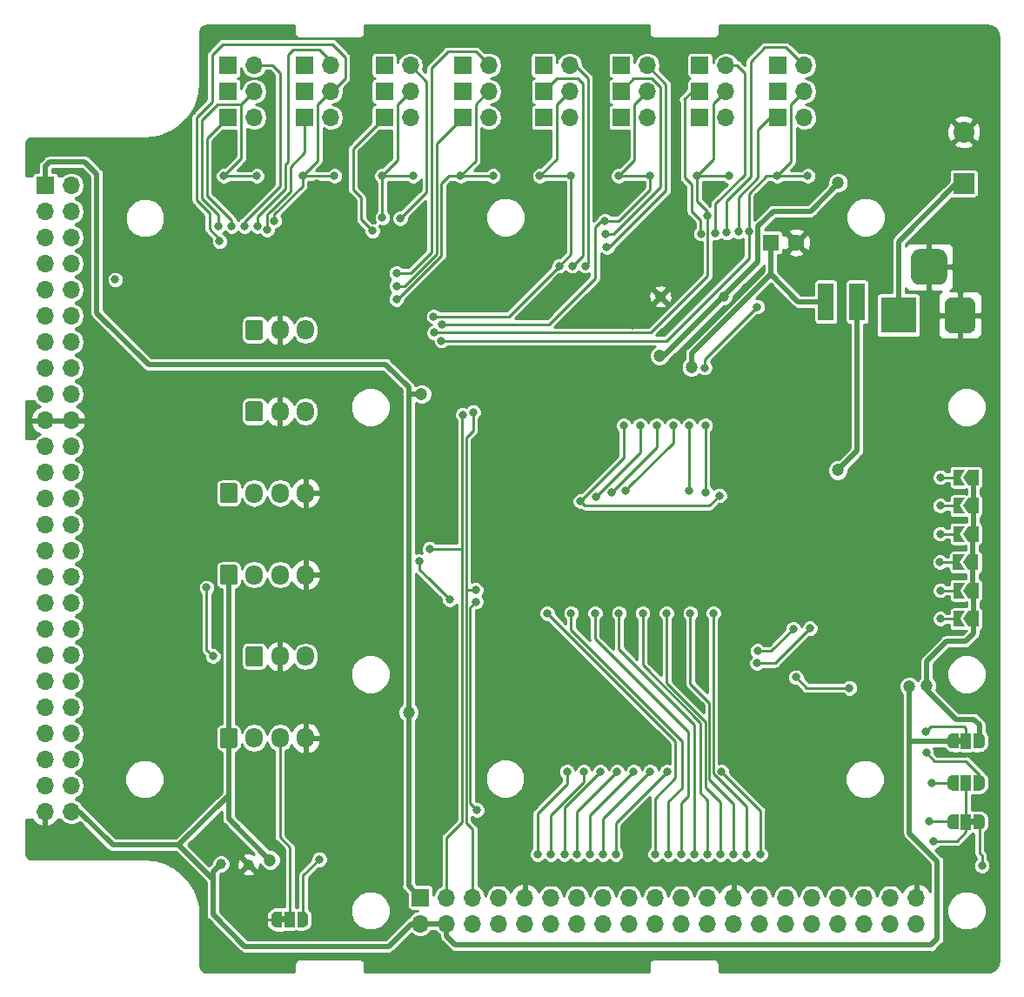
<source format=gbr>
G04 #@! TF.GenerationSoftware,KiCad,Pcbnew,(5.0.1)-3*
G04 #@! TF.CreationDate,2020-04-19T11:51:52-04:00*
G04 #@! TF.ProjectId,sailfin,7361696C66696E2E6B696361645F7063,rev?*
G04 #@! TF.SameCoordinates,Original*
G04 #@! TF.FileFunction,Copper,L1,Top,Signal*
G04 #@! TF.FilePolarity,Positive*
%FSLAX46Y46*%
G04 Gerber Fmt 4.6, Leading zero omitted, Abs format (unit mm)*
G04 Created by KiCad (PCBNEW (5.0.1)-3) date 4/19/2020 11:51:52 AM*
%MOMM*%
%LPD*%
G01*
G04 APERTURE LIST*
G04 #@! TA.AperFunction,ComponentPad*
%ADD10O,1.700000X1.700000*%
G04 #@! TD*
G04 #@! TA.AperFunction,ComponentPad*
%ADD11R,1.700000X1.700000*%
G04 #@! TD*
G04 #@! TA.AperFunction,ComponentPad*
%ADD12C,2.032000*%
G04 #@! TD*
G04 #@! TA.AperFunction,ComponentPad*
%ADD13R,2.032000X2.032000*%
G04 #@! TD*
G04 #@! TA.AperFunction,SMDPad,CuDef*
%ADD14R,1.000000X1.500000*%
G04 #@! TD*
G04 #@! TA.AperFunction,SMDPad,CuDef*
%ADD15C,0.500000*%
G04 #@! TD*
G04 #@! TA.AperFunction,Conductor*
%ADD16C,0.100000*%
G04 #@! TD*
G04 #@! TA.AperFunction,ComponentPad*
%ADD17C,3.500000*%
G04 #@! TD*
G04 #@! TA.AperFunction,ComponentPad*
%ADD18C,3.000000*%
G04 #@! TD*
G04 #@! TA.AperFunction,ComponentPad*
%ADD19R,3.500000X3.500000*%
G04 #@! TD*
G04 #@! TA.AperFunction,ComponentPad*
%ADD20O,1.700000X1.950000*%
G04 #@! TD*
G04 #@! TA.AperFunction,ComponentPad*
%ADD21C,1.700000*%
G04 #@! TD*
G04 #@! TA.AperFunction,SMDPad,CuDef*
%ADD22C,0.300000*%
G04 #@! TD*
G04 #@! TA.AperFunction,SMDPad,CuDef*
%ADD23R,1.500000X3.600000*%
G04 #@! TD*
G04 #@! TA.AperFunction,ComponentPad*
%ADD24R,1.600000X1.600000*%
G04 #@! TD*
G04 #@! TA.AperFunction,ComponentPad*
%ADD25C,1.600000*%
G04 #@! TD*
G04 #@! TA.AperFunction,BGAPad,CuDef*
%ADD26C,1.000000*%
G04 #@! TD*
G04 #@! TA.AperFunction,ViaPad*
%ADD27C,0.800000*%
G04 #@! TD*
G04 #@! TA.AperFunction,ViaPad*
%ADD28C,1.200000*%
G04 #@! TD*
G04 #@! TA.AperFunction,Conductor*
%ADD29C,0.500000*%
G04 #@! TD*
G04 #@! TA.AperFunction,Conductor*
%ADD30C,0.250000*%
G04 #@! TD*
G04 #@! TA.AperFunction,Conductor*
%ADD31C,0.254000*%
G04 #@! TD*
G04 APERTURE END LIST*
D10*
G04 #@! TO.P,J4,50*
G04 #@! TO.N,+5V*
X21340000Y-175303000D03*
G04 #@! TO.P,J4,49*
G04 #@! TO.N,GND*
X18800000Y-175303000D03*
G04 #@! TO.P,J4,48*
G04 #@! TO.N,/PA1*
X21340000Y-172763000D03*
G04 #@! TO.P,J4,47*
G04 #@! TO.N,/PA2*
X18800000Y-172763000D03*
G04 #@! TO.P,J4,46*
G04 #@! TO.N,/PA3*
X21340000Y-170223000D03*
G04 #@! TO.P,J4,45*
G04 #@! TO.N,/PA4*
X18800000Y-170223000D03*
G04 #@! TO.P,J4,44*
G04 #@! TO.N,/PA5*
X21340000Y-167683000D03*
G04 #@! TO.P,J4,43*
G04 #@! TO.N,/PA6*
X18800000Y-167683000D03*
G04 #@! TO.P,J4,42*
G04 #@! TO.N,/PA7*
X21340000Y-165143000D03*
G04 #@! TO.P,J4,41*
G04 #@! TO.N,/PA8*
X18800000Y-165143000D03*
G04 #@! TO.P,J4,40*
G04 #@! TO.N,/ATO1*
X21340000Y-162603000D03*
G04 #@! TO.P,J4,39*
G04 #@! TO.N,/ATO2*
X18800000Y-162603000D03*
G04 #@! TO.P,J4,38*
G04 #@! TO.N,/PB1*
X21340000Y-160063000D03*
G04 #@! TO.P,J4,37*
G04 #@! TO.N,/PB2*
X18800000Y-160063000D03*
G04 #@! TO.P,J4,36*
G04 #@! TO.N,/PB3*
X21340000Y-157523000D03*
G04 #@! TO.P,J4,35*
G04 #@! TO.N,/PB4*
X18800000Y-157523000D03*
G04 #@! TO.P,J4,34*
G04 #@! TO.N,/PB5*
X21340000Y-154983000D03*
G04 #@! TO.P,J4,33*
G04 #@! TO.N,/PB6*
X18800000Y-154983000D03*
G04 #@! TO.P,J4,32*
G04 #@! TO.N,/PB7*
X21340000Y-152443000D03*
G04 #@! TO.P,J4,31*
G04 #@! TO.N,/PB8*
X18800000Y-152443000D03*
G04 #@! TO.P,J4,30*
G04 #@! TO.N,/1WIRE*
X21340000Y-149903000D03*
G04 #@! TO.P,J4,29*
G04 #@! TO.N,GND*
X18800000Y-149903000D03*
G04 #@! TO.P,J4,28*
G04 #@! TO.N,/SDA*
X21340000Y-147363000D03*
G04 #@! TO.P,J4,27*
G04 #@! TO.N,/SCL*
X18800000Y-147363000D03*
G04 #@! TO.P,J4,26*
G04 #@! TO.N,/AIN1*
X21340000Y-144823000D03*
G04 #@! TO.P,J4,25*
G04 #@! TO.N,GND*
X18800000Y-144823000D03*
G04 #@! TO.P,J4,24*
G04 #@! TO.N,/AIN2*
X21340000Y-142283000D03*
G04 #@! TO.P,J4,23*
G04 #@! TO.N,/AIN3*
X18800000Y-142283000D03*
G04 #@! TO.P,J4,22*
G04 #@! TO.N,/AIN4*
X21340000Y-139743000D03*
G04 #@! TO.P,J4,21*
G04 #@! TO.N,/AV+*
X18800000Y-139743000D03*
G04 #@! TO.P,J4,20*
G04 #@! TO.N,GND*
X21340000Y-137203000D03*
G04 #@! TO.P,J4,19*
X18800000Y-137203000D03*
G04 #@! TO.P,J4,18*
G04 #@! TO.N,/PWM2*
X21340000Y-134663000D03*
G04 #@! TO.P,J4,17*
G04 #@! TO.N,/PWM1*
X18800000Y-134663000D03*
G04 #@! TO.P,J4,16*
G04 #@! TO.N,/PWM4*
X21340000Y-132123000D03*
G04 #@! TO.P,J4,15*
G04 #@! TO.N,/PWM3*
X18800000Y-132123000D03*
G04 #@! TO.P,J4,14*
G04 #@! TO.N,/PWM6*
X21340000Y-129583000D03*
G04 #@! TO.P,J4,13*
G04 #@! TO.N,/PWM5*
X18800000Y-129583000D03*
G04 #@! TO.P,J4,12*
G04 #@! TO.N,/PWM8*
X21340000Y-127043000D03*
G04 #@! TO.P,J4,11*
G04 #@! TO.N,/PWM7*
X18800000Y-127043000D03*
G04 #@! TO.P,J4,10*
G04 #@! TO.N,/AOUT7*
X21340000Y-124503000D03*
G04 #@! TO.P,J4,9*
G04 #@! TO.N,/AOUT8*
X18800000Y-124503000D03*
G04 #@! TO.P,J4,8*
G04 #@! TO.N,/AOUT5*
X21340000Y-121963000D03*
G04 #@! TO.P,J4,7*
G04 #@! TO.N,/AOUT6*
X18800000Y-121963000D03*
G04 #@! TO.P,J4,6*
G04 #@! TO.N,/AOUT3*
X21340000Y-119423000D03*
G04 #@! TO.P,J4,5*
G04 #@! TO.N,/AOUT4*
X18800000Y-119423000D03*
G04 #@! TO.P,J4,4*
G04 #@! TO.N,/AOUT1*
X21340000Y-116883000D03*
G04 #@! TO.P,J4,3*
G04 #@! TO.N,/AOUT2*
X18800000Y-116883000D03*
G04 #@! TO.P,J4,2*
G04 #@! TO.N,+12V*
X21340000Y-114343000D03*
D11*
G04 #@! TO.P,J4,1*
G04 #@! TO.N,+3V3*
X18800000Y-114343000D03*
G04 #@! TD*
D12*
G04 #@! TO.P,J6,2*
G04 #@! TO.N,GND*
X108204000Y-109141280D03*
D13*
G04 #@! TO.P,J6,1*
G04 #@! TO.N,Net-(D3-Pad2)*
X108204000Y-114140000D03*
G04 #@! TD*
D14*
G04 #@! TO.P,JP31,2*
G04 #@! TO.N,Net-(JP31-Pad2)*
X108428000Y-172481500D03*
D15*
G04 #@! TO.P,JP31,3*
G04 #@! TO.N,/SCL*
X107128000Y-172481500D03*
D16*
G04 #@! TD*
G04 #@! TO.N,/SCL*
G04 #@! TO.C,JP31*
G36*
X107128000Y-173230898D02*
X107103466Y-173230898D01*
X107054635Y-173226088D01*
X107006510Y-173216516D01*
X106959555Y-173202272D01*
X106914222Y-173183495D01*
X106870949Y-173160364D01*
X106830150Y-173133104D01*
X106792221Y-173101976D01*
X106757524Y-173067279D01*
X106726396Y-173029350D01*
X106699136Y-172988551D01*
X106676005Y-172945278D01*
X106657228Y-172899945D01*
X106642984Y-172852990D01*
X106633412Y-172804865D01*
X106628602Y-172756034D01*
X106628602Y-172731500D01*
X106628000Y-172731500D01*
X106628000Y-172231500D01*
X106628602Y-172231500D01*
X106628602Y-172206966D01*
X106633412Y-172158135D01*
X106642984Y-172110010D01*
X106657228Y-172063055D01*
X106676005Y-172017722D01*
X106699136Y-171974449D01*
X106726396Y-171933650D01*
X106757524Y-171895721D01*
X106792221Y-171861024D01*
X106830150Y-171829896D01*
X106870949Y-171802636D01*
X106914222Y-171779505D01*
X106959555Y-171760728D01*
X107006510Y-171746484D01*
X107054635Y-171736912D01*
X107103466Y-171732102D01*
X107128000Y-171732102D01*
X107128000Y-171731500D01*
X107678000Y-171731500D01*
X107678000Y-173231500D01*
X107128000Y-173231500D01*
X107128000Y-173230898D01*
X107128000Y-173230898D01*
G37*
D15*
G04 #@! TO.P,JP31,1*
G04 #@! TO.N,/AV+*
X109728000Y-172481500D03*
D16*
G04 #@! TD*
G04 #@! TO.N,/AV+*
G04 #@! TO.C,JP31*
G36*
X109178000Y-171731500D02*
X109728000Y-171731500D01*
X109728000Y-171732102D01*
X109752534Y-171732102D01*
X109801365Y-171736912D01*
X109849490Y-171746484D01*
X109896445Y-171760728D01*
X109941778Y-171779505D01*
X109985051Y-171802636D01*
X110025850Y-171829896D01*
X110063779Y-171861024D01*
X110098476Y-171895721D01*
X110129604Y-171933650D01*
X110156864Y-171974449D01*
X110179995Y-172017722D01*
X110198772Y-172063055D01*
X110213016Y-172110010D01*
X110222588Y-172158135D01*
X110227398Y-172206966D01*
X110227398Y-172231500D01*
X110228000Y-172231500D01*
X110228000Y-172731500D01*
X110227398Y-172731500D01*
X110227398Y-172756034D01*
X110222588Y-172804865D01*
X110213016Y-172852990D01*
X110198772Y-172899945D01*
X110179995Y-172945278D01*
X110156864Y-172988551D01*
X110129604Y-173029350D01*
X110098476Y-173067279D01*
X110063779Y-173101976D01*
X110025850Y-173133104D01*
X109985051Y-173160364D01*
X109941778Y-173183495D01*
X109896445Y-173202272D01*
X109849490Y-173216516D01*
X109801365Y-173226088D01*
X109752534Y-173230898D01*
X109728000Y-173230898D01*
X109728000Y-173231500D01*
X109178000Y-173231500D01*
X109178000Y-171731500D01*
X109178000Y-171731500D01*
G37*
D14*
G04 #@! TO.P,JP32,2*
G04 #@! TO.N,Net-(JP31-Pad2)*
X108428000Y-176276000D03*
D15*
G04 #@! TO.P,JP32,3*
G04 #@! TO.N,/SDA*
X107128000Y-176276000D03*
D16*
G04 #@! TD*
G04 #@! TO.N,/SDA*
G04 #@! TO.C,JP32*
G36*
X107128000Y-177025398D02*
X107103466Y-177025398D01*
X107054635Y-177020588D01*
X107006510Y-177011016D01*
X106959555Y-176996772D01*
X106914222Y-176977995D01*
X106870949Y-176954864D01*
X106830150Y-176927604D01*
X106792221Y-176896476D01*
X106757524Y-176861779D01*
X106726396Y-176823850D01*
X106699136Y-176783051D01*
X106676005Y-176739778D01*
X106657228Y-176694445D01*
X106642984Y-176647490D01*
X106633412Y-176599365D01*
X106628602Y-176550534D01*
X106628602Y-176526000D01*
X106628000Y-176526000D01*
X106628000Y-176026000D01*
X106628602Y-176026000D01*
X106628602Y-176001466D01*
X106633412Y-175952635D01*
X106642984Y-175904510D01*
X106657228Y-175857555D01*
X106676005Y-175812222D01*
X106699136Y-175768949D01*
X106726396Y-175728150D01*
X106757524Y-175690221D01*
X106792221Y-175655524D01*
X106830150Y-175624396D01*
X106870949Y-175597136D01*
X106914222Y-175574005D01*
X106959555Y-175555228D01*
X107006510Y-175540984D01*
X107054635Y-175531412D01*
X107103466Y-175526602D01*
X107128000Y-175526602D01*
X107128000Y-175526000D01*
X107678000Y-175526000D01*
X107678000Y-177026000D01*
X107128000Y-177026000D01*
X107128000Y-177025398D01*
X107128000Y-177025398D01*
G37*
D15*
G04 #@! TO.P,JP32,1*
G04 #@! TO.N,Net-(FB2-Pad2)*
X109728000Y-176276000D03*
D16*
G04 #@! TD*
G04 #@! TO.N,Net-(FB2-Pad2)*
G04 #@! TO.C,JP32*
G36*
X109178000Y-176576000D02*
X108828000Y-176576000D01*
X108828000Y-175976000D01*
X109178000Y-175976000D01*
X109178000Y-175526000D01*
X109728000Y-175526000D01*
X109728000Y-175526602D01*
X109752534Y-175526602D01*
X109801365Y-175531412D01*
X109849490Y-175540984D01*
X109896445Y-175555228D01*
X109941778Y-175574005D01*
X109985051Y-175597136D01*
X110025850Y-175624396D01*
X110063779Y-175655524D01*
X110098476Y-175690221D01*
X110129604Y-175728150D01*
X110156864Y-175768949D01*
X110179995Y-175812222D01*
X110198772Y-175857555D01*
X110213016Y-175904510D01*
X110222588Y-175952635D01*
X110227398Y-176001466D01*
X110227398Y-176026000D01*
X110228000Y-176026000D01*
X110228000Y-176526000D01*
X110227398Y-176526000D01*
X110227398Y-176550534D01*
X110222588Y-176599365D01*
X110213016Y-176647490D01*
X110198772Y-176694445D01*
X110179995Y-176739778D01*
X110156864Y-176783051D01*
X110129604Y-176823850D01*
X110098476Y-176861779D01*
X110063779Y-176896476D01*
X110025850Y-176927604D01*
X109985051Y-176954864D01*
X109941778Y-176977995D01*
X109896445Y-176996772D01*
X109849490Y-177011016D01*
X109801365Y-177020588D01*
X109752534Y-177025398D01*
X109728000Y-177025398D01*
X109728000Y-177026000D01*
X109178000Y-177026000D01*
X109178000Y-176576000D01*
X109178000Y-176576000D01*
G37*
D14*
G04 #@! TO.P,JP33,2*
G04 #@! TO.N,Net-(C21-Pad1)*
X108428000Y-168402000D03*
D15*
G04 #@! TO.P,JP33,3*
G04 #@! TO.N,+3V3*
X109728000Y-168402000D03*
D16*
G04 #@! TD*
G04 #@! TO.N,+3V3*
G04 #@! TO.C,JP33*
G36*
X109728000Y-167652602D02*
X109752534Y-167652602D01*
X109801365Y-167657412D01*
X109849490Y-167666984D01*
X109896445Y-167681228D01*
X109941778Y-167700005D01*
X109985051Y-167723136D01*
X110025850Y-167750396D01*
X110063779Y-167781524D01*
X110098476Y-167816221D01*
X110129604Y-167854150D01*
X110156864Y-167894949D01*
X110179995Y-167938222D01*
X110198772Y-167983555D01*
X110213016Y-168030510D01*
X110222588Y-168078635D01*
X110227398Y-168127466D01*
X110227398Y-168152000D01*
X110228000Y-168152000D01*
X110228000Y-168652000D01*
X110227398Y-168652000D01*
X110227398Y-168676534D01*
X110222588Y-168725365D01*
X110213016Y-168773490D01*
X110198772Y-168820445D01*
X110179995Y-168865778D01*
X110156864Y-168909051D01*
X110129604Y-168949850D01*
X110098476Y-168987779D01*
X110063779Y-169022476D01*
X110025850Y-169053604D01*
X109985051Y-169080864D01*
X109941778Y-169103995D01*
X109896445Y-169122772D01*
X109849490Y-169137016D01*
X109801365Y-169146588D01*
X109752534Y-169151398D01*
X109728000Y-169151398D01*
X109728000Y-169152000D01*
X109178000Y-169152000D01*
X109178000Y-167652000D01*
X109728000Y-167652000D01*
X109728000Y-167652602D01*
X109728000Y-167652602D01*
G37*
D15*
G04 #@! TO.P,JP33,1*
G04 #@! TO.N,+5V*
X107128000Y-168402000D03*
D16*
G04 #@! TD*
G04 #@! TO.N,+5V*
G04 #@! TO.C,JP33*
G36*
X107678000Y-168102000D02*
X108028000Y-168102000D01*
X108028000Y-168702000D01*
X107678000Y-168702000D01*
X107678000Y-169152000D01*
X107128000Y-169152000D01*
X107128000Y-169151398D01*
X107103466Y-169151398D01*
X107054635Y-169146588D01*
X107006510Y-169137016D01*
X106959555Y-169122772D01*
X106914222Y-169103995D01*
X106870949Y-169080864D01*
X106830150Y-169053604D01*
X106792221Y-169022476D01*
X106757524Y-168987779D01*
X106726396Y-168949850D01*
X106699136Y-168909051D01*
X106676005Y-168865778D01*
X106657228Y-168820445D01*
X106642984Y-168773490D01*
X106633412Y-168725365D01*
X106628602Y-168676534D01*
X106628602Y-168652000D01*
X106628000Y-168652000D01*
X106628000Y-168152000D01*
X106628602Y-168152000D01*
X106628602Y-168127466D01*
X106633412Y-168078635D01*
X106642984Y-168030510D01*
X106657228Y-167983555D01*
X106676005Y-167938222D01*
X106699136Y-167894949D01*
X106726396Y-167854150D01*
X106757524Y-167816221D01*
X106792221Y-167781524D01*
X106830150Y-167750396D01*
X106870949Y-167723136D01*
X106914222Y-167700005D01*
X106959555Y-167681228D01*
X107006510Y-167666984D01*
X107054635Y-167657412D01*
X107103466Y-167652602D01*
X107128000Y-167652602D01*
X107128000Y-167652000D01*
X107678000Y-167652000D01*
X107678000Y-168102000D01*
X107678000Y-168102000D01*
G37*
D14*
G04 #@! TO.P,JP34,2*
G04 #@! TO.N,Net-(J2-Pad3)*
X42610000Y-185770000D03*
D15*
G04 #@! TO.P,JP34,3*
G04 #@! TO.N,Net-(JP34-Pad3)*
X43910000Y-185770000D03*
D16*
G04 #@! TD*
G04 #@! TO.N,Net-(JP34-Pad3)*
G04 #@! TO.C,JP34*
G36*
X43910000Y-185020602D02*
X43934534Y-185020602D01*
X43983365Y-185025412D01*
X44031490Y-185034984D01*
X44078445Y-185049228D01*
X44123778Y-185068005D01*
X44167051Y-185091136D01*
X44207850Y-185118396D01*
X44245779Y-185149524D01*
X44280476Y-185184221D01*
X44311604Y-185222150D01*
X44338864Y-185262949D01*
X44361995Y-185306222D01*
X44380772Y-185351555D01*
X44395016Y-185398510D01*
X44404588Y-185446635D01*
X44409398Y-185495466D01*
X44409398Y-185520000D01*
X44410000Y-185520000D01*
X44410000Y-186020000D01*
X44409398Y-186020000D01*
X44409398Y-186044534D01*
X44404588Y-186093365D01*
X44395016Y-186141490D01*
X44380772Y-186188445D01*
X44361995Y-186233778D01*
X44338864Y-186277051D01*
X44311604Y-186317850D01*
X44280476Y-186355779D01*
X44245779Y-186390476D01*
X44207850Y-186421604D01*
X44167051Y-186448864D01*
X44123778Y-186471995D01*
X44078445Y-186490772D01*
X44031490Y-186505016D01*
X43983365Y-186514588D01*
X43934534Y-186519398D01*
X43910000Y-186519398D01*
X43910000Y-186520000D01*
X43360000Y-186520000D01*
X43360000Y-185020000D01*
X43910000Y-185020000D01*
X43910000Y-185020602D01*
X43910000Y-185020602D01*
G37*
D15*
G04 #@! TO.P,JP34,1*
G04 #@! TO.N,GND*
X41310000Y-185770000D03*
D16*
G04 #@! TD*
G04 #@! TO.N,GND*
G04 #@! TO.C,JP34*
G36*
X41860000Y-185470000D02*
X42210000Y-185470000D01*
X42210000Y-186070000D01*
X41860000Y-186070000D01*
X41860000Y-186520000D01*
X41310000Y-186520000D01*
X41310000Y-186519398D01*
X41285466Y-186519398D01*
X41236635Y-186514588D01*
X41188510Y-186505016D01*
X41141555Y-186490772D01*
X41096222Y-186471995D01*
X41052949Y-186448864D01*
X41012150Y-186421604D01*
X40974221Y-186390476D01*
X40939524Y-186355779D01*
X40908396Y-186317850D01*
X40881136Y-186277051D01*
X40858005Y-186233778D01*
X40839228Y-186188445D01*
X40824984Y-186141490D01*
X40815412Y-186093365D01*
X40810602Y-186044534D01*
X40810602Y-186020000D01*
X40810000Y-186020000D01*
X40810000Y-185520000D01*
X40810602Y-185520000D01*
X40810602Y-185495466D01*
X40815412Y-185446635D01*
X40824984Y-185398510D01*
X40839228Y-185351555D01*
X40858005Y-185306222D01*
X40881136Y-185262949D01*
X40908396Y-185222150D01*
X40939524Y-185184221D01*
X40974221Y-185149524D01*
X41012150Y-185118396D01*
X41052949Y-185091136D01*
X41096222Y-185068005D01*
X41141555Y-185049228D01*
X41188510Y-185034984D01*
X41236635Y-185025412D01*
X41285466Y-185020602D01*
X41310000Y-185020602D01*
X41310000Y-185020000D01*
X41860000Y-185020000D01*
X41860000Y-185470000D01*
X41860000Y-185470000D01*
G37*
G04 #@! TO.N,GND*
G04 #@! TO.C,J19*
G36*
X105790765Y-120524213D02*
X105875704Y-120536813D01*
X105958999Y-120557677D01*
X106039848Y-120586605D01*
X106117472Y-120623319D01*
X106191124Y-120667464D01*
X106260094Y-120718616D01*
X106323718Y-120776282D01*
X106381384Y-120839906D01*
X106432536Y-120908876D01*
X106476681Y-120982528D01*
X106513395Y-121060152D01*
X106542323Y-121141001D01*
X106563187Y-121224296D01*
X106575787Y-121309235D01*
X106580000Y-121395000D01*
X106580000Y-123145000D01*
X106575787Y-123230765D01*
X106563187Y-123315704D01*
X106542323Y-123398999D01*
X106513395Y-123479848D01*
X106476681Y-123557472D01*
X106432536Y-123631124D01*
X106381384Y-123700094D01*
X106323718Y-123763718D01*
X106260094Y-123821384D01*
X106191124Y-123872536D01*
X106117472Y-123916681D01*
X106039848Y-123953395D01*
X105958999Y-123982323D01*
X105875704Y-124003187D01*
X105790765Y-124015787D01*
X105705000Y-124020000D01*
X103955000Y-124020000D01*
X103869235Y-124015787D01*
X103784296Y-124003187D01*
X103701001Y-123982323D01*
X103620152Y-123953395D01*
X103542528Y-123916681D01*
X103468876Y-123872536D01*
X103399906Y-123821384D01*
X103336282Y-123763718D01*
X103278616Y-123700094D01*
X103227464Y-123631124D01*
X103183319Y-123557472D01*
X103146605Y-123479848D01*
X103117677Y-123398999D01*
X103096813Y-123315704D01*
X103084213Y-123230765D01*
X103080000Y-123145000D01*
X103080000Y-121395000D01*
X103084213Y-121309235D01*
X103096813Y-121224296D01*
X103117677Y-121141001D01*
X103146605Y-121060152D01*
X103183319Y-120982528D01*
X103227464Y-120908876D01*
X103278616Y-120839906D01*
X103336282Y-120776282D01*
X103399906Y-120718616D01*
X103468876Y-120667464D01*
X103542528Y-120623319D01*
X103620152Y-120586605D01*
X103701001Y-120557677D01*
X103784296Y-120536813D01*
X103869235Y-120524213D01*
X103955000Y-120520000D01*
X105705000Y-120520000D01*
X105790765Y-120524213D01*
X105790765Y-120524213D01*
G37*
D17*
G04 #@! TD*
G04 #@! TO.P,J19,3*
G04 #@! TO.N,GND*
X104830000Y-122270000D03*
D16*
G04 #@! TO.N,GND*
G04 #@! TO.C,J19*
G36*
X108653513Y-125223611D02*
X108726318Y-125234411D01*
X108797714Y-125252295D01*
X108867013Y-125277090D01*
X108933548Y-125308559D01*
X108996678Y-125346398D01*
X109055795Y-125390242D01*
X109110330Y-125439670D01*
X109159758Y-125494205D01*
X109203602Y-125553322D01*
X109241441Y-125616452D01*
X109272910Y-125682987D01*
X109297705Y-125752286D01*
X109315589Y-125823682D01*
X109326389Y-125896487D01*
X109330000Y-125970000D01*
X109330000Y-127970000D01*
X109326389Y-128043513D01*
X109315589Y-128116318D01*
X109297705Y-128187714D01*
X109272910Y-128257013D01*
X109241441Y-128323548D01*
X109203602Y-128386678D01*
X109159758Y-128445795D01*
X109110330Y-128500330D01*
X109055795Y-128549758D01*
X108996678Y-128593602D01*
X108933548Y-128631441D01*
X108867013Y-128662910D01*
X108797714Y-128687705D01*
X108726318Y-128705589D01*
X108653513Y-128716389D01*
X108580000Y-128720000D01*
X107080000Y-128720000D01*
X107006487Y-128716389D01*
X106933682Y-128705589D01*
X106862286Y-128687705D01*
X106792987Y-128662910D01*
X106726452Y-128631441D01*
X106663322Y-128593602D01*
X106604205Y-128549758D01*
X106549670Y-128500330D01*
X106500242Y-128445795D01*
X106456398Y-128386678D01*
X106418559Y-128323548D01*
X106387090Y-128257013D01*
X106362295Y-128187714D01*
X106344411Y-128116318D01*
X106333611Y-128043513D01*
X106330000Y-127970000D01*
X106330000Y-125970000D01*
X106333611Y-125896487D01*
X106344411Y-125823682D01*
X106362295Y-125752286D01*
X106387090Y-125682987D01*
X106418559Y-125616452D01*
X106456398Y-125553322D01*
X106500242Y-125494205D01*
X106549670Y-125439670D01*
X106604205Y-125390242D01*
X106663322Y-125346398D01*
X106726452Y-125308559D01*
X106792987Y-125277090D01*
X106862286Y-125252295D01*
X106933682Y-125234411D01*
X107006487Y-125223611D01*
X107080000Y-125220000D01*
X108580000Y-125220000D01*
X108653513Y-125223611D01*
X108653513Y-125223611D01*
G37*
D18*
G04 #@! TD*
G04 #@! TO.P,J19,2*
G04 #@! TO.N,GND*
X107830000Y-126970000D03*
D19*
G04 #@! TO.P,J19,1*
G04 #@! TO.N,Net-(D3-Pad2)*
X101830000Y-126970000D03*
G04 #@! TD*
D20*
G04 #@! TO.P,J2,4*
G04 #@! TO.N,GND*
X44150000Y-168110000D03*
G04 #@! TO.P,J2,3*
G04 #@! TO.N,Net-(J2-Pad3)*
X41650000Y-168110000D03*
G04 #@! TO.P,J2,2*
G04 #@! TO.N,/ATO2*
X39150000Y-168110000D03*
D16*
G04 #@! TD*
G04 #@! TO.N,+5V*
G04 #@! TO.C,J2*
G36*
X37274504Y-167136204D02*
X37298773Y-167139804D01*
X37322571Y-167145765D01*
X37345671Y-167154030D01*
X37367849Y-167164520D01*
X37388893Y-167177133D01*
X37408598Y-167191747D01*
X37426777Y-167208223D01*
X37443253Y-167226402D01*
X37457867Y-167246107D01*
X37470480Y-167267151D01*
X37480970Y-167289329D01*
X37489235Y-167312429D01*
X37495196Y-167336227D01*
X37498796Y-167360496D01*
X37500000Y-167385000D01*
X37500000Y-168835000D01*
X37498796Y-168859504D01*
X37495196Y-168883773D01*
X37489235Y-168907571D01*
X37480970Y-168930671D01*
X37470480Y-168952849D01*
X37457867Y-168973893D01*
X37443253Y-168993598D01*
X37426777Y-169011777D01*
X37408598Y-169028253D01*
X37388893Y-169042867D01*
X37367849Y-169055480D01*
X37345671Y-169065970D01*
X37322571Y-169074235D01*
X37298773Y-169080196D01*
X37274504Y-169083796D01*
X37250000Y-169085000D01*
X36050000Y-169085000D01*
X36025496Y-169083796D01*
X36001227Y-169080196D01*
X35977429Y-169074235D01*
X35954329Y-169065970D01*
X35932151Y-169055480D01*
X35911107Y-169042867D01*
X35891402Y-169028253D01*
X35873223Y-169011777D01*
X35856747Y-168993598D01*
X35842133Y-168973893D01*
X35829520Y-168952849D01*
X35819030Y-168930671D01*
X35810765Y-168907571D01*
X35804804Y-168883773D01*
X35801204Y-168859504D01*
X35800000Y-168835000D01*
X35800000Y-167385000D01*
X35801204Y-167360496D01*
X35804804Y-167336227D01*
X35810765Y-167312429D01*
X35819030Y-167289329D01*
X35829520Y-167267151D01*
X35842133Y-167246107D01*
X35856747Y-167226402D01*
X35873223Y-167208223D01*
X35891402Y-167191747D01*
X35911107Y-167177133D01*
X35932151Y-167164520D01*
X35954329Y-167154030D01*
X35977429Y-167145765D01*
X36001227Y-167139804D01*
X36025496Y-167136204D01*
X36050000Y-167135000D01*
X37250000Y-167135000D01*
X37274504Y-167136204D01*
X37274504Y-167136204D01*
G37*
D21*
G04 #@! TO.P,J2,1*
G04 #@! TO.N,+5V*
X36650000Y-168110000D03*
G04 #@! TD*
D10*
G04 #@! TO.P,JP7,2*
G04 #@! TO.N,Net-(JP7-Pad2)*
X69836632Y-102634739D03*
D11*
G04 #@! TO.P,JP7,1*
G04 #@! TO.N,Net-(C2-Pad1)*
X67296632Y-102634739D03*
G04 #@! TD*
G04 #@! TO.P,JP24,1*
G04 #@! TO.N,Net-(JP23-Pad1)*
X51800000Y-107714739D03*
D10*
G04 #@! TO.P,JP24,2*
G04 #@! TO.N,Net-(JP24-Pad2)*
X54340000Y-107714739D03*
G04 #@! TD*
G04 #@! TO.P,JP25,2*
G04 #@! TO.N,Net-(JP25-Pad2)*
X46588007Y-102634739D03*
D11*
G04 #@! TO.P,JP25,1*
G04 #@! TO.N,Net-(C10-Pad1)*
X44048007Y-102634739D03*
G04 #@! TD*
D10*
G04 #@! TO.P,J3,40*
G04 #@! TO.N,N/C*
X103580000Y-186180000D03*
G04 #@! TO.P,J3,39*
G04 #@! TO.N,GND*
X103580000Y-183640000D03*
G04 #@! TO.P,J3,38*
G04 #@! TO.N,/GPIO20*
X101040000Y-186180000D03*
G04 #@! TO.P,J3,37*
G04 #@! TO.N,N/C*
X101040000Y-183640000D03*
G04 #@! TO.P,J3,36*
X98500000Y-186180000D03*
G04 #@! TO.P,J3,35*
G04 #@! TO.N,/GPIO19*
X98500000Y-183640000D03*
G04 #@! TO.P,J3,34*
G04 #@! TO.N,GND*
X95960000Y-186180000D03*
G04 #@! TO.P,J3,33*
G04 #@! TO.N,N/C*
X95960000Y-183640000D03*
G04 #@! TO.P,J3,32*
G04 #@! TO.N,/GPIO12*
X93420000Y-186180000D03*
G04 #@! TO.P,J3,31*
G04 #@! TO.N,N/C*
X93420000Y-183640000D03*
G04 #@! TO.P,J3,30*
G04 #@! TO.N,GND*
X90880000Y-186180000D03*
G04 #@! TO.P,J3,29*
G04 #@! TO.N,/GPIO5*
X90880000Y-183640000D03*
G04 #@! TO.P,J3,28*
G04 #@! TO.N,N/C*
X88340000Y-186180000D03*
G04 #@! TO.P,J3,27*
X88340000Y-183640000D03*
G04 #@! TO.P,J3,26*
G04 #@! TO.N,/GPIO7*
X85800000Y-186180000D03*
G04 #@! TO.P,J3,25*
G04 #@! TO.N,GND*
X85800000Y-183640000D03*
G04 #@! TO.P,J3,24*
G04 #@! TO.N,/GPIO8*
X83260000Y-186180000D03*
G04 #@! TO.P,J3,23*
G04 #@! TO.N,/GPIO11*
X83260000Y-183640000D03*
G04 #@! TO.P,J3,22*
G04 #@! TO.N,/GPIO25*
X80720000Y-186180000D03*
G04 #@! TO.P,J3,21*
G04 #@! TO.N,/GPIO9*
X80720000Y-183640000D03*
G04 #@! TO.P,J3,20*
G04 #@! TO.N,GND*
X78180000Y-186180000D03*
G04 #@! TO.P,J3,19*
G04 #@! TO.N,/GPIO10*
X78180000Y-183640000D03*
G04 #@! TO.P,J3,18*
G04 #@! TO.N,/GPIO24*
X75640000Y-186180000D03*
G04 #@! TO.P,J3,17*
G04 #@! TO.N,+3V3*
X75640000Y-183640000D03*
G04 #@! TO.P,J3,16*
G04 #@! TO.N,/GPIO23*
X73100000Y-186180000D03*
G04 #@! TO.P,J3,15*
G04 #@! TO.N,/GPIO22*
X73100000Y-183640000D03*
G04 #@! TO.P,J3,14*
G04 #@! TO.N,GND*
X70560000Y-186180000D03*
G04 #@! TO.P,J3,13*
G04 #@! TO.N,/GPIO27*
X70560000Y-183640000D03*
G04 #@! TO.P,J3,12*
G04 #@! TO.N,/GPIO18*
X68020000Y-186180000D03*
G04 #@! TO.P,J3,11*
G04 #@! TO.N,/GPIO17*
X68020000Y-183640000D03*
G04 #@! TO.P,J3,10*
G04 #@! TO.N,/GPIO15*
X65480000Y-186180000D03*
G04 #@! TO.P,J3,9*
G04 #@! TO.N,GND*
X65480000Y-183640000D03*
G04 #@! TO.P,J3,8*
G04 #@! TO.N,/GPIO14*
X62940000Y-186180000D03*
G04 #@! TO.P,J3,7*
G04 #@! TO.N,/1WIRE*
X62940000Y-183640000D03*
G04 #@! TO.P,J3,6*
G04 #@! TO.N,GND*
X60400000Y-186180000D03*
G04 #@! TO.P,J3,5*
G04 #@! TO.N,/SCL*
X60400000Y-183640000D03*
G04 #@! TO.P,J3,4*
G04 #@! TO.N,+5V*
X57860000Y-186180000D03*
G04 #@! TO.P,J3,3*
G04 #@! TO.N,/SDA*
X57860000Y-183640000D03*
G04 #@! TO.P,J3,2*
G04 #@! TO.N,+5V*
X55320000Y-186180000D03*
D11*
G04 #@! TO.P,J3,1*
G04 #@! TO.N,+3V3*
X55320000Y-183640000D03*
G04 #@! TD*
D22*
G04 #@! TO.P,JP1,1*
G04 #@! TO.N,+3V3*
X109146000Y-156510000D03*
D16*
G04 #@! TD*
G04 #@! TO.N,+3V3*
G04 #@! TO.C,JP1*
G36*
X108146000Y-156510000D02*
X108646000Y-155760000D01*
X109646000Y-155760000D01*
X109646000Y-157260000D01*
X108646000Y-157260000D01*
X108146000Y-156510000D01*
X108146000Y-156510000D01*
G37*
D22*
G04 #@! TO.P,JP1,2*
G04 #@! TO.N,/PWM/A0*
X107696000Y-156510000D03*
D16*
G04 #@! TD*
G04 #@! TO.N,/PWM/A0*
G04 #@! TO.C,JP1*
G36*
X107196000Y-155760000D02*
X108346000Y-155760000D01*
X107846000Y-156510000D01*
X108346000Y-157260000D01*
X107196000Y-157260000D01*
X107196000Y-155760000D01*
X107196000Y-155760000D01*
G37*
D22*
G04 #@! TO.P,JP2,2*
G04 #@! TO.N,/PWM/A1*
X107696000Y-153759200D03*
D16*
G04 #@! TD*
G04 #@! TO.N,/PWM/A1*
G04 #@! TO.C,JP2*
G36*
X107196000Y-153009200D02*
X108346000Y-153009200D01*
X107846000Y-153759200D01*
X108346000Y-154509200D01*
X107196000Y-154509200D01*
X107196000Y-153009200D01*
X107196000Y-153009200D01*
G37*
D22*
G04 #@! TO.P,JP2,1*
G04 #@! TO.N,+3V3*
X109146000Y-153759200D03*
D16*
G04 #@! TD*
G04 #@! TO.N,+3V3*
G04 #@! TO.C,JP2*
G36*
X108146000Y-153759200D02*
X108646000Y-153009200D01*
X109646000Y-153009200D01*
X109646000Y-154509200D01*
X108646000Y-154509200D01*
X108146000Y-153759200D01*
X108146000Y-153759200D01*
G37*
D22*
G04 #@! TO.P,JP3,1*
G04 #@! TO.N,+3V3*
X109106000Y-151008400D03*
D16*
G04 #@! TD*
G04 #@! TO.N,+3V3*
G04 #@! TO.C,JP3*
G36*
X108106000Y-151008400D02*
X108606000Y-150258400D01*
X109606000Y-150258400D01*
X109606000Y-151758400D01*
X108606000Y-151758400D01*
X108106000Y-151008400D01*
X108106000Y-151008400D01*
G37*
D22*
G04 #@! TO.P,JP3,2*
G04 #@! TO.N,/PWM/A2*
X107656000Y-151008400D03*
D16*
G04 #@! TD*
G04 #@! TO.N,/PWM/A2*
G04 #@! TO.C,JP3*
G36*
X107156000Y-150258400D02*
X108306000Y-150258400D01*
X107806000Y-151008400D01*
X108306000Y-151758400D01*
X107156000Y-151758400D01*
X107156000Y-150258400D01*
X107156000Y-150258400D01*
G37*
D22*
G04 #@! TO.P,JP4,2*
G04 #@! TO.N,/PWM/A3*
X107676000Y-148257600D03*
D16*
G04 #@! TD*
G04 #@! TO.N,/PWM/A3*
G04 #@! TO.C,JP4*
G36*
X107176000Y-147507600D02*
X108326000Y-147507600D01*
X107826000Y-148257600D01*
X108326000Y-149007600D01*
X107176000Y-149007600D01*
X107176000Y-147507600D01*
X107176000Y-147507600D01*
G37*
D22*
G04 #@! TO.P,JP4,1*
G04 #@! TO.N,+3V3*
X109126000Y-148257600D03*
D16*
G04 #@! TD*
G04 #@! TO.N,+3V3*
G04 #@! TO.C,JP4*
G36*
X108126000Y-148257600D02*
X108626000Y-147507600D01*
X109626000Y-147507600D01*
X109626000Y-149007600D01*
X108626000Y-149007600D01*
X108126000Y-148257600D01*
X108126000Y-148257600D01*
G37*
D22*
G04 #@! TO.P,JP5,2*
G04 #@! TO.N,/PWM/A4*
X107676000Y-145506800D03*
D16*
G04 #@! TD*
G04 #@! TO.N,/PWM/A4*
G04 #@! TO.C,JP5*
G36*
X107176000Y-144756800D02*
X108326000Y-144756800D01*
X107826000Y-145506800D01*
X108326000Y-146256800D01*
X107176000Y-146256800D01*
X107176000Y-144756800D01*
X107176000Y-144756800D01*
G37*
D22*
G04 #@! TO.P,JP5,1*
G04 #@! TO.N,+3V3*
X109126000Y-145506800D03*
D16*
G04 #@! TD*
G04 #@! TO.N,+3V3*
G04 #@! TO.C,JP5*
G36*
X108126000Y-145506800D02*
X108626000Y-144756800D01*
X109626000Y-144756800D01*
X109626000Y-146256800D01*
X108626000Y-146256800D01*
X108126000Y-145506800D01*
X108126000Y-145506800D01*
G37*
D22*
G04 #@! TO.P,JP6,1*
G04 #@! TO.N,+3V3*
X109146000Y-142756000D03*
D16*
G04 #@! TD*
G04 #@! TO.N,+3V3*
G04 #@! TO.C,JP6*
G36*
X108146000Y-142756000D02*
X108646000Y-142006000D01*
X109646000Y-142006000D01*
X109646000Y-143506000D01*
X108646000Y-143506000D01*
X108146000Y-142756000D01*
X108146000Y-142756000D01*
G37*
D22*
G04 #@! TO.P,JP6,2*
G04 #@! TO.N,/PWM/A5*
X107696000Y-142756000D03*
D16*
G04 #@! TD*
G04 #@! TO.N,/PWM/A5*
G04 #@! TO.C,JP6*
G36*
X107196000Y-142006000D02*
X108346000Y-142006000D01*
X107846000Y-142756000D01*
X108346000Y-143506000D01*
X107196000Y-143506000D01*
X107196000Y-142006000D01*
X107196000Y-142006000D01*
G37*
D11*
G04 #@! TO.P,JP8,1*
G04 #@! TO.N,Net-(C3-Pad1)*
X82516632Y-102634739D03*
D10*
G04 #@! TO.P,JP8,2*
G04 #@! TO.N,Net-(JP8-Pad2)*
X85056632Y-102634739D03*
G04 #@! TD*
G04 #@! TO.P,JP9,2*
G04 #@! TO.N,Net-(JP9-Pad2)*
X69840000Y-105174739D03*
D11*
G04 #@! TO.P,JP9,1*
G04 #@! TO.N,Net-(JP10-Pad1)*
X67300000Y-105174739D03*
G04 #@! TD*
D10*
G04 #@! TO.P,JP10,2*
G04 #@! TO.N,Net-(JP10-Pad2)*
X69840000Y-107714739D03*
D11*
G04 #@! TO.P,JP10,1*
G04 #@! TO.N,Net-(JP10-Pad1)*
X67300000Y-107714739D03*
G04 #@! TD*
D10*
G04 #@! TO.P,JP11,2*
G04 #@! TO.N,Net-(JP11-Pad2)*
X85060000Y-105174739D03*
D11*
G04 #@! TO.P,JP11,1*
G04 #@! TO.N,Net-(JP11-Pad1)*
X82520000Y-105174739D03*
G04 #@! TD*
G04 #@! TO.P,JP12,1*
G04 #@! TO.N,Net-(JP11-Pad1)*
X82520000Y-107714739D03*
D10*
G04 #@! TO.P,JP12,2*
G04 #@! TO.N,Net-(JP12-Pad2)*
X85060000Y-107714739D03*
G04 #@! TD*
D11*
G04 #@! TO.P,JP13,1*
G04 #@! TO.N,Net-(C5-Pad1)*
X74836632Y-102634739D03*
D10*
G04 #@! TO.P,JP13,2*
G04 #@! TO.N,Net-(JP13-Pad2)*
X77376632Y-102634739D03*
G04 #@! TD*
D11*
G04 #@! TO.P,JP14,1*
G04 #@! TO.N,Net-(C6-Pad1)*
X90096632Y-102634739D03*
D10*
G04 #@! TO.P,JP14,2*
G04 #@! TO.N,Net-(JP14-Pad2)*
X92636632Y-102634739D03*
G04 #@! TD*
G04 #@! TO.P,JP15,2*
G04 #@! TO.N,Net-(JP15-Pad2)*
X77380000Y-105174739D03*
D11*
G04 #@! TO.P,JP15,1*
G04 #@! TO.N,Net-(JP15-Pad1)*
X74840000Y-105174739D03*
G04 #@! TD*
D10*
G04 #@! TO.P,JP16,2*
G04 #@! TO.N,Net-(JP16-Pad2)*
X77376632Y-107714739D03*
D11*
G04 #@! TO.P,JP16,1*
G04 #@! TO.N,Net-(JP15-Pad1)*
X74836632Y-107714739D03*
G04 #@! TD*
G04 #@! TO.P,JP17,1*
G04 #@! TO.N,Net-(JP17-Pad1)*
X90096632Y-105174739D03*
D10*
G04 #@! TO.P,JP17,2*
G04 #@! TO.N,Net-(JP17-Pad2)*
X92636632Y-105174739D03*
G04 #@! TD*
D11*
G04 #@! TO.P,JP18,1*
G04 #@! TO.N,Net-(JP17-Pad1)*
X90096632Y-107714739D03*
D10*
G04 #@! TO.P,JP18,2*
G04 #@! TO.N,Net-(JP18-Pad2)*
X92636632Y-107714739D03*
G04 #@! TD*
D11*
G04 #@! TO.P,JP19,1*
G04 #@! TO.N,Net-(C7-Pad1)*
X36588007Y-102634739D03*
D10*
G04 #@! TO.P,JP19,2*
G04 #@! TO.N,Net-(JP19-Pad2)*
X39128007Y-102634739D03*
G04 #@! TD*
D11*
G04 #@! TO.P,JP20,1*
G04 #@! TO.N,Net-(C8-Pad1)*
X51798007Y-102634739D03*
D10*
G04 #@! TO.P,JP20,2*
G04 #@! TO.N,Net-(JP20-Pad2)*
X54338007Y-102634739D03*
G04 #@! TD*
G04 #@! TO.P,JP21,2*
G04 #@! TO.N,Net-(JP21-Pad2)*
X39140000Y-105190000D03*
D11*
G04 #@! TO.P,JP21,1*
G04 #@! TO.N,Net-(JP21-Pad1)*
X36600000Y-105190000D03*
G04 #@! TD*
D10*
G04 #@! TO.P,JP22,2*
G04 #@! TO.N,Net-(JP22-Pad2)*
X39140000Y-107730000D03*
D11*
G04 #@! TO.P,JP22,1*
G04 #@! TO.N,Net-(JP21-Pad1)*
X36600000Y-107730000D03*
G04 #@! TD*
D10*
G04 #@! TO.P,JP23,2*
G04 #@! TO.N,Net-(JP23-Pad2)*
X54340000Y-105174739D03*
D11*
G04 #@! TO.P,JP23,1*
G04 #@! TO.N,Net-(JP23-Pad1)*
X51800000Y-105174739D03*
G04 #@! TD*
G04 #@! TO.P,JP26,1*
G04 #@! TO.N,Net-(C11-Pad1)*
X59428007Y-102634739D03*
D10*
G04 #@! TO.P,JP26,2*
G04 #@! TO.N,Net-(JP26-Pad2)*
X61968007Y-102634739D03*
G04 #@! TD*
G04 #@! TO.P,JP27,2*
G04 #@! TO.N,Net-(JP27-Pad2)*
X46588007Y-105174739D03*
D11*
G04 #@! TO.P,JP27,1*
G04 #@! TO.N,Net-(JP27-Pad1)*
X44048007Y-105174739D03*
G04 #@! TD*
G04 #@! TO.P,JP28,1*
G04 #@! TO.N,Net-(JP27-Pad1)*
X44048007Y-107714739D03*
D10*
G04 #@! TO.P,JP28,2*
G04 #@! TO.N,Net-(JP28-Pad2)*
X46588007Y-107714739D03*
G04 #@! TD*
G04 #@! TO.P,JP29,2*
G04 #@! TO.N,Net-(JP29-Pad2)*
X61968007Y-105175000D03*
D11*
G04 #@! TO.P,JP29,1*
G04 #@! TO.N,Net-(JP29-Pad1)*
X59428007Y-105175000D03*
G04 #@! TD*
G04 #@! TO.P,JP30,1*
G04 #@! TO.N,Net-(JP29-Pad1)*
X59420000Y-107710000D03*
D10*
G04 #@! TO.P,JP30,2*
G04 #@! TO.N,Net-(JP30-Pad2)*
X61960000Y-107710000D03*
G04 #@! TD*
D23*
G04 #@! TO.P,L1,1*
G04 #@! TO.N,Net-(C16-Pad1)*
X97820000Y-125650000D03*
G04 #@! TO.P,L1,2*
G04 #@! TO.N,Net-(C17-Pad1)*
X94770000Y-125650000D03*
G04 #@! TD*
D24*
G04 #@! TO.P,C20,1*
G04 #@! TO.N,Net-(C17-Pad1)*
X89408000Y-119888000D03*
D25*
G04 #@! TO.P,C20,2*
G04 #@! TO.N,GND*
X91908000Y-119888000D03*
G04 #@! TD*
D16*
G04 #@! TO.N,/AIN3*
G04 #@! TO.C,J1*
G36*
X37274504Y-143310204D02*
X37298773Y-143313804D01*
X37322571Y-143319765D01*
X37345671Y-143328030D01*
X37367849Y-143338520D01*
X37388893Y-143351133D01*
X37408598Y-143365747D01*
X37426777Y-143382223D01*
X37443253Y-143400402D01*
X37457867Y-143420107D01*
X37470480Y-143441151D01*
X37480970Y-143463329D01*
X37489235Y-143486429D01*
X37495196Y-143510227D01*
X37498796Y-143534496D01*
X37500000Y-143559000D01*
X37500000Y-145009000D01*
X37498796Y-145033504D01*
X37495196Y-145057773D01*
X37489235Y-145081571D01*
X37480970Y-145104671D01*
X37470480Y-145126849D01*
X37457867Y-145147893D01*
X37443253Y-145167598D01*
X37426777Y-145185777D01*
X37408598Y-145202253D01*
X37388893Y-145216867D01*
X37367849Y-145229480D01*
X37345671Y-145239970D01*
X37322571Y-145248235D01*
X37298773Y-145254196D01*
X37274504Y-145257796D01*
X37250000Y-145259000D01*
X36050000Y-145259000D01*
X36025496Y-145257796D01*
X36001227Y-145254196D01*
X35977429Y-145248235D01*
X35954329Y-145239970D01*
X35932151Y-145229480D01*
X35911107Y-145216867D01*
X35891402Y-145202253D01*
X35873223Y-145185777D01*
X35856747Y-145167598D01*
X35842133Y-145147893D01*
X35829520Y-145126849D01*
X35819030Y-145104671D01*
X35810765Y-145081571D01*
X35804804Y-145057773D01*
X35801204Y-145033504D01*
X35800000Y-145009000D01*
X35800000Y-143559000D01*
X35801204Y-143534496D01*
X35804804Y-143510227D01*
X35810765Y-143486429D01*
X35819030Y-143463329D01*
X35829520Y-143441151D01*
X35842133Y-143420107D01*
X35856747Y-143400402D01*
X35873223Y-143382223D01*
X35891402Y-143365747D01*
X35911107Y-143351133D01*
X35932151Y-143338520D01*
X35954329Y-143328030D01*
X35977429Y-143319765D01*
X36001227Y-143313804D01*
X36025496Y-143310204D01*
X36050000Y-143309000D01*
X37250000Y-143309000D01*
X37274504Y-143310204D01*
X37274504Y-143310204D01*
G37*
D21*
G04 #@! TD*
G04 #@! TO.P,J1,1*
G04 #@! TO.N,/AIN3*
X36650000Y-144284000D03*
D20*
G04 #@! TO.P,J1,2*
G04 #@! TO.N,/AIN4*
X39150000Y-144284000D03*
G04 #@! TO.P,J1,3*
G04 #@! TO.N,/AV+*
X41650000Y-144284000D03*
G04 #@! TO.P,J1,4*
G04 #@! TO.N,GND*
X44150000Y-144284000D03*
G04 #@! TD*
D16*
G04 #@! TO.N,+5V*
G04 #@! TO.C,J5*
G36*
X37274504Y-151252204D02*
X37298773Y-151255804D01*
X37322571Y-151261765D01*
X37345671Y-151270030D01*
X37367849Y-151280520D01*
X37388893Y-151293133D01*
X37408598Y-151307747D01*
X37426777Y-151324223D01*
X37443253Y-151342402D01*
X37457867Y-151362107D01*
X37470480Y-151383151D01*
X37480970Y-151405329D01*
X37489235Y-151428429D01*
X37495196Y-151452227D01*
X37498796Y-151476496D01*
X37500000Y-151501000D01*
X37500000Y-152951000D01*
X37498796Y-152975504D01*
X37495196Y-152999773D01*
X37489235Y-153023571D01*
X37480970Y-153046671D01*
X37470480Y-153068849D01*
X37457867Y-153089893D01*
X37443253Y-153109598D01*
X37426777Y-153127777D01*
X37408598Y-153144253D01*
X37388893Y-153158867D01*
X37367849Y-153171480D01*
X37345671Y-153181970D01*
X37322571Y-153190235D01*
X37298773Y-153196196D01*
X37274504Y-153199796D01*
X37250000Y-153201000D01*
X36050000Y-153201000D01*
X36025496Y-153199796D01*
X36001227Y-153196196D01*
X35977429Y-153190235D01*
X35954329Y-153181970D01*
X35932151Y-153171480D01*
X35911107Y-153158867D01*
X35891402Y-153144253D01*
X35873223Y-153127777D01*
X35856747Y-153109598D01*
X35842133Y-153089893D01*
X35829520Y-153068849D01*
X35819030Y-153046671D01*
X35810765Y-153023571D01*
X35804804Y-152999773D01*
X35801204Y-152975504D01*
X35800000Y-152951000D01*
X35800000Y-151501000D01*
X35801204Y-151476496D01*
X35804804Y-151452227D01*
X35810765Y-151428429D01*
X35819030Y-151405329D01*
X35829520Y-151383151D01*
X35842133Y-151362107D01*
X35856747Y-151342402D01*
X35873223Y-151324223D01*
X35891402Y-151307747D01*
X35911107Y-151293133D01*
X35932151Y-151280520D01*
X35954329Y-151270030D01*
X35977429Y-151261765D01*
X36001227Y-151255804D01*
X36025496Y-151252204D01*
X36050000Y-151251000D01*
X37250000Y-151251000D01*
X37274504Y-151252204D01*
X37274504Y-151252204D01*
G37*
D21*
G04 #@! TD*
G04 #@! TO.P,J5,1*
G04 #@! TO.N,+5V*
X36650000Y-152226000D03*
D20*
G04 #@! TO.P,J5,2*
G04 #@! TO.N,/SCL*
X39150000Y-152226000D03*
G04 #@! TO.P,J5,3*
G04 #@! TO.N,/SDA*
X41650000Y-152226000D03*
G04 #@! TO.P,J5,4*
G04 #@! TO.N,GND*
X44150000Y-152226000D03*
G04 #@! TD*
D16*
G04 #@! TO.N,/1WIRE*
G04 #@! TO.C,J7*
G36*
X39774504Y-159194204D02*
X39798773Y-159197804D01*
X39822571Y-159203765D01*
X39845671Y-159212030D01*
X39867849Y-159222520D01*
X39888893Y-159235133D01*
X39908598Y-159249747D01*
X39926777Y-159266223D01*
X39943253Y-159284402D01*
X39957867Y-159304107D01*
X39970480Y-159325151D01*
X39980970Y-159347329D01*
X39989235Y-159370429D01*
X39995196Y-159394227D01*
X39998796Y-159418496D01*
X40000000Y-159443000D01*
X40000000Y-160893000D01*
X39998796Y-160917504D01*
X39995196Y-160941773D01*
X39989235Y-160965571D01*
X39980970Y-160988671D01*
X39970480Y-161010849D01*
X39957867Y-161031893D01*
X39943253Y-161051598D01*
X39926777Y-161069777D01*
X39908598Y-161086253D01*
X39888893Y-161100867D01*
X39867849Y-161113480D01*
X39845671Y-161123970D01*
X39822571Y-161132235D01*
X39798773Y-161138196D01*
X39774504Y-161141796D01*
X39750000Y-161143000D01*
X38550000Y-161143000D01*
X38525496Y-161141796D01*
X38501227Y-161138196D01*
X38477429Y-161132235D01*
X38454329Y-161123970D01*
X38432151Y-161113480D01*
X38411107Y-161100867D01*
X38391402Y-161086253D01*
X38373223Y-161069777D01*
X38356747Y-161051598D01*
X38342133Y-161031893D01*
X38329520Y-161010849D01*
X38319030Y-160988671D01*
X38310765Y-160965571D01*
X38304804Y-160941773D01*
X38301204Y-160917504D01*
X38300000Y-160893000D01*
X38300000Y-159443000D01*
X38301204Y-159418496D01*
X38304804Y-159394227D01*
X38310765Y-159370429D01*
X38319030Y-159347329D01*
X38329520Y-159325151D01*
X38342133Y-159304107D01*
X38356747Y-159284402D01*
X38373223Y-159266223D01*
X38391402Y-159249747D01*
X38411107Y-159235133D01*
X38432151Y-159222520D01*
X38454329Y-159212030D01*
X38477429Y-159203765D01*
X38501227Y-159197804D01*
X38525496Y-159194204D01*
X38550000Y-159193000D01*
X39750000Y-159193000D01*
X39774504Y-159194204D01*
X39774504Y-159194204D01*
G37*
D21*
G04 #@! TD*
G04 #@! TO.P,J7,1*
G04 #@! TO.N,/1WIRE*
X39150000Y-160168000D03*
D20*
G04 #@! TO.P,J7,2*
G04 #@! TO.N,GND*
X41650000Y-160168000D03*
G04 #@! TO.P,J7,3*
G04 #@! TO.N,+3V3*
X44150000Y-160168000D03*
G04 #@! TD*
G04 #@! TO.P,J8,3*
G04 #@! TO.N,/PWM8*
X44150000Y-136342000D03*
G04 #@! TO.P,J8,2*
G04 #@! TO.N,GND*
X41650000Y-136342000D03*
D16*
G04 #@! TD*
G04 #@! TO.N,/PWM7*
G04 #@! TO.C,J8*
G36*
X39774504Y-135368204D02*
X39798773Y-135371804D01*
X39822571Y-135377765D01*
X39845671Y-135386030D01*
X39867849Y-135396520D01*
X39888893Y-135409133D01*
X39908598Y-135423747D01*
X39926777Y-135440223D01*
X39943253Y-135458402D01*
X39957867Y-135478107D01*
X39970480Y-135499151D01*
X39980970Y-135521329D01*
X39989235Y-135544429D01*
X39995196Y-135568227D01*
X39998796Y-135592496D01*
X40000000Y-135617000D01*
X40000000Y-137067000D01*
X39998796Y-137091504D01*
X39995196Y-137115773D01*
X39989235Y-137139571D01*
X39980970Y-137162671D01*
X39970480Y-137184849D01*
X39957867Y-137205893D01*
X39943253Y-137225598D01*
X39926777Y-137243777D01*
X39908598Y-137260253D01*
X39888893Y-137274867D01*
X39867849Y-137287480D01*
X39845671Y-137297970D01*
X39822571Y-137306235D01*
X39798773Y-137312196D01*
X39774504Y-137315796D01*
X39750000Y-137317000D01*
X38550000Y-137317000D01*
X38525496Y-137315796D01*
X38501227Y-137312196D01*
X38477429Y-137306235D01*
X38454329Y-137297970D01*
X38432151Y-137287480D01*
X38411107Y-137274867D01*
X38391402Y-137260253D01*
X38373223Y-137243777D01*
X38356747Y-137225598D01*
X38342133Y-137205893D01*
X38329520Y-137184849D01*
X38319030Y-137162671D01*
X38310765Y-137139571D01*
X38304804Y-137115773D01*
X38301204Y-137091504D01*
X38300000Y-137067000D01*
X38300000Y-135617000D01*
X38301204Y-135592496D01*
X38304804Y-135568227D01*
X38310765Y-135544429D01*
X38319030Y-135521329D01*
X38329520Y-135499151D01*
X38342133Y-135478107D01*
X38356747Y-135458402D01*
X38373223Y-135440223D01*
X38391402Y-135423747D01*
X38411107Y-135409133D01*
X38432151Y-135396520D01*
X38454329Y-135386030D01*
X38477429Y-135377765D01*
X38501227Y-135371804D01*
X38525496Y-135368204D01*
X38550000Y-135367000D01*
X39750000Y-135367000D01*
X39774504Y-135368204D01*
X39774504Y-135368204D01*
G37*
D21*
G04 #@! TO.P,J8,1*
G04 #@! TO.N,/PWM7*
X39150000Y-136342000D03*
G04 #@! TD*
D16*
G04 #@! TO.N,/AOUT4*
G04 #@! TO.C,J9*
G36*
X39774504Y-127426204D02*
X39798773Y-127429804D01*
X39822571Y-127435765D01*
X39845671Y-127444030D01*
X39867849Y-127454520D01*
X39888893Y-127467133D01*
X39908598Y-127481747D01*
X39926777Y-127498223D01*
X39943253Y-127516402D01*
X39957867Y-127536107D01*
X39970480Y-127557151D01*
X39980970Y-127579329D01*
X39989235Y-127602429D01*
X39995196Y-127626227D01*
X39998796Y-127650496D01*
X40000000Y-127675000D01*
X40000000Y-129125000D01*
X39998796Y-129149504D01*
X39995196Y-129173773D01*
X39989235Y-129197571D01*
X39980970Y-129220671D01*
X39970480Y-129242849D01*
X39957867Y-129263893D01*
X39943253Y-129283598D01*
X39926777Y-129301777D01*
X39908598Y-129318253D01*
X39888893Y-129332867D01*
X39867849Y-129345480D01*
X39845671Y-129355970D01*
X39822571Y-129364235D01*
X39798773Y-129370196D01*
X39774504Y-129373796D01*
X39750000Y-129375000D01*
X38550000Y-129375000D01*
X38525496Y-129373796D01*
X38501227Y-129370196D01*
X38477429Y-129364235D01*
X38454329Y-129355970D01*
X38432151Y-129345480D01*
X38411107Y-129332867D01*
X38391402Y-129318253D01*
X38373223Y-129301777D01*
X38356747Y-129283598D01*
X38342133Y-129263893D01*
X38329520Y-129242849D01*
X38319030Y-129220671D01*
X38310765Y-129197571D01*
X38304804Y-129173773D01*
X38301204Y-129149504D01*
X38300000Y-129125000D01*
X38300000Y-127675000D01*
X38301204Y-127650496D01*
X38304804Y-127626227D01*
X38310765Y-127602429D01*
X38319030Y-127579329D01*
X38329520Y-127557151D01*
X38342133Y-127536107D01*
X38356747Y-127516402D01*
X38373223Y-127498223D01*
X38391402Y-127481747D01*
X38411107Y-127467133D01*
X38432151Y-127454520D01*
X38454329Y-127444030D01*
X38477429Y-127435765D01*
X38501227Y-127429804D01*
X38525496Y-127426204D01*
X38550000Y-127425000D01*
X39750000Y-127425000D01*
X39774504Y-127426204D01*
X39774504Y-127426204D01*
G37*
D21*
G04 #@! TD*
G04 #@! TO.P,J9,1*
G04 #@! TO.N,/AOUT4*
X39150000Y-128400000D03*
D20*
G04 #@! TO.P,J9,2*
G04 #@! TO.N,GND*
X41650000Y-128400000D03*
G04 #@! TO.P,J9,3*
G04 #@! TO.N,/AOUT5*
X44150000Y-128400000D03*
G04 #@! TD*
D26*
G04 #@! TO.P,+12V,1*
G04 #@! TO.N,+12V*
X84840000Y-125160000D03*
G04 #@! TD*
G04 #@! TO.P,GND,1*
G04 #@! TO.N,GND*
X78670000Y-125160000D03*
G04 #@! TD*
G04 #@! TO.P,5V,1*
G04 #@! TO.N,+5V*
X35900000Y-180380000D03*
G04 #@! TD*
G04 #@! TO.P,GND,1*
G04 #@! TO.N,GND*
X38590000Y-180430000D03*
G04 #@! TD*
D27*
G04 #@! TO.N,*
X25610000Y-123500000D03*
D28*
G04 #@! TO.N,+3V3*
X104600000Y-163050000D03*
X55420000Y-134640000D03*
X54170000Y-165610000D03*
D27*
G04 #@! TO.N,GND*
X36510000Y-115150000D03*
X54500000Y-119340000D03*
X59420000Y-116070000D03*
X68326000Y-114554000D03*
X73152000Y-113538000D03*
X91000000Y-114900000D03*
X63040000Y-125650000D03*
X63450000Y-121740000D03*
X59830000Y-120100000D03*
X60690000Y-122550000D03*
X80380000Y-115300000D03*
X52970000Y-120660000D03*
X51080000Y-121330000D03*
X55690000Y-125500000D03*
X58220000Y-125500000D03*
X37540000Y-115150000D03*
X38740000Y-115150000D03*
X32080000Y-111310000D03*
X32080000Y-112375000D03*
X94240000Y-168240000D03*
X100710000Y-178770000D03*
X94240000Y-170206666D03*
X94350000Y-152960000D03*
X97525000Y-152960000D03*
X100700000Y-155995000D03*
X100700000Y-160030000D03*
X100700000Y-152960000D03*
X97525000Y-155995000D03*
X94350000Y-155995000D03*
X38540000Y-183400000D03*
X36700000Y-181890000D03*
X37870000Y-185310000D03*
X20410000Y-177860000D03*
X18410000Y-177860000D03*
X101930000Y-101900000D03*
X101930000Y-104100000D03*
X101930000Y-106300000D03*
X105910000Y-101900000D03*
X105910000Y-104100000D03*
X105910000Y-106300000D03*
X92960000Y-114910000D03*
X89420000Y-114940000D03*
X83310000Y-115020000D03*
X76090000Y-114720000D03*
X74380000Y-115040000D03*
X54690000Y-115060000D03*
X52700000Y-115110000D03*
X50510000Y-115030000D03*
X45200000Y-114150000D03*
X94180000Y-118670000D03*
X50380000Y-168350000D03*
X57490000Y-165150000D03*
X94240000Y-172173332D03*
X94240000Y-174140000D03*
X107300000Y-179450000D03*
X25930000Y-111630000D03*
X28060000Y-111560000D03*
X89240000Y-145310000D03*
X89240000Y-141310000D03*
X89240000Y-143310000D03*
X106650000Y-119170000D03*
X86890000Y-128840000D03*
X99420000Y-121840000D03*
X89865000Y-128840000D03*
X84220000Y-120850000D03*
X61690000Y-136290000D03*
X57350000Y-131390000D03*
X55400000Y-131290000D03*
X85640000Y-134055000D03*
X75970000Y-127980000D03*
X71630000Y-126390000D03*
X68190000Y-125200000D03*
X63850000Y-157050000D03*
X63850000Y-158710000D03*
X63790000Y-160200000D03*
X47220000Y-116260000D03*
X85640000Y-132260000D03*
X85640000Y-135850000D03*
X92840000Y-128840000D03*
X33180000Y-174750000D03*
X85500000Y-181740000D03*
D28*
G04 #@! TO.N,+12V*
X95970000Y-114090000D03*
X78570000Y-130930000D03*
G04 #@! TO.N,Net-(C16-Pad1)*
X95930000Y-142060000D03*
G04 #@! TO.N,Net-(C17-Pad1)*
X81690000Y-132040000D03*
D27*
G04 #@! TO.N,Net-(C17-Pad2)*
X82990000Y-132070000D03*
X88110000Y-126150000D03*
D28*
G04 #@! TO.N,+5V*
X102900000Y-163090000D03*
X40690000Y-180000000D03*
D27*
G04 #@! TO.N,/SDA*
X59436000Y-136652000D03*
X104820000Y-176190000D03*
X88130000Y-159640000D03*
X91600000Y-157500000D03*
X56230000Y-149700000D03*
G04 #@! TO.N,/SCL*
X60452000Y-136398000D03*
X105110000Y-172490000D03*
X88070000Y-160830000D03*
X93220000Y-157450000D03*
X60700000Y-153720000D03*
X58150000Y-154630000D03*
X55240000Y-150900000D03*
G04 #@! TO.N,/1WIRE*
X60820000Y-175140000D03*
X60730000Y-154850000D03*
X35130000Y-160140000D03*
X34500000Y-153480000D03*
G04 #@! TO.N,Net-(JP9-Pad2)*
X69960000Y-113410000D03*
X66930000Y-113410000D03*
X68834000Y-122174000D03*
X56610000Y-127100000D03*
G04 #@! TO.N,Net-(JP10-Pad1)*
X70104000Y-122174000D03*
G04 #@! TO.N,Net-(JP11-Pad2)*
X85360000Y-113410000D03*
X82230000Y-113410000D03*
X56660000Y-128680000D03*
X83280000Y-117270000D03*
G04 #@! TO.N,Net-(JP11-Pad1)*
X82620000Y-119050000D03*
G04 #@! TO.N,Net-(JP15-Pad2)*
X77691870Y-113410000D03*
X74610000Y-113410000D03*
X73290000Y-117790000D03*
X57380000Y-127850000D03*
G04 #@! TO.N,Net-(JP15-Pad1)*
X73360000Y-119060000D03*
G04 #@! TO.N,Net-(JP17-Pad1)*
X86250000Y-118840000D03*
G04 #@! TO.N,Net-(JP17-Pad2)*
X90040000Y-113410000D03*
X93020000Y-113410000D03*
X87290000Y-118810000D03*
X57370000Y-129450000D03*
G04 #@! TO.N,Net-(JP21-Pad2)*
X39400000Y-113410000D03*
X36190000Y-113410000D03*
X35700000Y-118300000D03*
G04 #@! TO.N,Net-(JP21-Pad1)*
X36950000Y-118300000D03*
G04 #@! TO.N,Net-(JP23-Pad2)*
X54620000Y-113410000D03*
X51560000Y-113410000D03*
X51610000Y-117490000D03*
G04 #@! TO.N,Net-(JP23-Pad1)*
X50660000Y-118770000D03*
G04 #@! TO.N,Net-(JP27-Pad2)*
X46960000Y-113410000D03*
X43840000Y-113410000D03*
X35770000Y-119790000D03*
X41100000Y-117780000D03*
G04 #@! TO.N,Net-(JP27-Pad1)*
X40390000Y-118660000D03*
G04 #@! TO.N,Net-(JP29-Pad2)*
X62390000Y-113410000D03*
X59240000Y-113410000D03*
X52980000Y-125410000D03*
G04 #@! TO.N,Net-(JP29-Pad1)*
X52980000Y-124115000D03*
G04 #@! TO.N,Net-(JP31-Pad2)*
X105250000Y-178170000D03*
G04 #@! TO.N,Net-(JP14-Pad2)*
X85140000Y-118940000D03*
G04 #@! TO.N,Net-(JP26-Pad2)*
X52980000Y-122870000D03*
G04 #@! TO.N,Net-(JP7-Pad2)*
X71374000Y-122174000D03*
G04 #@! TO.N,Net-(JP8-Pad2)*
X84040000Y-118950000D03*
G04 #@! TO.N,Net-(JP13-Pad2)*
X73460000Y-120350000D03*
G04 #@! TO.N,Net-(JP19-Pad2)*
X38200000Y-118300000D03*
G04 #@! TO.N,Net-(JP20-Pad2)*
X53350000Y-117550000D03*
G04 #@! TO.N,Net-(JP25-Pad2)*
X39450000Y-118300000D03*
G04 #@! TO.N,/AV+*
X91860000Y-162210000D03*
X104550000Y-169560000D03*
X97070000Y-163250000D03*
G04 #@! TO.N,/PWM/A0*
X105918000Y-156510000D03*
X76690000Y-137700000D03*
X72400000Y-144630000D03*
G04 #@! TO.N,/PWM/A1*
X105918000Y-153759200D03*
X78300000Y-137700000D03*
X73940000Y-144190000D03*
G04 #@! TO.N,/PWM/A2*
X105878000Y-151008400D03*
X79900000Y-137700000D03*
X75250000Y-144030000D03*
G04 #@! TO.N,/PWM/A3*
X105898000Y-148257600D03*
X81470000Y-137700000D03*
X81470000Y-144050000D03*
G04 #@! TO.N,/PWM/A4*
X105898000Y-145506800D03*
X83050000Y-137700000D03*
X83100000Y-144230000D03*
G04 #@! TO.N,/PWM/A5*
X105918000Y-142756000D03*
X75100000Y-137700000D03*
X70890000Y-145070000D03*
X84410000Y-144530000D03*
G04 #@! TO.N,/GPIO15*
X66730000Y-179420000D03*
X69581428Y-171400000D03*
G04 #@! TO.N,/GPIO17*
X68020000Y-179420000D03*
X71202856Y-171400000D03*
G04 #@! TO.N,/GPIO18*
X69320000Y-179420000D03*
X72824284Y-171400000D03*
G04 #@! TO.N,/GPIO27*
X70570000Y-179420000D03*
X74445712Y-171400000D03*
G04 #@! TO.N,/GPIO22*
X73100000Y-179420000D03*
X77688568Y-171400000D03*
G04 #@! TO.N,/GPIO23*
X71850000Y-179420000D03*
X76067140Y-171400000D03*
G04 #@! TO.N,/GPIO24*
X74330000Y-179420000D03*
X79310000Y-171400000D03*
G04 #@! TO.N,/GPIO25*
X79445000Y-179420000D03*
X69980000Y-155980000D03*
G04 #@! TO.N,/GPIO11*
X83260000Y-179420000D03*
X76950000Y-155980000D03*
G04 #@! TO.N,/GPIO7*
X84530000Y-179420000D03*
X79270000Y-155980000D03*
G04 #@! TO.N,/GPIO8*
X81990000Y-179420000D03*
X74630000Y-155980000D03*
G04 #@! TO.N,/GPIO10*
X78170000Y-179420000D03*
X67660000Y-155980000D03*
G04 #@! TO.N,/GPIO9*
X80720000Y-179420000D03*
X72310000Y-155980000D03*
G04 #@! TO.N,/GPIO12*
X87070000Y-179420000D03*
X83820000Y-155980000D03*
G04 #@! TO.N,/GPIO5*
X85800000Y-179420000D03*
X81580000Y-155980000D03*
G04 #@! TO.N,/GPIO19*
X84630000Y-171410000D03*
X88400000Y-179440000D03*
G04 #@! TO.N,Net-(JP34-Pad3)*
X45480000Y-179930000D03*
G04 #@! TO.N,Net-(C21-Pad1)*
X104470000Y-167510000D03*
G04 #@! TO.N,Net-(FB2-Pad2)*
X109970000Y-180540000D03*
G04 #@! TD*
D29*
G04 #@! TO.N,+3V3*
X109146000Y-145486800D02*
X109126000Y-145506800D01*
X109146000Y-142756000D02*
X109146000Y-145486800D01*
X109126000Y-148257600D02*
X109126000Y-145506800D01*
X109106000Y-148277600D02*
X109126000Y-148257600D01*
X109106000Y-151008400D02*
X109106000Y-148277600D01*
X109106000Y-153719200D02*
X109146000Y-153759200D01*
X109106000Y-151008400D02*
X109106000Y-153719200D01*
X109146000Y-156510000D02*
X109146000Y-153759200D01*
X109728000Y-167438000D02*
X109728000Y-168402000D01*
X55320000Y-183640000D02*
X55320000Y-183350000D01*
X75640000Y-183640000D02*
X75610000Y-183640000D01*
X55350000Y-183610000D02*
X55320000Y-183640000D01*
X109146000Y-157924000D02*
X109146000Y-156510000D01*
X108360000Y-158710000D02*
X109146000Y-157924000D01*
X106520000Y-158710000D02*
X108360000Y-158710000D01*
X104600000Y-163050000D02*
X104600000Y-160630000D01*
X104600000Y-160630000D02*
X106520000Y-158710000D01*
X104600000Y-163050000D02*
X104600000Y-163450000D01*
X104600000Y-163450000D02*
X107430000Y-166280000D01*
X107430000Y-166280000D02*
X109150000Y-166280000D01*
X109728000Y-166858000D02*
X109728000Y-167438000D01*
X109150000Y-166280000D02*
X109728000Y-166858000D01*
X22660000Y-112050000D02*
X19220000Y-112050000D01*
X23830000Y-113220000D02*
X22660000Y-112050000D01*
X54170000Y-133990000D02*
X51940000Y-131760000D01*
X51940000Y-131760000D02*
X28850000Y-131760000D01*
X28850000Y-131760000D02*
X23830000Y-126740000D01*
X23830000Y-126740000D02*
X23830000Y-113220000D01*
X55410000Y-134650000D02*
X54170000Y-134650000D01*
X55420000Y-134640000D02*
X55410000Y-134650000D01*
X54170000Y-134650000D02*
X54170000Y-133990000D01*
X54170000Y-182490000D02*
X55320000Y-183640000D01*
X54170000Y-134650000D02*
X54170000Y-165610000D01*
X54170000Y-165610000D02*
X54170000Y-182490000D01*
X18800000Y-112470000D02*
X19220000Y-112050000D01*
X18800000Y-114343000D02*
X18800000Y-112470000D01*
D30*
G04 #@! TO.N,GND*
X38330000Y-185770000D02*
X37870000Y-185310000D01*
X41310000Y-185770000D02*
X38330000Y-185770000D01*
X85800000Y-182040000D02*
X85500000Y-181740000D01*
X85800000Y-183640000D02*
X85800000Y-182040000D01*
D29*
G04 #@! TO.N,+12V*
X86230000Y-123730000D02*
X88140000Y-121820000D01*
X88140000Y-121820000D02*
X88140000Y-118350000D01*
X88140000Y-118350000D02*
X89650000Y-116840000D01*
X89650000Y-116840000D02*
X93280000Y-116840000D01*
X93280000Y-116840000D02*
X95970000Y-114150000D01*
X95970000Y-114150000D02*
X95970000Y-114090000D01*
X86230000Y-123730000D02*
X85480000Y-124480000D01*
X85480000Y-124480000D02*
X79030000Y-130930000D01*
X79030000Y-130930000D02*
X78570000Y-130930000D01*
G04 #@! TO.N,Net-(C16-Pad1)*
X97820000Y-140170000D02*
X95930000Y-142060000D01*
X97820000Y-125650000D02*
X97820000Y-140170000D01*
G04 #@! TO.N,Net-(C17-Pad1)*
X89408000Y-119888000D02*
X89408000Y-122972000D01*
X89408000Y-122972000D02*
X81690000Y-130690000D01*
X81690000Y-130690000D02*
X81690000Y-132040000D01*
X92086000Y-125650000D02*
X89408000Y-122972000D01*
X94770000Y-125650000D02*
X92086000Y-125650000D01*
D30*
G04 #@! TO.N,Net-(C17-Pad2)*
X82990000Y-132070000D02*
X82990000Y-131270000D01*
X82990000Y-131270000D02*
X88110000Y-126150000D01*
D29*
G04 #@! TO.N,Net-(D3-Pad2)*
X101830000Y-119810000D02*
X101830000Y-126970000D01*
X107500000Y-114140000D02*
X101830000Y-119810000D01*
X108204000Y-114140000D02*
X107500000Y-114140000D01*
G04 #@! TO.N,+5V*
X55320000Y-186180000D02*
X57860000Y-186180000D01*
X31770000Y-178550000D02*
X25388000Y-178550000D01*
X54440000Y-186180000D02*
X52230000Y-188390000D01*
X55320000Y-186180000D02*
X54440000Y-186180000D01*
X52230000Y-188390000D02*
X38240000Y-188390000D01*
X35130000Y-185280000D02*
X35130000Y-181910000D01*
X38240000Y-188390000D02*
X35130000Y-185280000D01*
X35130000Y-181910000D02*
X31770000Y-178550000D01*
X36650000Y-173670000D02*
X31770000Y-178550000D01*
X36650000Y-168110000D02*
X36650000Y-173670000D01*
X36650000Y-168110000D02*
X36650000Y-152226000D01*
X36650000Y-175960000D02*
X36650000Y-173670000D01*
X40690000Y-180000000D02*
X36650000Y-175960000D01*
X35130000Y-181150000D02*
X35900000Y-180380000D01*
X35130000Y-181910000D02*
X35130000Y-181150000D01*
X58730000Y-188280000D02*
X57860000Y-187410000D01*
X57860000Y-187410000D02*
X57860000Y-186180000D01*
X102900000Y-177380000D02*
X105620000Y-180100000D01*
X105620000Y-187640000D02*
X104990000Y-188270000D01*
X105620000Y-180100000D02*
X105620000Y-187640000D01*
X104990000Y-188270000D02*
X104990000Y-188280000D01*
X104990000Y-188280000D02*
X58730000Y-188280000D01*
X102922000Y-168402000D02*
X102900000Y-168380000D01*
X107128000Y-168402000D02*
X102922000Y-168402000D01*
X102900000Y-163090000D02*
X102900000Y-168380000D01*
X102900000Y-168380000D02*
X102900000Y-177380000D01*
X22141000Y-175303000D02*
X25388000Y-178550000D01*
X21340000Y-175303000D02*
X22141000Y-175303000D01*
D30*
G04 #@! TO.N,/SDA*
X107042000Y-176190000D02*
X107128000Y-176276000D01*
X104820000Y-176190000D02*
X107042000Y-176190000D01*
X88130000Y-159640000D02*
X89460000Y-159640000D01*
X89460000Y-159640000D02*
X91600000Y-157500000D01*
X41650000Y-152226000D02*
X41650000Y-151460000D01*
X57860000Y-183640000D02*
X57860000Y-177815980D01*
X57860000Y-177815980D02*
X59399980Y-176276000D01*
X59399980Y-136688020D02*
X59436000Y-136652000D01*
X59369980Y-149700000D02*
X59399980Y-149670000D01*
X56230000Y-149700000D02*
X59369980Y-149700000D01*
X59399980Y-176276000D02*
X59399980Y-149670000D01*
X59399980Y-149670000D02*
X59399980Y-136688020D01*
G04 #@! TO.N,/SCL*
X105118500Y-172481500D02*
X107128000Y-172481500D01*
X105110000Y-172490000D02*
X105118500Y-172481500D01*
X60400000Y-136450000D02*
X60452000Y-136398000D01*
X88070000Y-160830000D02*
X89370000Y-160830000D01*
X89370000Y-160830000D02*
X89840000Y-160830000D01*
X89840000Y-160830000D02*
X93220000Y-157450000D01*
X39150000Y-152226000D02*
X39150000Y-152750000D01*
X60452000Y-138176000D02*
X60452000Y-136398000D01*
X59779990Y-138848010D02*
X60452000Y-138176000D01*
X60400000Y-183640000D02*
X60400000Y-176986000D01*
X60400000Y-176986000D02*
X59779990Y-176365990D01*
X59799990Y-153720000D02*
X59779990Y-153700000D01*
X60700000Y-153720000D02*
X59799990Y-153720000D01*
X59779990Y-176365990D02*
X59779990Y-153700000D01*
X59779990Y-153700000D02*
X59779990Y-138848010D01*
X56160000Y-152640000D02*
X58150000Y-154630000D01*
X55240000Y-151720000D02*
X56160000Y-152640000D01*
X55240000Y-150900000D02*
X55240000Y-151720000D01*
G04 #@! TO.N,/1WIRE*
X60820000Y-175140000D02*
X60160000Y-174480000D01*
X60160000Y-174480000D02*
X60160000Y-155420000D01*
X60160000Y-155420000D02*
X60730000Y-154850000D01*
X39150000Y-160168000D02*
X39150000Y-159540000D01*
X35130000Y-160140000D02*
X34500000Y-159510000D01*
X34500000Y-159510000D02*
X34500000Y-153480000D01*
G04 #@! TO.N,Net-(JP9-Pad2)*
X69960000Y-113165000D02*
X69930000Y-113135000D01*
X69840000Y-105174739D02*
X69825261Y-105174739D01*
X69825261Y-105174739D02*
X68570000Y-106430000D01*
X68570000Y-111770000D02*
X66930000Y-113410000D01*
X68570000Y-106430000D02*
X68570000Y-111770000D01*
X66930000Y-113410000D02*
X69960000Y-113410000D01*
X69960000Y-121048000D02*
X69960000Y-113410000D01*
X68834000Y-122174000D02*
X69960000Y-121048000D01*
X63908000Y-127100000D02*
X68834000Y-122174000D01*
X56610000Y-127100000D02*
X63908000Y-127100000D01*
G04 #@! TO.N,Net-(JP10-Pad1)*
X71120000Y-121158000D02*
X70104000Y-122174000D01*
X71120000Y-104394000D02*
X71120000Y-121158000D01*
X70612000Y-103886000D02*
X71120000Y-104394000D01*
X67300000Y-105174739D02*
X68588739Y-103886000D01*
X68588739Y-103886000D02*
X70612000Y-103886000D01*
G04 #@! TO.N,Net-(JP11-Pad2)*
X85360000Y-113135000D02*
X85300000Y-113195000D01*
X85060000Y-105174739D02*
X85035261Y-105174739D01*
X85035261Y-105174739D02*
X83820000Y-106390000D01*
X83820000Y-111820000D02*
X82230000Y-113410000D01*
X83820000Y-106390000D02*
X83820000Y-111820000D01*
X82230000Y-113410000D02*
X85360000Y-113410000D01*
X56660000Y-128680000D02*
X73110000Y-128680000D01*
X83280000Y-116910000D02*
X82230000Y-115860000D01*
X82230000Y-113410000D02*
X82230000Y-115860000D01*
X83280000Y-118880000D02*
X83280000Y-123115012D01*
X77715012Y-128680000D02*
X73110000Y-128680000D01*
X83280000Y-123115012D02*
X77715012Y-128680000D01*
X83280000Y-118880000D02*
X83280000Y-117270000D01*
X83280000Y-117270000D02*
X83280000Y-116910000D01*
G04 #@! TO.N,Net-(JP11-Pad1)*
X82520000Y-105174739D02*
X81769261Y-105174739D01*
X81050000Y-106066000D02*
X80964000Y-105980000D01*
X81769261Y-105174739D02*
X80964000Y-105980000D01*
X81720000Y-114270000D02*
X81050000Y-113600000D01*
X81050000Y-113600000D02*
X81050000Y-106066000D01*
X82620000Y-119050000D02*
X82600000Y-119030000D01*
X82600000Y-117760000D02*
X81720000Y-116880000D01*
X82600000Y-119030000D02*
X82600000Y-117760000D01*
X81720000Y-116880000D02*
X81720000Y-114270000D01*
G04 #@! TO.N,Net-(JP15-Pad2)*
X77380000Y-105174739D02*
X77380000Y-105190000D01*
X77380000Y-105190000D02*
X76150000Y-106420000D01*
X76150000Y-111870000D02*
X74610000Y-113410000D01*
X76150000Y-106420000D02*
X76150000Y-111870000D01*
X74610000Y-113410000D02*
X77691870Y-113410000D01*
X57380000Y-127850000D02*
X67870000Y-127850000D01*
X74641870Y-117790000D02*
X77691870Y-114740000D01*
X73290000Y-117790000D02*
X74641870Y-117790000D01*
X77691870Y-114740000D02*
X77691870Y-113410000D01*
X73290000Y-117790000D02*
X72950000Y-117790000D01*
X72320000Y-118420000D02*
X72320000Y-123400000D01*
X72950000Y-117790000D02*
X72320000Y-118420000D01*
X67870000Y-127850000D02*
X72320000Y-123400000D01*
G04 #@! TO.N,Net-(JP15-Pad1)*
X78670000Y-104800000D02*
X77800000Y-103930000D01*
X76084739Y-103930000D02*
X74840000Y-105174739D01*
X77800000Y-103930000D02*
X76084739Y-103930000D01*
X74120000Y-119060000D02*
X78670000Y-114510000D01*
X73360000Y-119060000D02*
X74120000Y-119060000D01*
X78670000Y-114510000D02*
X78670000Y-104800000D01*
G04 #@! TO.N,Net-(JP17-Pad1)*
X86250000Y-118840000D02*
X86250000Y-115520000D01*
X86250000Y-115520000D02*
X88170000Y-113600000D01*
X88170000Y-113600000D02*
X88170000Y-108880000D01*
X89335261Y-107714739D02*
X90096632Y-107714739D01*
X88170000Y-108880000D02*
X89335261Y-107714739D01*
G04 #@! TO.N,Net-(JP17-Pad2)*
X93020000Y-113135000D02*
X93000000Y-113155000D01*
X92636632Y-105174739D02*
X92636632Y-105203368D01*
X92636632Y-105203368D02*
X91390000Y-106450000D01*
X91390000Y-112060000D02*
X90040000Y-113410000D01*
X91390000Y-106450000D02*
X91390000Y-112060000D01*
X90040000Y-113410000D02*
X93020000Y-113410000D01*
X87290000Y-118810000D02*
X87290000Y-115160000D01*
X89040000Y-113410000D02*
X90040000Y-113410000D01*
X87290000Y-115160000D02*
X89040000Y-113410000D01*
X87290000Y-121440000D02*
X87290000Y-118810000D01*
X57370000Y-129450000D02*
X79280000Y-129450000D01*
X79280000Y-129450000D02*
X87290000Y-121440000D01*
G04 #@! TO.N,Net-(JP21-Pad2)*
X37890000Y-111710000D02*
X36190000Y-113410000D01*
X39140000Y-105190000D02*
X37890000Y-106440000D01*
X37890000Y-106440000D02*
X37890000Y-111710000D01*
X39400000Y-113410000D02*
X36190000Y-113410000D01*
X37890000Y-106440000D02*
X35546000Y-106440000D01*
X35546000Y-106440000D02*
X34036000Y-107950000D01*
X35700000Y-117244000D02*
X34036000Y-115580000D01*
X35700000Y-118300000D02*
X35700000Y-117244000D01*
X34036000Y-107950000D02*
X34036000Y-115580000D01*
G04 #@! TO.N,Net-(JP21-Pad1)*
X34544000Y-109786000D02*
X36600000Y-107730000D01*
X36576000Y-117348000D02*
X34544000Y-115316000D01*
X34544000Y-115316000D02*
X34544000Y-109786000D01*
X36950000Y-117722000D02*
X36576000Y-117348000D01*
X36950000Y-118300000D02*
X36950000Y-117722000D01*
G04 #@! TO.N,Net-(JP23-Pad2)*
X54620000Y-113135000D02*
X54560000Y-113195000D01*
X54340000Y-105174739D02*
X54340000Y-105180000D01*
X54340000Y-105180000D02*
X53060000Y-106460000D01*
X53060000Y-111910000D02*
X51560000Y-113410000D01*
X53060000Y-106460000D02*
X53060000Y-111910000D01*
X51560000Y-113410000D02*
X54620000Y-113410000D01*
X51610000Y-113460000D02*
X51560000Y-113410000D01*
X51610000Y-117490000D02*
X51610000Y-113460000D01*
G04 #@! TO.N,Net-(JP23-Pad1)*
X49560000Y-115540000D02*
X48760000Y-114740000D01*
X48760000Y-110754739D02*
X51800000Y-107714739D01*
X48760000Y-114740000D02*
X48760000Y-110754739D01*
X49560000Y-117670000D02*
X49560000Y-117260000D01*
X50660000Y-118770000D02*
X49560000Y-117670000D01*
X49560000Y-117260000D02*
X49560000Y-115540000D01*
G04 #@! TO.N,Net-(JP27-Pad2)*
X46960000Y-113135000D02*
X46930000Y-113165000D01*
X46588007Y-105174739D02*
X46588007Y-105201993D01*
X46588007Y-105201993D02*
X45320000Y-106470000D01*
X45320000Y-111930000D02*
X43840000Y-113410000D01*
X45320000Y-106470000D02*
X45320000Y-111930000D01*
X43840000Y-113410000D02*
X46960000Y-113410000D01*
X46588007Y-105174739D02*
X46717261Y-105174739D01*
X46717261Y-105174739D02*
X48006000Y-103886000D01*
X48006000Y-103886000D02*
X48006000Y-101854000D01*
X48006000Y-101854000D02*
X46736000Y-100584000D01*
X46736000Y-100584000D02*
X36068000Y-100584000D01*
X36068000Y-100584000D02*
X35052000Y-101600000D01*
X35052000Y-101600000D02*
X35052000Y-106172000D01*
X35052000Y-106172000D02*
X33528000Y-107696000D01*
X33528000Y-107696000D02*
X33528000Y-109220000D01*
X34798000Y-117030000D02*
X33528000Y-115760000D01*
X33528000Y-109220000D02*
X33528000Y-115760000D01*
X35770000Y-119552000D02*
X34798000Y-118580000D01*
X35770000Y-119790000D02*
X35770000Y-119552000D01*
X34798000Y-118580000D02*
X34798000Y-117030000D01*
X41100000Y-117160000D02*
X41100000Y-117780000D01*
X43840000Y-113410000D02*
X43840000Y-114420000D01*
X43840000Y-114420000D02*
X41100000Y-117160000D01*
G04 #@! TO.N,Net-(JP27-Pad1)*
X44048007Y-111145993D02*
X44048007Y-107714739D01*
X42672000Y-112522000D02*
X44048007Y-111145993D01*
X40700000Y-116882000D02*
X42672000Y-114910000D01*
X42672000Y-114910000D02*
X42672000Y-112522000D01*
X40700000Y-116882000D02*
X40698000Y-116882000D01*
X40698000Y-116882000D02*
X40390000Y-117190000D01*
X40390000Y-117190000D02*
X40390000Y-118660000D01*
G04 #@! TO.N,Net-(JP29-Pad2)*
X61968007Y-105175000D02*
X61935000Y-105175000D01*
X61935000Y-105175000D02*
X60690000Y-106420000D01*
X60690000Y-111960000D02*
X59240000Y-113410000D01*
X60690000Y-106420000D02*
X60690000Y-111960000D01*
X59240000Y-113410000D02*
X62390000Y-113410000D01*
X59240000Y-113410000D02*
X58070000Y-113410000D01*
X58070000Y-113410000D02*
X57340000Y-114140000D01*
X57340000Y-114140000D02*
X57340000Y-121180000D01*
X53110000Y-125410000D02*
X57340000Y-121180000D01*
X52980000Y-125410000D02*
X53110000Y-125410000D01*
G04 #@! TO.N,Net-(JP29-Pad1)*
X56870000Y-110260000D02*
X59420000Y-107710000D01*
X56870000Y-121010000D02*
X56870000Y-110260000D01*
X53765000Y-124115000D02*
X56870000Y-121010000D01*
X52980000Y-124115000D02*
X53765000Y-124115000D01*
G04 #@! TO.N,Net-(JP31-Pad2)*
X108428000Y-176276000D02*
X108428000Y-172481500D01*
X105250000Y-178170000D02*
X105290000Y-178130000D01*
X105290000Y-178130000D02*
X107570000Y-178130000D01*
X108428000Y-177272000D02*
X108428000Y-176276000D01*
X107570000Y-178130000D02*
X108428000Y-177272000D01*
G04 #@! TO.N,Net-(JP14-Pad2)*
X85140000Y-118940000D02*
X85140000Y-115826999D01*
X85140000Y-115826999D02*
X87450000Y-113516999D01*
X87450000Y-113516999D02*
X87450000Y-102270000D01*
X87450000Y-102270000D02*
X88830000Y-100890000D01*
X90891893Y-100890000D02*
X92636632Y-102634739D01*
X88830000Y-100890000D02*
X90891893Y-100890000D01*
G04 #@! TO.N,Net-(JP26-Pad2)*
X61968007Y-102598007D02*
X61968007Y-102634739D01*
X56390000Y-120850000D02*
X56390000Y-102940000D01*
X56390000Y-102940000D02*
X58020000Y-101310000D01*
X58020000Y-101310000D02*
X60680000Y-101310000D01*
X60680000Y-101310000D02*
X61968007Y-102598007D01*
X54370000Y-122870000D02*
X54500000Y-122740000D01*
X52980000Y-122870000D02*
X54370000Y-122870000D01*
X54500000Y-122740000D02*
X56390000Y-120850000D01*
G04 #@! TO.N,Net-(JP7-Pad2)*
X71628000Y-121920000D02*
X71374000Y-122174000D01*
X71628000Y-103886000D02*
X71628000Y-121920000D01*
X69836632Y-102634739D02*
X70376739Y-102634739D01*
X70376739Y-102634739D02*
X71628000Y-103886000D01*
G04 #@! TO.N,Net-(JP8-Pad2)*
X86124739Y-102634739D02*
X85056632Y-102634739D01*
X86868000Y-103378000D02*
X86124739Y-102634739D01*
X86868000Y-113284000D02*
X86868000Y-103378000D01*
X84040000Y-118950000D02*
X84040000Y-116112000D01*
X84040000Y-116112000D02*
X86868000Y-113284000D01*
G04 #@! TO.N,Net-(JP13-Pad2)*
X79220000Y-104478107D02*
X77376632Y-102634739D01*
X73710000Y-120350000D02*
X79220000Y-114840000D01*
X73460000Y-120350000D02*
X73710000Y-120350000D01*
X79220000Y-114840000D02*
X79220000Y-104478107D01*
G04 #@! TO.N,Net-(JP19-Pad2)*
X38200000Y-117890000D02*
X38200000Y-118300000D01*
X41656000Y-114434000D02*
X38200000Y-117890000D01*
X41656000Y-103378000D02*
X41656000Y-114434000D01*
X39128007Y-102634739D02*
X40912739Y-102634739D01*
X40912739Y-102634739D02*
X41656000Y-103378000D01*
G04 #@! TO.N,Net-(JP20-Pad2)*
X55930000Y-104226732D02*
X54338007Y-102634739D01*
X55930000Y-114970000D02*
X55930000Y-114450000D01*
X53350000Y-117550000D02*
X55930000Y-114970000D01*
X55930000Y-114450000D02*
X55930000Y-104226732D01*
G04 #@! TO.N,Net-(JP25-Pad2)*
X46588007Y-102634739D02*
X46588007Y-102214007D01*
X46588007Y-102214007D02*
X45466000Y-101092000D01*
X45466000Y-101092000D02*
X42926000Y-101092000D01*
X42926000Y-101092000D02*
X42418000Y-101600000D01*
X42418000Y-101600000D02*
X42418000Y-112014000D01*
X42418000Y-112014000D02*
X42164000Y-112268000D01*
X39450000Y-117344000D02*
X42164000Y-114630000D01*
X39450000Y-118300000D02*
X39450000Y-117344000D01*
X42164000Y-112268000D02*
X42164000Y-114630000D01*
G04 #@! TO.N,/AV+*
X108428000Y-170382000D02*
X108420000Y-170390000D01*
X109728000Y-171698000D02*
X108420000Y-170390000D01*
X109728000Y-172481500D02*
X109728000Y-171698000D01*
X105380000Y-170390000D02*
X104550000Y-169560000D01*
X108420000Y-170390000D02*
X105380000Y-170390000D01*
X92910000Y-163260000D02*
X91860000Y-162210000D01*
X97070000Y-163250000D02*
X97060000Y-163260000D01*
X97060000Y-163260000D02*
X92910000Y-163260000D01*
G04 #@! TO.N,/PWM/A0*
X107696000Y-156510000D02*
X105918000Y-156510000D01*
X105918000Y-156510000D02*
X105918000Y-156510000D01*
X76690000Y-137700000D02*
X76690000Y-140340000D01*
X76690000Y-140340000D02*
X72400000Y-144630000D01*
G04 #@! TO.N,/PWM/A1*
X107696000Y-153759200D02*
X105918000Y-153759200D01*
X105918000Y-153759200D02*
X105918000Y-153759200D01*
X78300000Y-137700000D02*
X78300000Y-139830000D01*
X78300000Y-139830000D02*
X73940000Y-144190000D01*
G04 #@! TO.N,/PWM/A2*
X107656000Y-151008400D02*
X105878000Y-151008400D01*
X105878000Y-151008400D02*
X105878000Y-151008400D01*
X79900000Y-137700000D02*
X79900000Y-139380000D01*
X79900000Y-139380000D02*
X75650000Y-143630000D01*
X75650000Y-143630000D02*
X75250000Y-144030000D01*
G04 #@! TO.N,/PWM/A3*
X107676000Y-148257600D02*
X105898000Y-148257600D01*
X105898000Y-148257600D02*
X105898000Y-148257600D01*
X81470000Y-137700000D02*
X81470000Y-144050000D01*
G04 #@! TO.N,/PWM/A4*
X107676000Y-145506800D02*
X105898000Y-145506800D01*
X105898000Y-145506800D02*
X105898000Y-145506800D01*
X83050000Y-137700000D02*
X83050000Y-144180000D01*
X83050000Y-144180000D02*
X83100000Y-144230000D01*
G04 #@! TO.N,/PWM/A5*
X107696000Y-142756000D02*
X105918000Y-142756000D01*
X75100000Y-137700000D02*
X75100000Y-140860000D01*
X75100000Y-140860000D02*
X70890000Y-145070000D01*
X84410000Y-144530000D02*
X83450000Y-145490000D01*
X71310000Y-145490000D02*
X70890000Y-145070000D01*
X83450000Y-145490000D02*
X71310000Y-145490000D01*
G04 #@! TO.N,/GPIO15*
X69581428Y-172578572D02*
X69581428Y-171400000D01*
X66730000Y-179420000D02*
X66730000Y-175430000D01*
X66730000Y-175430000D02*
X69581428Y-172578572D01*
G04 #@! TO.N,/GPIO17*
X68020000Y-175590000D02*
X71202856Y-172407144D01*
X68020000Y-179420000D02*
X68020000Y-175590000D01*
X71202856Y-171400000D02*
X71202856Y-172407144D01*
G04 #@! TO.N,/GPIO18*
X69320000Y-174904284D02*
X72824284Y-171400000D01*
X69320000Y-179420000D02*
X69320000Y-174904284D01*
G04 #@! TO.N,/GPIO27*
X70570000Y-175275712D02*
X74445712Y-171400000D01*
X70570000Y-179420000D02*
X70570000Y-175275712D01*
G04 #@! TO.N,/GPIO22*
X73100000Y-175988568D02*
X77688568Y-171400000D01*
X73100000Y-179420000D02*
X73100000Y-175988568D01*
G04 #@! TO.N,/GPIO23*
X71850000Y-175617140D02*
X76067140Y-171400000D01*
X71850000Y-179420000D02*
X71850000Y-175617140D01*
G04 #@! TO.N,/GPIO24*
X74330000Y-176380000D02*
X79310000Y-171400000D01*
X74330000Y-179420000D02*
X74330000Y-176380000D01*
G04 #@! TO.N,/GPIO25*
X69980000Y-155980000D02*
X69980000Y-157610000D01*
X69980000Y-157610000D02*
X80772000Y-168402000D01*
X80772000Y-168402000D02*
X80772000Y-172974000D01*
X79445000Y-174301000D02*
X79445000Y-179420000D01*
X80772000Y-172974000D02*
X79445000Y-174301000D01*
G04 #@! TO.N,/GPIO11*
X83260000Y-174180000D02*
X83260000Y-179420000D01*
X82550000Y-173470000D02*
X83260000Y-174180000D01*
X82550000Y-166624000D02*
X82550000Y-173470000D01*
X76950000Y-161024000D02*
X82550000Y-166624000D01*
X76950000Y-155980000D02*
X76950000Y-161024000D01*
G04 #@! TO.N,/GPIO7*
X84530000Y-174400000D02*
X84530000Y-179420000D01*
X83040000Y-172910000D02*
X84530000Y-174400000D01*
X83040000Y-166550000D02*
X83040000Y-172910000D01*
X79270000Y-162780000D02*
X83040000Y-166550000D01*
X79270000Y-155980000D02*
X79270000Y-162780000D01*
G04 #@! TO.N,/GPIO8*
X81990000Y-179420000D02*
X81990000Y-171760000D01*
X74630000Y-155980000D02*
X74630000Y-159466000D01*
X81990000Y-166826000D02*
X81990000Y-171760000D01*
X74630000Y-159466000D02*
X81990000Y-166826000D01*
G04 #@! TO.N,/GPIO10*
X67810000Y-155980000D02*
X67660000Y-155980000D01*
X78170000Y-179420000D02*
X78170000Y-173980000D01*
X78170000Y-173980000D02*
X80150000Y-172000000D01*
X80150000Y-168470000D02*
X67660000Y-155980000D01*
X80150000Y-172000000D02*
X80150000Y-168470000D01*
G04 #@! TO.N,/GPIO9*
X72310000Y-155980000D02*
X72310000Y-158470000D01*
X72310000Y-158470000D02*
X81350000Y-167510000D01*
X81350000Y-167510000D02*
X81350000Y-173800000D01*
X80720000Y-174430000D02*
X80720000Y-179420000D01*
X81350000Y-173800000D02*
X80720000Y-174430000D01*
G04 #@! TO.N,/GPIO12*
X83820000Y-171530000D02*
X83820000Y-155980000D01*
X87070000Y-179420000D02*
X87070000Y-174780000D01*
X87070000Y-174780000D02*
X83820000Y-171530000D01*
G04 #@! TO.N,/GPIO5*
X85800000Y-174540000D02*
X85800000Y-179420000D01*
X83439990Y-172179990D02*
X85800000Y-174540000D01*
X83439990Y-164679990D02*
X83439990Y-172179990D01*
X81580000Y-162820000D02*
X83439990Y-164679990D01*
X81580000Y-155980000D02*
X81580000Y-162820000D01*
G04 #@! TO.N,/GPIO19*
X88400000Y-175180000D02*
X84630000Y-171410000D01*
X88400000Y-179440000D02*
X88400000Y-175180000D01*
G04 #@! TO.N,Net-(J2-Pad3)*
X42610000Y-185770000D02*
X42610000Y-178740000D01*
X41650000Y-177780000D02*
X41650000Y-168110000D01*
X42610000Y-178740000D02*
X41650000Y-177780000D01*
G04 #@! TO.N,Net-(JP34-Pad3)*
X43910000Y-181500000D02*
X45480000Y-179930000D01*
X43910000Y-185770000D02*
X43910000Y-181500000D01*
G04 #@! TO.N,Net-(C21-Pad1)*
X108428000Y-168402000D02*
X108428000Y-167192000D01*
X108428000Y-167192000D02*
X108206000Y-166970000D01*
X108206000Y-166970000D02*
X105010000Y-166970000D01*
X105010000Y-166970000D02*
X104470000Y-167510000D01*
G04 #@! TO.N,Net-(FB2-Pad2)*
X109728000Y-176276000D02*
X109728000Y-179324000D01*
X109970000Y-179566000D02*
X109728000Y-179324000D01*
X109970000Y-180540000D02*
X109970000Y-179566000D01*
G04 #@! TD*
D31*
G04 #@! TO.N,GND*
G36*
X43046000Y-99525453D02*
X43037537Y-99568000D01*
X43071065Y-99736558D01*
X43105342Y-99787856D01*
X43166546Y-99879454D01*
X43309442Y-99974935D01*
X43478000Y-100008463D01*
X43520546Y-100000000D01*
X49435454Y-100000000D01*
X49478000Y-100008463D01*
X49646558Y-99974935D01*
X49789454Y-99879454D01*
X49884935Y-99736558D01*
X49910000Y-99610547D01*
X49910000Y-99610546D01*
X49918463Y-99568000D01*
X49910000Y-99525453D01*
X49910000Y-98750000D01*
X77546001Y-98750000D01*
X77546000Y-99525453D01*
X77537537Y-99568000D01*
X77571065Y-99736558D01*
X77605342Y-99787856D01*
X77666546Y-99879454D01*
X77809442Y-99974935D01*
X77978000Y-100008463D01*
X78020546Y-100000000D01*
X83935454Y-100000000D01*
X83978000Y-100008463D01*
X84146558Y-99974935D01*
X84289454Y-99879454D01*
X84384935Y-99736558D01*
X84410000Y-99610547D01*
X84410000Y-99610546D01*
X84418463Y-99568000D01*
X84410000Y-99525453D01*
X84410000Y-98750000D01*
X110454296Y-98750000D01*
X110841792Y-98814497D01*
X111155651Y-98983847D01*
X111397734Y-99245730D01*
X111545450Y-99579854D01*
X111582000Y-99869182D01*
X111582001Y-189770291D01*
X111517503Y-190157792D01*
X111348153Y-190471651D01*
X111086270Y-190713734D01*
X110752145Y-190861450D01*
X110536243Y-190888724D01*
X110522547Y-190886000D01*
X84410000Y-190886000D01*
X84410000Y-190110547D01*
X84418463Y-190068000D01*
X84384935Y-189899442D01*
X84289454Y-189756546D01*
X84146558Y-189661065D01*
X84020547Y-189636000D01*
X83978000Y-189627537D01*
X83935454Y-189636000D01*
X78020546Y-189636000D01*
X77978000Y-189627537D01*
X77935453Y-189636000D01*
X77809442Y-189661065D01*
X77666546Y-189756546D01*
X77571065Y-189899442D01*
X77537537Y-190068000D01*
X77546000Y-190110547D01*
X77546001Y-190886000D01*
X49910000Y-190886000D01*
X49910000Y-190110547D01*
X49918463Y-190068000D01*
X49884935Y-189899442D01*
X49789454Y-189756546D01*
X49646558Y-189661065D01*
X49520547Y-189636000D01*
X49478000Y-189627537D01*
X49435454Y-189636000D01*
X43520546Y-189636000D01*
X43478000Y-189627537D01*
X43435453Y-189636000D01*
X43309442Y-189661065D01*
X43166546Y-189756546D01*
X43071065Y-189899442D01*
X43037537Y-190068000D01*
X43046000Y-190110547D01*
X43046001Y-190886000D01*
X34520546Y-190886000D01*
X34263875Y-190834945D01*
X34082348Y-190713652D01*
X33961055Y-190532125D01*
X33910000Y-190275453D01*
X33910000Y-185275453D01*
X33906891Y-185259824D01*
X33855202Y-184555946D01*
X33853553Y-184545879D01*
X33853233Y-184535686D01*
X33844426Y-184486737D01*
X33636906Y-183622354D01*
X33632569Y-183609466D01*
X33629744Y-183596177D01*
X33612419Y-183549589D01*
X33612409Y-183549561D01*
X33612404Y-183549552D01*
X33255099Y-182735590D01*
X33248551Y-182723680D01*
X33243416Y-182711096D01*
X33218099Y-182668286D01*
X32722296Y-181930452D01*
X32713740Y-181919886D01*
X32706459Y-181908413D01*
X32673974Y-181870779D01*
X32673961Y-181870763D01*
X32673955Y-181870758D01*
X32055333Y-181232391D01*
X32045047Y-181223512D01*
X32035844Y-181213504D01*
X31997212Y-181182220D01*
X31997193Y-181182204D01*
X31997185Y-181182199D01*
X31275297Y-180663470D01*
X31263598Y-180656551D01*
X31252771Y-180648333D01*
X31209188Y-180624373D01*
X30406841Y-180241673D01*
X30394096Y-180236933D01*
X30381990Y-180230765D01*
X30334853Y-180214901D01*
X29477417Y-179980333D01*
X29464036Y-179977925D01*
X29451028Y-179973998D01*
X29401826Y-179966732D01*
X28539513Y-179889773D01*
X28520547Y-179886000D01*
X17520546Y-179886000D01*
X17263875Y-179834945D01*
X17082348Y-179713652D01*
X16961055Y-179532125D01*
X16910000Y-179275453D01*
X16910000Y-176077000D01*
X17534804Y-176077000D01*
X17918642Y-176498183D01*
X18443108Y-176744486D01*
X18673000Y-176623819D01*
X18673000Y-176077000D01*
X18927000Y-176077000D01*
X18927000Y-176623819D01*
X19156892Y-176744486D01*
X19681358Y-176498183D01*
X20065196Y-176077000D01*
X20321337Y-176077000D01*
X20419335Y-176223665D01*
X20841740Y-176505907D01*
X21214231Y-176580000D01*
X21465769Y-176580000D01*
X21838260Y-176505907D01*
X22166897Y-176286319D01*
X24862139Y-178981562D01*
X24899910Y-179038090D01*
X25123848Y-179187720D01*
X25321322Y-179227000D01*
X25321323Y-179227000D01*
X25387999Y-179240263D01*
X25454676Y-179227000D01*
X31489579Y-179227000D01*
X34453001Y-182190424D01*
X34453000Y-185213323D01*
X34439737Y-185280000D01*
X34453000Y-185346676D01*
X34453000Y-185346677D01*
X34492280Y-185544151D01*
X34641910Y-185768089D01*
X34698441Y-185805862D01*
X37714138Y-188821560D01*
X37751910Y-188878090D01*
X37975848Y-189027720D01*
X38173322Y-189067000D01*
X38173323Y-189067000D01*
X38239999Y-189080263D01*
X38306676Y-189067000D01*
X52163324Y-189067000D01*
X52230000Y-189080263D01*
X52296676Y-189067000D01*
X52296678Y-189067000D01*
X52494152Y-189027720D01*
X52718090Y-188878090D01*
X52755864Y-188821557D01*
X54445746Y-187131676D01*
X54821740Y-187382907D01*
X55194231Y-187457000D01*
X55445769Y-187457000D01*
X55818260Y-187382907D01*
X56240665Y-187100665D01*
X56403477Y-186857000D01*
X56776523Y-186857000D01*
X56939335Y-187100665D01*
X57183000Y-187263477D01*
X57183000Y-187343323D01*
X57169737Y-187410000D01*
X57183000Y-187476676D01*
X57183000Y-187476677D01*
X57222280Y-187674151D01*
X57371910Y-187898089D01*
X57428440Y-187935862D01*
X58204138Y-188711560D01*
X58241910Y-188768090D01*
X58465848Y-188917720D01*
X58663322Y-188957000D01*
X58663323Y-188957000D01*
X58730000Y-188970263D01*
X58796676Y-188957000D01*
X104923323Y-188957000D01*
X104990000Y-188970263D01*
X105254152Y-188917720D01*
X105269120Y-188907719D01*
X105478090Y-188768090D01*
X105536000Y-188681422D01*
X106051562Y-188165860D01*
X106108090Y-188128090D01*
X106161791Y-188047720D01*
X106257720Y-187904153D01*
X106310263Y-187640000D01*
X106297000Y-187573322D01*
X106297000Y-184528696D01*
X106531000Y-184528696D01*
X106531000Y-185295304D01*
X106824368Y-186003558D01*
X107366442Y-186545632D01*
X108074696Y-186839000D01*
X108841304Y-186839000D01*
X109549558Y-186545632D01*
X110091632Y-186003558D01*
X110385000Y-185295304D01*
X110385000Y-184528696D01*
X110091632Y-183820442D01*
X109549558Y-183278368D01*
X108841304Y-182985000D01*
X108074696Y-182985000D01*
X107366442Y-183278368D01*
X106824368Y-183820442D01*
X106531000Y-184528696D01*
X106297000Y-184528696D01*
X106297000Y-180166676D01*
X106310263Y-180100000D01*
X106291674Y-180006546D01*
X106257720Y-179835848D01*
X106108089Y-179611910D01*
X106051562Y-179574140D01*
X105456871Y-178979450D01*
X105718458Y-178871097D01*
X105907555Y-178682000D01*
X107515635Y-178682000D01*
X107570000Y-178692814D01*
X107624365Y-178682000D01*
X107785380Y-178649972D01*
X107967970Y-178527970D01*
X107998768Y-178481877D01*
X108779880Y-177700766D01*
X108825970Y-177669970D01*
X108947972Y-177487380D01*
X108954183Y-177456157D01*
X109053000Y-177436501D01*
X109176000Y-177460967D01*
X109176001Y-179269630D01*
X109165186Y-179324000D01*
X109208028Y-179539379D01*
X109208029Y-179539380D01*
X109330031Y-179721970D01*
X109376122Y-179752767D01*
X109418001Y-179794646D01*
X109418001Y-179922444D01*
X109268903Y-180071542D01*
X109143000Y-180375499D01*
X109143000Y-180704501D01*
X109268903Y-181008458D01*
X109501542Y-181241097D01*
X109805499Y-181367000D01*
X110134501Y-181367000D01*
X110438458Y-181241097D01*
X110671097Y-181008458D01*
X110797000Y-180704501D01*
X110797000Y-180375499D01*
X110671097Y-180071542D01*
X110522000Y-179922445D01*
X110522000Y-179620365D01*
X110532814Y-179566000D01*
X110517012Y-179486558D01*
X110489972Y-179350620D01*
X110367970Y-179168030D01*
X110321876Y-179137231D01*
X110280000Y-179095355D01*
X110280000Y-177279224D01*
X110287073Y-177274498D01*
X110353047Y-177220355D01*
X110422355Y-177151047D01*
X110476498Y-177085073D01*
X110530954Y-177003574D01*
X110571187Y-176928303D01*
X110608696Y-176837747D01*
X110633470Y-176756077D01*
X110652592Y-176659944D01*
X110660957Y-176575009D01*
X110660957Y-176538106D01*
X110663365Y-176526000D01*
X110663365Y-176026000D01*
X110660957Y-176013894D01*
X110660957Y-175976991D01*
X110652592Y-175892056D01*
X110633470Y-175795923D01*
X110608696Y-175714253D01*
X110571187Y-175623697D01*
X110530954Y-175548426D01*
X110476498Y-175466927D01*
X110422355Y-175400953D01*
X110353047Y-175331645D01*
X110287073Y-175277502D01*
X110205574Y-175223046D01*
X110130303Y-175182813D01*
X110039747Y-175145304D01*
X109958077Y-175120530D01*
X109861944Y-175101408D01*
X109777009Y-175093043D01*
X109740106Y-175093043D01*
X109728000Y-175090635D01*
X109178000Y-175090635D01*
X109053000Y-175115499D01*
X108980000Y-175100978D01*
X108980000Y-173656522D01*
X109053000Y-173642001D01*
X109178000Y-173666865D01*
X109728000Y-173666865D01*
X109740106Y-173664457D01*
X109777009Y-173664457D01*
X109861944Y-173656092D01*
X109958077Y-173636970D01*
X110039747Y-173612196D01*
X110130303Y-173574687D01*
X110205574Y-173534454D01*
X110287073Y-173479998D01*
X110353047Y-173425855D01*
X110422355Y-173356547D01*
X110476498Y-173290573D01*
X110530954Y-173209074D01*
X110571187Y-173133803D01*
X110608696Y-173043247D01*
X110633470Y-172961577D01*
X110652592Y-172865444D01*
X110660957Y-172780509D01*
X110660957Y-172743606D01*
X110663365Y-172731500D01*
X110663365Y-172231500D01*
X110660957Y-172219394D01*
X110660957Y-172182491D01*
X110652592Y-172097556D01*
X110633470Y-172001423D01*
X110608696Y-171919753D01*
X110571187Y-171829197D01*
X110530954Y-171753926D01*
X110476498Y-171672427D01*
X110422355Y-171606453D01*
X110353047Y-171537145D01*
X110287073Y-171483002D01*
X110216895Y-171436111D01*
X110211841Y-171428546D01*
X110125970Y-171300030D01*
X110079879Y-171269233D01*
X108888983Y-170078338D01*
X108825969Y-169984031D01*
X108643379Y-169862028D01*
X108428000Y-169819186D01*
X108333417Y-169838000D01*
X105608646Y-169838000D01*
X105377000Y-169606354D01*
X105377000Y-169395499D01*
X105251097Y-169091542D01*
X105238555Y-169079000D01*
X106298014Y-169079000D01*
X106325046Y-169129574D01*
X106379502Y-169211073D01*
X106433645Y-169277047D01*
X106502953Y-169346355D01*
X106568927Y-169400498D01*
X106650426Y-169454954D01*
X106725697Y-169495187D01*
X106816253Y-169532696D01*
X106897923Y-169557470D01*
X106994056Y-169576592D01*
X107078991Y-169584957D01*
X107115894Y-169584957D01*
X107128000Y-169587365D01*
X107678000Y-169587365D01*
X107803000Y-169562501D01*
X107928000Y-169587365D01*
X108928000Y-169587365D01*
X109053000Y-169562501D01*
X109178000Y-169587365D01*
X109728000Y-169587365D01*
X109740106Y-169584957D01*
X109777009Y-169584957D01*
X109861944Y-169576592D01*
X109958077Y-169557470D01*
X110039747Y-169532696D01*
X110130303Y-169495187D01*
X110205574Y-169454954D01*
X110287073Y-169400498D01*
X110353047Y-169346355D01*
X110422355Y-169277047D01*
X110476498Y-169211073D01*
X110530954Y-169129574D01*
X110571187Y-169054303D01*
X110608696Y-168963747D01*
X110633470Y-168882077D01*
X110652592Y-168785944D01*
X110660957Y-168701009D01*
X110660957Y-168664106D01*
X110663365Y-168652000D01*
X110663365Y-168152000D01*
X110660957Y-168139894D01*
X110660957Y-168102991D01*
X110652592Y-168018056D01*
X110633470Y-167921923D01*
X110608696Y-167840253D01*
X110571187Y-167749697D01*
X110530954Y-167674426D01*
X110476498Y-167592927D01*
X110422355Y-167526953D01*
X110405000Y-167509598D01*
X110405000Y-166924676D01*
X110418263Y-166857999D01*
X110400379Y-166768090D01*
X110365720Y-166593848D01*
X110289711Y-166480093D01*
X110253859Y-166426436D01*
X110253858Y-166426435D01*
X110216089Y-166369910D01*
X110159564Y-166332141D01*
X109675863Y-165848442D01*
X109638090Y-165791910D01*
X109414152Y-165642280D01*
X109216678Y-165603000D01*
X109216676Y-165603000D01*
X109150000Y-165589737D01*
X109083324Y-165603000D01*
X107710423Y-165603000D01*
X105549297Y-163441875D01*
X105627000Y-163254283D01*
X105627000Y-162845717D01*
X105470648Y-162468251D01*
X105277000Y-162274603D01*
X105277000Y-161528696D01*
X106531000Y-161528696D01*
X106531000Y-162295304D01*
X106824368Y-163003558D01*
X107366442Y-163545632D01*
X108074696Y-163839000D01*
X108841304Y-163839000D01*
X109549558Y-163545632D01*
X110091632Y-163003558D01*
X110385000Y-162295304D01*
X110385000Y-161528696D01*
X110091632Y-160820442D01*
X109549558Y-160278368D01*
X108841304Y-159985000D01*
X108074696Y-159985000D01*
X107366442Y-160278368D01*
X106824368Y-160820442D01*
X106531000Y-161528696D01*
X105277000Y-161528696D01*
X105277000Y-160910421D01*
X106800422Y-159387000D01*
X108293324Y-159387000D01*
X108360000Y-159400263D01*
X108426676Y-159387000D01*
X108426678Y-159387000D01*
X108624152Y-159347720D01*
X108848090Y-159198090D01*
X108885864Y-159141557D01*
X109577562Y-158449860D01*
X109634089Y-158412090D01*
X109783720Y-158188152D01*
X109823000Y-157990678D01*
X109823000Y-157990677D01*
X109836263Y-157924000D01*
X109823000Y-157857324D01*
X109823000Y-157655281D01*
X109953850Y-157567850D01*
X110048225Y-157426607D01*
X110081365Y-157260000D01*
X110081365Y-155760000D01*
X110048225Y-155593393D01*
X109953850Y-155452150D01*
X109823000Y-155364719D01*
X109823000Y-154904481D01*
X109953850Y-154817050D01*
X110048225Y-154675807D01*
X110081365Y-154509200D01*
X110081365Y-153009200D01*
X110048225Y-152842593D01*
X109953850Y-152701350D01*
X109812607Y-152606975D01*
X109783000Y-152601086D01*
X109783000Y-152153681D01*
X109913850Y-152066250D01*
X110008225Y-151925007D01*
X110041365Y-151758400D01*
X110041365Y-150258400D01*
X110008225Y-150091793D01*
X109913850Y-149950550D01*
X109783000Y-149863119D01*
X109783000Y-149411736D01*
X109792607Y-149409825D01*
X109933850Y-149315450D01*
X110028225Y-149174207D01*
X110061365Y-149007600D01*
X110061365Y-147507600D01*
X110028225Y-147340993D01*
X109933850Y-147199750D01*
X109803000Y-147112319D01*
X109803000Y-146652081D01*
X109933850Y-146564650D01*
X110028225Y-146423407D01*
X110061365Y-146256800D01*
X110061365Y-144756800D01*
X110028225Y-144590193D01*
X109933850Y-144448950D01*
X109823000Y-144374883D01*
X109823000Y-143901281D01*
X109953850Y-143813850D01*
X110048225Y-143672607D01*
X110081365Y-143506000D01*
X110081365Y-142006000D01*
X110048225Y-141839393D01*
X109953850Y-141698150D01*
X109812607Y-141603775D01*
X109646000Y-141570635D01*
X108646000Y-141570635D01*
X108560618Y-141579089D01*
X108504891Y-141602240D01*
X108346000Y-141570635D01*
X107196000Y-141570635D01*
X107029393Y-141603775D01*
X106888150Y-141698150D01*
X106793775Y-141839393D01*
X106760635Y-142006000D01*
X106760635Y-142204000D01*
X106535555Y-142204000D01*
X106386458Y-142054903D01*
X106082501Y-141929000D01*
X105753499Y-141929000D01*
X105449542Y-142054903D01*
X105216903Y-142287542D01*
X105091000Y-142591499D01*
X105091000Y-142920501D01*
X105216903Y-143224458D01*
X105449542Y-143457097D01*
X105753499Y-143583000D01*
X106082501Y-143583000D01*
X106386458Y-143457097D01*
X106535555Y-143308000D01*
X106760635Y-143308000D01*
X106760635Y-143506000D01*
X106793775Y-143672607D01*
X106888150Y-143813850D01*
X107029393Y-143908225D01*
X107196000Y-143941365D01*
X108346000Y-143941365D01*
X108469000Y-143904124D01*
X108469001Y-144349879D01*
X108326000Y-144321435D01*
X107176000Y-144321435D01*
X107009393Y-144354575D01*
X106868150Y-144448950D01*
X106773775Y-144590193D01*
X106740635Y-144756800D01*
X106740635Y-144954800D01*
X106515555Y-144954800D01*
X106366458Y-144805703D01*
X106062501Y-144679800D01*
X105733499Y-144679800D01*
X105429542Y-144805703D01*
X105196903Y-145038342D01*
X105071000Y-145342299D01*
X105071000Y-145671301D01*
X105196903Y-145975258D01*
X105429542Y-146207897D01*
X105733499Y-146333800D01*
X106062501Y-146333800D01*
X106366458Y-146207897D01*
X106515555Y-146058800D01*
X106740635Y-146058800D01*
X106740635Y-146256800D01*
X106773775Y-146423407D01*
X106868150Y-146564650D01*
X107009393Y-146659025D01*
X107176000Y-146692165D01*
X108326000Y-146692165D01*
X108449001Y-146654924D01*
X108449000Y-147096701D01*
X108326000Y-147072235D01*
X107176000Y-147072235D01*
X107009393Y-147105375D01*
X106868150Y-147199750D01*
X106773775Y-147340993D01*
X106740635Y-147507600D01*
X106740635Y-147705600D01*
X106515555Y-147705600D01*
X106366458Y-147556503D01*
X106062501Y-147430600D01*
X105733499Y-147430600D01*
X105429542Y-147556503D01*
X105196903Y-147789142D01*
X105071000Y-148093099D01*
X105071000Y-148422101D01*
X105196903Y-148726058D01*
X105429542Y-148958697D01*
X105733499Y-149084600D01*
X106062501Y-149084600D01*
X106366458Y-148958697D01*
X106515555Y-148809600D01*
X106740635Y-148809600D01*
X106740635Y-149007600D01*
X106773775Y-149174207D01*
X106868150Y-149315450D01*
X107009393Y-149409825D01*
X107176000Y-149442965D01*
X108326000Y-149442965D01*
X108429001Y-149411779D01*
X108429000Y-149847501D01*
X108306000Y-149823035D01*
X107156000Y-149823035D01*
X106989393Y-149856175D01*
X106848150Y-149950550D01*
X106753775Y-150091793D01*
X106720635Y-150258400D01*
X106720635Y-150456400D01*
X106495555Y-150456400D01*
X106346458Y-150307303D01*
X106042501Y-150181400D01*
X105713499Y-150181400D01*
X105409542Y-150307303D01*
X105176903Y-150539942D01*
X105051000Y-150843899D01*
X105051000Y-151172901D01*
X105176903Y-151476858D01*
X105409542Y-151709497D01*
X105713499Y-151835400D01*
X106042501Y-151835400D01*
X106346458Y-151709497D01*
X106495555Y-151560400D01*
X106720635Y-151560400D01*
X106720635Y-151758400D01*
X106753775Y-151925007D01*
X106848150Y-152066250D01*
X106989393Y-152160625D01*
X107156000Y-152193765D01*
X108306000Y-152193765D01*
X108429000Y-152156524D01*
X108429001Y-152590345D01*
X108346000Y-152573835D01*
X107196000Y-152573835D01*
X107029393Y-152606975D01*
X106888150Y-152701350D01*
X106793775Y-152842593D01*
X106760635Y-153009200D01*
X106760635Y-153207200D01*
X106535555Y-153207200D01*
X106386458Y-153058103D01*
X106082501Y-152932200D01*
X105753499Y-152932200D01*
X105449542Y-153058103D01*
X105216903Y-153290742D01*
X105091000Y-153594699D01*
X105091000Y-153923701D01*
X105216903Y-154227658D01*
X105449542Y-154460297D01*
X105753499Y-154586200D01*
X106082501Y-154586200D01*
X106386458Y-154460297D01*
X106535555Y-154311200D01*
X106760635Y-154311200D01*
X106760635Y-154509200D01*
X106793775Y-154675807D01*
X106888150Y-154817050D01*
X107029393Y-154911425D01*
X107196000Y-154944565D01*
X108346000Y-154944565D01*
X108469001Y-154907324D01*
X108469000Y-155349101D01*
X108346000Y-155324635D01*
X107196000Y-155324635D01*
X107029393Y-155357775D01*
X106888150Y-155452150D01*
X106793775Y-155593393D01*
X106760635Y-155760000D01*
X106760635Y-155958000D01*
X106535555Y-155958000D01*
X106386458Y-155808903D01*
X106082501Y-155683000D01*
X105753499Y-155683000D01*
X105449542Y-155808903D01*
X105216903Y-156041542D01*
X105091000Y-156345499D01*
X105091000Y-156674501D01*
X105216903Y-156978458D01*
X105449542Y-157211097D01*
X105753499Y-157337000D01*
X106082501Y-157337000D01*
X106386458Y-157211097D01*
X106535555Y-157062000D01*
X106760635Y-157062000D01*
X106760635Y-157260000D01*
X106793775Y-157426607D01*
X106888150Y-157567850D01*
X107029393Y-157662225D01*
X107196000Y-157695365D01*
X108346000Y-157695365D01*
X108448138Y-157664440D01*
X108079579Y-158033000D01*
X106586676Y-158033000D01*
X106519999Y-158019737D01*
X106453323Y-158033000D01*
X106453322Y-158033000D01*
X106255848Y-158072280D01*
X106031910Y-158221910D01*
X105994138Y-158278440D01*
X104168441Y-160104138D01*
X104111911Y-160141910D01*
X104058154Y-160222364D01*
X103962281Y-160365848D01*
X103909737Y-160630000D01*
X103923001Y-160696681D01*
X103923000Y-162274603D01*
X103730000Y-162467603D01*
X103481749Y-162219352D01*
X103104283Y-162063000D01*
X102695717Y-162063000D01*
X102318251Y-162219352D01*
X102029352Y-162508251D01*
X101873000Y-162885717D01*
X101873000Y-163294283D01*
X102029352Y-163671749D01*
X102223000Y-163865397D01*
X102223001Y-168313319D01*
X102209737Y-168380000D01*
X102223000Y-168446677D01*
X102223001Y-177313319D01*
X102209737Y-177380000D01*
X102253618Y-177600600D01*
X102262281Y-177644152D01*
X102411911Y-177868090D01*
X102468441Y-177905862D01*
X104943000Y-180380422D01*
X104943000Y-183115984D01*
X104775183Y-182758642D01*
X104346924Y-182368355D01*
X103936890Y-182198524D01*
X103707000Y-182319845D01*
X103707000Y-183513000D01*
X103727000Y-183513000D01*
X103727000Y-183767000D01*
X103707000Y-183767000D01*
X103707000Y-183787000D01*
X103453000Y-183787000D01*
X103453000Y-183767000D01*
X103433000Y-183767000D01*
X103433000Y-183513000D01*
X103453000Y-183513000D01*
X103453000Y-182319845D01*
X103223110Y-182198524D01*
X102813076Y-182368355D01*
X102384817Y-182758642D01*
X102220590Y-183108340D01*
X101960665Y-182719335D01*
X101538260Y-182437093D01*
X101165769Y-182363000D01*
X100914231Y-182363000D01*
X100541740Y-182437093D01*
X100119335Y-182719335D01*
X99837093Y-183141740D01*
X99770000Y-183479040D01*
X99702907Y-183141740D01*
X99420665Y-182719335D01*
X98998260Y-182437093D01*
X98625769Y-182363000D01*
X98374231Y-182363000D01*
X98001740Y-182437093D01*
X97579335Y-182719335D01*
X97297093Y-183141740D01*
X97230000Y-183479040D01*
X97162907Y-183141740D01*
X96880665Y-182719335D01*
X96458260Y-182437093D01*
X96085769Y-182363000D01*
X95834231Y-182363000D01*
X95461740Y-182437093D01*
X95039335Y-182719335D01*
X94757093Y-183141740D01*
X94690000Y-183479040D01*
X94622907Y-183141740D01*
X94340665Y-182719335D01*
X93918260Y-182437093D01*
X93545769Y-182363000D01*
X93294231Y-182363000D01*
X92921740Y-182437093D01*
X92499335Y-182719335D01*
X92217093Y-183141740D01*
X92150000Y-183479040D01*
X92082907Y-183141740D01*
X91800665Y-182719335D01*
X91378260Y-182437093D01*
X91005769Y-182363000D01*
X90754231Y-182363000D01*
X90381740Y-182437093D01*
X89959335Y-182719335D01*
X89677093Y-183141740D01*
X89610000Y-183479040D01*
X89542907Y-183141740D01*
X89260665Y-182719335D01*
X88838260Y-182437093D01*
X88465769Y-182363000D01*
X88214231Y-182363000D01*
X87841740Y-182437093D01*
X87419335Y-182719335D01*
X87159410Y-183108340D01*
X86995183Y-182758642D01*
X86566924Y-182368355D01*
X86156890Y-182198524D01*
X85927000Y-182319845D01*
X85927000Y-183513000D01*
X85947000Y-183513000D01*
X85947000Y-183767000D01*
X85927000Y-183767000D01*
X85927000Y-183787000D01*
X85673000Y-183787000D01*
X85673000Y-183767000D01*
X85653000Y-183767000D01*
X85653000Y-183513000D01*
X85673000Y-183513000D01*
X85673000Y-182319845D01*
X85443110Y-182198524D01*
X85033076Y-182368355D01*
X84604817Y-182758642D01*
X84440590Y-183108340D01*
X84180665Y-182719335D01*
X83758260Y-182437093D01*
X83385769Y-182363000D01*
X83134231Y-182363000D01*
X82761740Y-182437093D01*
X82339335Y-182719335D01*
X82057093Y-183141740D01*
X81990000Y-183479040D01*
X81922907Y-183141740D01*
X81640665Y-182719335D01*
X81218260Y-182437093D01*
X80845769Y-182363000D01*
X80594231Y-182363000D01*
X80221740Y-182437093D01*
X79799335Y-182719335D01*
X79517093Y-183141740D01*
X79450000Y-183479040D01*
X79382907Y-183141740D01*
X79100665Y-182719335D01*
X78678260Y-182437093D01*
X78305769Y-182363000D01*
X78054231Y-182363000D01*
X77681740Y-182437093D01*
X77259335Y-182719335D01*
X76977093Y-183141740D01*
X76910000Y-183479040D01*
X76842907Y-183141740D01*
X76560665Y-182719335D01*
X76138260Y-182437093D01*
X75765769Y-182363000D01*
X75514231Y-182363000D01*
X75141740Y-182437093D01*
X74719335Y-182719335D01*
X74437093Y-183141740D01*
X74370000Y-183479040D01*
X74302907Y-183141740D01*
X74020665Y-182719335D01*
X73598260Y-182437093D01*
X73225769Y-182363000D01*
X72974231Y-182363000D01*
X72601740Y-182437093D01*
X72179335Y-182719335D01*
X71897093Y-183141740D01*
X71830000Y-183479040D01*
X71762907Y-183141740D01*
X71480665Y-182719335D01*
X71058260Y-182437093D01*
X70685769Y-182363000D01*
X70434231Y-182363000D01*
X70061740Y-182437093D01*
X69639335Y-182719335D01*
X69357093Y-183141740D01*
X69290000Y-183479040D01*
X69222907Y-183141740D01*
X68940665Y-182719335D01*
X68518260Y-182437093D01*
X68145769Y-182363000D01*
X67894231Y-182363000D01*
X67521740Y-182437093D01*
X67099335Y-182719335D01*
X66839410Y-183108340D01*
X66675183Y-182758642D01*
X66246924Y-182368355D01*
X65836890Y-182198524D01*
X65607000Y-182319845D01*
X65607000Y-183513000D01*
X65627000Y-183513000D01*
X65627000Y-183767000D01*
X65607000Y-183767000D01*
X65607000Y-183787000D01*
X65353000Y-183787000D01*
X65353000Y-183767000D01*
X65333000Y-183767000D01*
X65333000Y-183513000D01*
X65353000Y-183513000D01*
X65353000Y-182319845D01*
X65123110Y-182198524D01*
X64713076Y-182368355D01*
X64284817Y-182758642D01*
X64120590Y-183108340D01*
X63860665Y-182719335D01*
X63438260Y-182437093D01*
X63065769Y-182363000D01*
X62814231Y-182363000D01*
X62441740Y-182437093D01*
X62019335Y-182719335D01*
X61737093Y-183141740D01*
X61670000Y-183479040D01*
X61602907Y-183141740D01*
X61320665Y-182719335D01*
X60952000Y-182473001D01*
X60952000Y-179255499D01*
X65903000Y-179255499D01*
X65903000Y-179584501D01*
X66028903Y-179888458D01*
X66261542Y-180121097D01*
X66565499Y-180247000D01*
X66894501Y-180247000D01*
X67198458Y-180121097D01*
X67375000Y-179944555D01*
X67551542Y-180121097D01*
X67855499Y-180247000D01*
X68184501Y-180247000D01*
X68488458Y-180121097D01*
X68670000Y-179939555D01*
X68851542Y-180121097D01*
X69155499Y-180247000D01*
X69484501Y-180247000D01*
X69788458Y-180121097D01*
X69945000Y-179964555D01*
X70101542Y-180121097D01*
X70405499Y-180247000D01*
X70734501Y-180247000D01*
X71038458Y-180121097D01*
X71210000Y-179949555D01*
X71381542Y-180121097D01*
X71685499Y-180247000D01*
X72014501Y-180247000D01*
X72318458Y-180121097D01*
X72475000Y-179964555D01*
X72631542Y-180121097D01*
X72935499Y-180247000D01*
X73264501Y-180247000D01*
X73568458Y-180121097D01*
X73715000Y-179974555D01*
X73861542Y-180121097D01*
X74165499Y-180247000D01*
X74494501Y-180247000D01*
X74798458Y-180121097D01*
X75031097Y-179888458D01*
X75157000Y-179584501D01*
X75157000Y-179255499D01*
X75031097Y-178951542D01*
X74882000Y-178802445D01*
X74882000Y-176608645D01*
X77631158Y-173859488D01*
X77607186Y-173980000D01*
X77618001Y-174034370D01*
X77618000Y-178802445D01*
X77468903Y-178951542D01*
X77343000Y-179255499D01*
X77343000Y-179584501D01*
X77468903Y-179888458D01*
X77701542Y-180121097D01*
X78005499Y-180247000D01*
X78334501Y-180247000D01*
X78638458Y-180121097D01*
X78807500Y-179952055D01*
X78976542Y-180121097D01*
X79280499Y-180247000D01*
X79609501Y-180247000D01*
X79913458Y-180121097D01*
X80082500Y-179952055D01*
X80251542Y-180121097D01*
X80555499Y-180247000D01*
X80884501Y-180247000D01*
X81188458Y-180121097D01*
X81355000Y-179954555D01*
X81521542Y-180121097D01*
X81825499Y-180247000D01*
X82154501Y-180247000D01*
X82458458Y-180121097D01*
X82625000Y-179954555D01*
X82791542Y-180121097D01*
X83095499Y-180247000D01*
X83424501Y-180247000D01*
X83728458Y-180121097D01*
X83895000Y-179954555D01*
X84061542Y-180121097D01*
X84365499Y-180247000D01*
X84694501Y-180247000D01*
X84998458Y-180121097D01*
X85165000Y-179954555D01*
X85331542Y-180121097D01*
X85635499Y-180247000D01*
X85964501Y-180247000D01*
X86268458Y-180121097D01*
X86435000Y-179954555D01*
X86601542Y-180121097D01*
X86905499Y-180247000D01*
X87234501Y-180247000D01*
X87538458Y-180121097D01*
X87725000Y-179934555D01*
X87931542Y-180141097D01*
X88235499Y-180267000D01*
X88564501Y-180267000D01*
X88868458Y-180141097D01*
X89101097Y-179908458D01*
X89227000Y-179604501D01*
X89227000Y-179275499D01*
X89101097Y-178971542D01*
X88952000Y-178822445D01*
X88952000Y-175234364D01*
X88962814Y-175179999D01*
X88919972Y-174964620D01*
X88918765Y-174962814D01*
X88797970Y-174782030D01*
X88751879Y-174751233D01*
X85735342Y-171734696D01*
X96651000Y-171734696D01*
X96651000Y-172501304D01*
X96944368Y-173209558D01*
X97486442Y-173751632D01*
X98194696Y-174045000D01*
X98961304Y-174045000D01*
X99669558Y-173751632D01*
X100211632Y-173209558D01*
X100505000Y-172501304D01*
X100505000Y-171734696D01*
X100211632Y-171026442D01*
X99669558Y-170484368D01*
X98961304Y-170191000D01*
X98194696Y-170191000D01*
X97486442Y-170484368D01*
X96944368Y-171026442D01*
X96651000Y-171734696D01*
X85735342Y-171734696D01*
X85457000Y-171456355D01*
X85457000Y-171245499D01*
X85331097Y-170941542D01*
X85098458Y-170708903D01*
X84794501Y-170583000D01*
X84465499Y-170583000D01*
X84372000Y-170621729D01*
X84372000Y-162045499D01*
X91033000Y-162045499D01*
X91033000Y-162374501D01*
X91158903Y-162678458D01*
X91391542Y-162911097D01*
X91695499Y-163037000D01*
X91906355Y-163037000D01*
X92481233Y-163611879D01*
X92512030Y-163657970D01*
X92635191Y-163740263D01*
X92694620Y-163779972D01*
X92909999Y-163822814D01*
X92964364Y-163812000D01*
X96462445Y-163812000D01*
X96601542Y-163951097D01*
X96905499Y-164077000D01*
X97234501Y-164077000D01*
X97538458Y-163951097D01*
X97771097Y-163718458D01*
X97897000Y-163414501D01*
X97897000Y-163085499D01*
X97771097Y-162781542D01*
X97538458Y-162548903D01*
X97234501Y-162423000D01*
X96905499Y-162423000D01*
X96601542Y-162548903D01*
X96442445Y-162708000D01*
X93138646Y-162708000D01*
X92687000Y-162256355D01*
X92687000Y-162045499D01*
X92561097Y-161741542D01*
X92328458Y-161508903D01*
X92024501Y-161383000D01*
X91695499Y-161383000D01*
X91391542Y-161508903D01*
X91158903Y-161741542D01*
X91033000Y-162045499D01*
X84372000Y-162045499D01*
X84372000Y-160665499D01*
X87243000Y-160665499D01*
X87243000Y-160994501D01*
X87368903Y-161298458D01*
X87601542Y-161531097D01*
X87905499Y-161657000D01*
X88234501Y-161657000D01*
X88538458Y-161531097D01*
X88687555Y-161382000D01*
X89785635Y-161382000D01*
X89840000Y-161392814D01*
X89894365Y-161382000D01*
X90055380Y-161349972D01*
X90237970Y-161227970D01*
X90268769Y-161181876D01*
X93173645Y-158277000D01*
X93384501Y-158277000D01*
X93688458Y-158151097D01*
X93921097Y-157918458D01*
X94047000Y-157614501D01*
X94047000Y-157285499D01*
X93921097Y-156981542D01*
X93688458Y-156748903D01*
X93384501Y-156623000D01*
X93055499Y-156623000D01*
X92751542Y-156748903D01*
X92518903Y-156981542D01*
X92399645Y-157269457D01*
X92301097Y-157031542D01*
X92068458Y-156798903D01*
X91764501Y-156673000D01*
X91435499Y-156673000D01*
X91131542Y-156798903D01*
X90898903Y-157031542D01*
X90773000Y-157335499D01*
X90773000Y-157546354D01*
X89231355Y-159088000D01*
X88747555Y-159088000D01*
X88598458Y-158938903D01*
X88294501Y-158813000D01*
X87965499Y-158813000D01*
X87661542Y-158938903D01*
X87428903Y-159171542D01*
X87303000Y-159475499D01*
X87303000Y-159804501D01*
X87428903Y-160108458D01*
X87525445Y-160205000D01*
X87368903Y-160361542D01*
X87243000Y-160665499D01*
X84372000Y-160665499D01*
X84372000Y-156597555D01*
X84521097Y-156448458D01*
X84647000Y-156144501D01*
X84647000Y-155815499D01*
X84521097Y-155511542D01*
X84288458Y-155278903D01*
X83984501Y-155153000D01*
X83655499Y-155153000D01*
X83351542Y-155278903D01*
X83118903Y-155511542D01*
X82993000Y-155815499D01*
X82993000Y-156144501D01*
X83118903Y-156448458D01*
X83268001Y-156597556D01*
X83268001Y-163727355D01*
X82132000Y-162591355D01*
X82132000Y-156597555D01*
X82281097Y-156448458D01*
X82407000Y-156144501D01*
X82407000Y-155815499D01*
X82281097Y-155511542D01*
X82048458Y-155278903D01*
X81744501Y-155153000D01*
X81415499Y-155153000D01*
X81111542Y-155278903D01*
X80878903Y-155511542D01*
X80753000Y-155815499D01*
X80753000Y-156144501D01*
X80878903Y-156448458D01*
X81028000Y-156597555D01*
X81028001Y-162765630D01*
X81017186Y-162820000D01*
X81060028Y-163035379D01*
X81093517Y-163085499D01*
X81182031Y-163217970D01*
X81228121Y-163248766D01*
X82887990Y-164908636D01*
X82887990Y-165617344D01*
X79822000Y-162551355D01*
X79822000Y-156597555D01*
X79971097Y-156448458D01*
X80097000Y-156144501D01*
X80097000Y-155815499D01*
X79971097Y-155511542D01*
X79738458Y-155278903D01*
X79434501Y-155153000D01*
X79105499Y-155153000D01*
X78801542Y-155278903D01*
X78568903Y-155511542D01*
X78443000Y-155815499D01*
X78443000Y-156144501D01*
X78568903Y-156448458D01*
X78718000Y-156597555D01*
X78718001Y-162011356D01*
X77502000Y-160795355D01*
X77502000Y-156597555D01*
X77651097Y-156448458D01*
X77777000Y-156144501D01*
X77777000Y-155815499D01*
X77651097Y-155511542D01*
X77418458Y-155278903D01*
X77114501Y-155153000D01*
X76785499Y-155153000D01*
X76481542Y-155278903D01*
X76248903Y-155511542D01*
X76123000Y-155815499D01*
X76123000Y-156144501D01*
X76248903Y-156448458D01*
X76398000Y-156597555D01*
X76398001Y-160453356D01*
X75182000Y-159237355D01*
X75182000Y-156597555D01*
X75331097Y-156448458D01*
X75457000Y-156144501D01*
X75457000Y-155815499D01*
X75331097Y-155511542D01*
X75098458Y-155278903D01*
X74794501Y-155153000D01*
X74465499Y-155153000D01*
X74161542Y-155278903D01*
X73928903Y-155511542D01*
X73803000Y-155815499D01*
X73803000Y-156144501D01*
X73928903Y-156448458D01*
X74078000Y-156597555D01*
X74078001Y-159411630D01*
X74070415Y-159449769D01*
X72862000Y-158241355D01*
X72862000Y-156597555D01*
X73011097Y-156448458D01*
X73137000Y-156144501D01*
X73137000Y-155815499D01*
X73011097Y-155511542D01*
X72778458Y-155278903D01*
X72474501Y-155153000D01*
X72145499Y-155153000D01*
X71841542Y-155278903D01*
X71608903Y-155511542D01*
X71483000Y-155815499D01*
X71483000Y-156144501D01*
X71608903Y-156448458D01*
X71758000Y-156597555D01*
X71758001Y-158415630D01*
X71747186Y-158470000D01*
X71778607Y-158627962D01*
X70532000Y-157381355D01*
X70532000Y-156597555D01*
X70681097Y-156448458D01*
X70807000Y-156144501D01*
X70807000Y-155815499D01*
X70681097Y-155511542D01*
X70448458Y-155278903D01*
X70144501Y-155153000D01*
X69815499Y-155153000D01*
X69511542Y-155278903D01*
X69278903Y-155511542D01*
X69153000Y-155815499D01*
X69153000Y-156144501D01*
X69278903Y-156448458D01*
X69428000Y-156597555D01*
X69428001Y-156967355D01*
X68487000Y-156026355D01*
X68487000Y-155815499D01*
X68361097Y-155511542D01*
X68128458Y-155278903D01*
X67824501Y-155153000D01*
X67495499Y-155153000D01*
X67191542Y-155278903D01*
X66958903Y-155511542D01*
X66833000Y-155815499D01*
X66833000Y-156144501D01*
X66958903Y-156448458D01*
X67191542Y-156681097D01*
X67495499Y-156807000D01*
X67706355Y-156807000D01*
X79598001Y-168698647D01*
X79598000Y-170624155D01*
X79474501Y-170573000D01*
X79145499Y-170573000D01*
X78841542Y-170698903D01*
X78608903Y-170931542D01*
X78499284Y-171196186D01*
X78389665Y-170931542D01*
X78157026Y-170698903D01*
X77853069Y-170573000D01*
X77524067Y-170573000D01*
X77220110Y-170698903D01*
X76987471Y-170931542D01*
X76877854Y-171196181D01*
X76768237Y-170931542D01*
X76535598Y-170698903D01*
X76231641Y-170573000D01*
X75902639Y-170573000D01*
X75598682Y-170698903D01*
X75366043Y-170931542D01*
X75256426Y-171196181D01*
X75146809Y-170931542D01*
X74914170Y-170698903D01*
X74610213Y-170573000D01*
X74281211Y-170573000D01*
X73977254Y-170698903D01*
X73744615Y-170931542D01*
X73634998Y-171196181D01*
X73525381Y-170931542D01*
X73292742Y-170698903D01*
X72988785Y-170573000D01*
X72659783Y-170573000D01*
X72355826Y-170698903D01*
X72123187Y-170931542D01*
X72013570Y-171196181D01*
X71903953Y-170931542D01*
X71671314Y-170698903D01*
X71367357Y-170573000D01*
X71038355Y-170573000D01*
X70734398Y-170698903D01*
X70501759Y-170931542D01*
X70392142Y-171196181D01*
X70282525Y-170931542D01*
X70049886Y-170698903D01*
X69745929Y-170573000D01*
X69416927Y-170573000D01*
X69112970Y-170698903D01*
X68880331Y-170931542D01*
X68754428Y-171235499D01*
X68754428Y-171564501D01*
X68880331Y-171868458D01*
X69029428Y-172017555D01*
X69029428Y-172349926D01*
X66378121Y-175001234D01*
X66332031Y-175032030D01*
X66269487Y-175125635D01*
X66210028Y-175214621D01*
X66167186Y-175430000D01*
X66178001Y-175484370D01*
X66178000Y-178802445D01*
X66028903Y-178951542D01*
X65903000Y-179255499D01*
X60952000Y-179255499D01*
X60952000Y-177040365D01*
X60962814Y-176986000D01*
X60919972Y-176770621D01*
X60919972Y-176770620D01*
X60797970Y-176588030D01*
X60751879Y-176557233D01*
X60331990Y-176137345D01*
X60331990Y-175821545D01*
X60351542Y-175841097D01*
X60655499Y-175967000D01*
X60984501Y-175967000D01*
X61288458Y-175841097D01*
X61521097Y-175608458D01*
X61647000Y-175304501D01*
X61647000Y-174975499D01*
X61521097Y-174671542D01*
X61288458Y-174438903D01*
X60984501Y-174313000D01*
X60773645Y-174313000D01*
X60712000Y-174251355D01*
X60712000Y-171686696D01*
X61643000Y-171686696D01*
X61643000Y-172453304D01*
X61936368Y-173161558D01*
X62478442Y-173703632D01*
X63186696Y-173997000D01*
X63953304Y-173997000D01*
X64661558Y-173703632D01*
X65203632Y-173161558D01*
X65497000Y-172453304D01*
X65497000Y-171686696D01*
X65203632Y-170978442D01*
X64661558Y-170436368D01*
X63953304Y-170143000D01*
X63186696Y-170143000D01*
X62478442Y-170436368D01*
X61936368Y-170978442D01*
X61643000Y-171686696D01*
X60712000Y-171686696D01*
X60712000Y-155677000D01*
X60894501Y-155677000D01*
X61198458Y-155551097D01*
X61431097Y-155318458D01*
X61557000Y-155014501D01*
X61557000Y-154685499D01*
X61431097Y-154381542D01*
X61319555Y-154270000D01*
X61401097Y-154188458D01*
X61527000Y-153884501D01*
X61527000Y-153555499D01*
X61401097Y-153251542D01*
X61168458Y-153018903D01*
X60864501Y-152893000D01*
X60535499Y-152893000D01*
X60331990Y-152977296D01*
X60331990Y-144905499D01*
X70063000Y-144905499D01*
X70063000Y-145234501D01*
X70188903Y-145538458D01*
X70421542Y-145771097D01*
X70725499Y-145897000D01*
X70925544Y-145897000D01*
X71094620Y-146009972D01*
X71255635Y-146042000D01*
X71310000Y-146052814D01*
X71364365Y-146042000D01*
X83395635Y-146042000D01*
X83450000Y-146052814D01*
X83504365Y-146042000D01*
X83665380Y-146009972D01*
X83847970Y-145887970D01*
X83878768Y-145841877D01*
X84363646Y-145357000D01*
X84574501Y-145357000D01*
X84878458Y-145231097D01*
X85111097Y-144998458D01*
X85237000Y-144694501D01*
X85237000Y-144365499D01*
X85111097Y-144061542D01*
X84878458Y-143828903D01*
X84574501Y-143703000D01*
X84245499Y-143703000D01*
X83941542Y-143828903D01*
X83861962Y-143908483D01*
X83801097Y-143761542D01*
X83602000Y-143562445D01*
X83602000Y-141855717D01*
X94903000Y-141855717D01*
X94903000Y-142264283D01*
X95059352Y-142641749D01*
X95348251Y-142930648D01*
X95725717Y-143087000D01*
X96134283Y-143087000D01*
X96511749Y-142930648D01*
X96800648Y-142641749D01*
X96957000Y-142264283D01*
X96957000Y-141990422D01*
X98251563Y-140695860D01*
X98308090Y-140658090D01*
X98345860Y-140601563D01*
X98457720Y-140434153D01*
X98510263Y-140170000D01*
X98497000Y-140103322D01*
X98497000Y-135528696D01*
X106531000Y-135528696D01*
X106531000Y-136295304D01*
X106824368Y-137003558D01*
X107366442Y-137545632D01*
X108074696Y-137839000D01*
X108841304Y-137839000D01*
X109549558Y-137545632D01*
X110091632Y-137003558D01*
X110385000Y-136295304D01*
X110385000Y-135528696D01*
X110091632Y-134820442D01*
X109549558Y-134278368D01*
X108841304Y-133985000D01*
X108074696Y-133985000D01*
X107366442Y-134278368D01*
X106824368Y-134820442D01*
X106531000Y-135528696D01*
X98497000Y-135528696D01*
X98497000Y-127885365D01*
X98570000Y-127885365D01*
X98736607Y-127852225D01*
X98877850Y-127757850D01*
X98972225Y-127616607D01*
X99005365Y-127450000D01*
X99005365Y-125220000D01*
X99644635Y-125220000D01*
X99644635Y-128720000D01*
X99677775Y-128886607D01*
X99772150Y-129027850D01*
X99913393Y-129122225D01*
X100080000Y-129155365D01*
X103580000Y-129155365D01*
X103746607Y-129122225D01*
X103887850Y-129027850D01*
X103982225Y-128886607D01*
X104015365Y-128720000D01*
X104015365Y-127255750D01*
X105695000Y-127255750D01*
X105695000Y-128846310D01*
X105791673Y-129079699D01*
X105970302Y-129258327D01*
X106203691Y-129355000D01*
X107544250Y-129355000D01*
X107703000Y-129196250D01*
X107703000Y-127097000D01*
X107957000Y-127097000D01*
X107957000Y-129196250D01*
X108115750Y-129355000D01*
X109456309Y-129355000D01*
X109689698Y-129258327D01*
X109868327Y-129079699D01*
X109965000Y-128846310D01*
X109965000Y-127255750D01*
X109806250Y-127097000D01*
X107957000Y-127097000D01*
X107703000Y-127097000D01*
X105853750Y-127097000D01*
X105695000Y-127255750D01*
X104015365Y-127255750D01*
X104015365Y-125220000D01*
X103982225Y-125053393D01*
X103887850Y-124912150D01*
X103746607Y-124817775D01*
X103580000Y-124784635D01*
X102507000Y-124784635D01*
X102507000Y-124295991D01*
X102541673Y-124379699D01*
X102720302Y-124558327D01*
X102953691Y-124655000D01*
X104544250Y-124655000D01*
X104703000Y-124496250D01*
X104703000Y-122397000D01*
X104957000Y-122397000D01*
X104957000Y-124496250D01*
X105115750Y-124655000D01*
X106034696Y-124655000D01*
X105970302Y-124681673D01*
X105791673Y-124860301D01*
X105695000Y-125093690D01*
X105695000Y-126684250D01*
X105853750Y-126843000D01*
X107703000Y-126843000D01*
X107703000Y-124743750D01*
X107957000Y-124743750D01*
X107957000Y-126843000D01*
X109806250Y-126843000D01*
X109965000Y-126684250D01*
X109965000Y-125093690D01*
X109868327Y-124860301D01*
X109689698Y-124681673D01*
X109456309Y-124585000D01*
X108115750Y-124585000D01*
X107957000Y-124743750D01*
X107703000Y-124743750D01*
X107544250Y-124585000D01*
X106875304Y-124585000D01*
X106939698Y-124558327D01*
X107118327Y-124379699D01*
X107215000Y-124146310D01*
X107215000Y-122555750D01*
X107056250Y-122397000D01*
X104957000Y-122397000D01*
X104703000Y-122397000D01*
X104683000Y-122397000D01*
X104683000Y-122143000D01*
X104703000Y-122143000D01*
X104703000Y-120043750D01*
X104957000Y-120043750D01*
X104957000Y-122143000D01*
X107056250Y-122143000D01*
X107215000Y-121984250D01*
X107215000Y-120393690D01*
X107118327Y-120160301D01*
X106939698Y-119981673D01*
X106706309Y-119885000D01*
X105115750Y-119885000D01*
X104957000Y-120043750D01*
X104703000Y-120043750D01*
X104544250Y-119885000D01*
X102953691Y-119885000D01*
X102720302Y-119981673D01*
X102541673Y-120160301D01*
X102507000Y-120244009D01*
X102507000Y-120090421D01*
X107036243Y-115561179D01*
X107188000Y-115591365D01*
X109220000Y-115591365D01*
X109386607Y-115558225D01*
X109527850Y-115463850D01*
X109622225Y-115322607D01*
X109655365Y-115156000D01*
X109655365Y-113124000D01*
X109622225Y-112957393D01*
X109527850Y-112816150D01*
X109386607Y-112721775D01*
X109220000Y-112688635D01*
X107188000Y-112688635D01*
X107021393Y-112721775D01*
X106880150Y-112816150D01*
X106785775Y-112957393D01*
X106752635Y-113124000D01*
X106752635Y-113929943D01*
X101398441Y-119284138D01*
X101341910Y-119321911D01*
X101192280Y-119545849D01*
X101171345Y-119651097D01*
X101139737Y-119810000D01*
X101153000Y-119876677D01*
X101153001Y-124784635D01*
X100080000Y-124784635D01*
X99913393Y-124817775D01*
X99772150Y-124912150D01*
X99677775Y-125053393D01*
X99644635Y-125220000D01*
X99005365Y-125220000D01*
X99005365Y-123850000D01*
X98972225Y-123683393D01*
X98877850Y-123542150D01*
X98736607Y-123447775D01*
X98570000Y-123414635D01*
X97070000Y-123414635D01*
X96903393Y-123447775D01*
X96762150Y-123542150D01*
X96667775Y-123683393D01*
X96634635Y-123850000D01*
X96634635Y-127450000D01*
X96667775Y-127616607D01*
X96762150Y-127757850D01*
X96903393Y-127852225D01*
X97070000Y-127885365D01*
X97143000Y-127885365D01*
X97143001Y-139889576D01*
X95999578Y-141033000D01*
X95725717Y-141033000D01*
X95348251Y-141189352D01*
X95059352Y-141478251D01*
X94903000Y-141855717D01*
X83602000Y-141855717D01*
X83602000Y-138317555D01*
X83751097Y-138168458D01*
X83877000Y-137864501D01*
X83877000Y-137535499D01*
X83751097Y-137231542D01*
X83518458Y-136998903D01*
X83214501Y-136873000D01*
X82885499Y-136873000D01*
X82581542Y-136998903D01*
X82348903Y-137231542D01*
X82260000Y-137446173D01*
X82171097Y-137231542D01*
X81938458Y-136998903D01*
X81634501Y-136873000D01*
X81305499Y-136873000D01*
X81001542Y-136998903D01*
X80768903Y-137231542D01*
X80685000Y-137434102D01*
X80601097Y-137231542D01*
X80368458Y-136998903D01*
X80064501Y-136873000D01*
X79735499Y-136873000D01*
X79431542Y-136998903D01*
X79198903Y-137231542D01*
X79100000Y-137470315D01*
X79001097Y-137231542D01*
X78768458Y-136998903D01*
X78464501Y-136873000D01*
X78135499Y-136873000D01*
X77831542Y-136998903D01*
X77598903Y-137231542D01*
X77495000Y-137482386D01*
X77391097Y-137231542D01*
X77158458Y-136998903D01*
X76854501Y-136873000D01*
X76525499Y-136873000D01*
X76221542Y-136998903D01*
X75988903Y-137231542D01*
X75895000Y-137458244D01*
X75801097Y-137231542D01*
X75568458Y-136998903D01*
X75264501Y-136873000D01*
X74935499Y-136873000D01*
X74631542Y-136998903D01*
X74398903Y-137231542D01*
X74273000Y-137535499D01*
X74273000Y-137864501D01*
X74398903Y-138168458D01*
X74548000Y-138317555D01*
X74548001Y-140631353D01*
X70936355Y-144243000D01*
X70725499Y-144243000D01*
X70421542Y-144368903D01*
X70188903Y-144601542D01*
X70063000Y-144905499D01*
X60331990Y-144905499D01*
X60331990Y-139076655D01*
X60803880Y-138604766D01*
X60849970Y-138573970D01*
X60971972Y-138391380D01*
X61004000Y-138230365D01*
X61004000Y-138230364D01*
X61014814Y-138176000D01*
X61004000Y-138121635D01*
X61004000Y-137015555D01*
X61153097Y-136866458D01*
X61279000Y-136562501D01*
X61279000Y-136233499D01*
X61153097Y-135929542D01*
X60920458Y-135696903D01*
X60616501Y-135571000D01*
X60287499Y-135571000D01*
X59983542Y-135696903D01*
X59780774Y-135899671D01*
X59600501Y-135825000D01*
X59271499Y-135825000D01*
X58967542Y-135950903D01*
X58734903Y-136183542D01*
X58609000Y-136487499D01*
X58609000Y-136816501D01*
X58734903Y-137120458D01*
X58847981Y-137233536D01*
X58847980Y-149148000D01*
X56847555Y-149148000D01*
X56698458Y-148998903D01*
X56394501Y-148873000D01*
X56065499Y-148873000D01*
X55761542Y-148998903D01*
X55528903Y-149231542D01*
X55403000Y-149535499D01*
X55403000Y-149864501D01*
X55506939Y-150115431D01*
X55404501Y-150073000D01*
X55075499Y-150073000D01*
X54847000Y-150167647D01*
X54847000Y-135514272D01*
X55215717Y-135667000D01*
X55624283Y-135667000D01*
X56001749Y-135510648D01*
X56290648Y-135221749D01*
X56447000Y-134844283D01*
X56447000Y-134435717D01*
X56290648Y-134058251D01*
X56001749Y-133769352D01*
X55624283Y-133613000D01*
X55215717Y-133613000D01*
X54838251Y-133769352D01*
X54820003Y-133787600D01*
X54810999Y-133742335D01*
X54807720Y-133725848D01*
X54658090Y-133501910D01*
X54601560Y-133464138D01*
X52465864Y-131328443D01*
X52428090Y-131271910D01*
X52204152Y-131122280D01*
X52006678Y-131083000D01*
X52006676Y-131083000D01*
X51940000Y-131069737D01*
X51873324Y-131083000D01*
X29130422Y-131083000D01*
X25722422Y-127675000D01*
X37864635Y-127675000D01*
X37864635Y-129125000D01*
X37916805Y-129387278D01*
X38065374Y-129609626D01*
X38287722Y-129758195D01*
X38550000Y-129810365D01*
X39750000Y-129810365D01*
X40012278Y-129758195D01*
X40234626Y-129609626D01*
X40383195Y-129387278D01*
X40397377Y-129315981D01*
X40778807Y-129727497D01*
X41293110Y-129966476D01*
X41523000Y-129845155D01*
X41523000Y-128527000D01*
X41503000Y-128527000D01*
X41503000Y-128273000D01*
X41523000Y-128273000D01*
X41523000Y-126954845D01*
X41777000Y-126954845D01*
X41777000Y-128273000D01*
X41797000Y-128273000D01*
X41797000Y-128527000D01*
X41777000Y-128527000D01*
X41777000Y-129845155D01*
X42006890Y-129966476D01*
X42521193Y-129727497D01*
X42915053Y-129302571D01*
X42993046Y-129092034D01*
X43229336Y-129445665D01*
X43651741Y-129727907D01*
X44150000Y-129827017D01*
X44648260Y-129727907D01*
X45070665Y-129445665D01*
X45352907Y-129023259D01*
X45427000Y-128650768D01*
X45427000Y-128149231D01*
X45352907Y-127776740D01*
X45070665Y-127354335D01*
X44648259Y-127072093D01*
X44150000Y-126972983D01*
X43651740Y-127072093D01*
X43229335Y-127354335D01*
X42993047Y-127707966D01*
X42915053Y-127497429D01*
X42521193Y-127072503D01*
X42226349Y-126935499D01*
X55783000Y-126935499D01*
X55783000Y-127264501D01*
X55908903Y-127568458D01*
X56141542Y-127801097D01*
X56381173Y-127900355D01*
X56191542Y-127978903D01*
X55958903Y-128211542D01*
X55833000Y-128515499D01*
X55833000Y-128844501D01*
X55958903Y-129148458D01*
X56191542Y-129381097D01*
X56495499Y-129507000D01*
X56543000Y-129507000D01*
X56543000Y-129614501D01*
X56668903Y-129918458D01*
X56901542Y-130151097D01*
X57205499Y-130277000D01*
X57534501Y-130277000D01*
X57838458Y-130151097D01*
X57987555Y-130002000D01*
X78126711Y-130002000D01*
X77988251Y-130059352D01*
X77699352Y-130348251D01*
X77543000Y-130725717D01*
X77543000Y-131134283D01*
X77699352Y-131511749D01*
X77988251Y-131800648D01*
X78365717Y-131957000D01*
X78774283Y-131957000D01*
X79151749Y-131800648D01*
X79440648Y-131511749D01*
X79464653Y-131453795D01*
X79518090Y-131418090D01*
X79555864Y-131361557D01*
X84830423Y-126087000D01*
X85024392Y-126087000D01*
X85365103Y-125945873D01*
X85625873Y-125685103D01*
X85767000Y-125344392D01*
X85767000Y-125150423D01*
X86005859Y-124911564D01*
X86005863Y-124911558D01*
X86755859Y-124161563D01*
X86755861Y-124161560D01*
X88571562Y-122345860D01*
X88628089Y-122308090D01*
X88731001Y-122154072D01*
X88731001Y-122691576D01*
X81258441Y-130164138D01*
X81201910Y-130201911D01*
X81052280Y-130425849D01*
X81013000Y-130623322D01*
X80999737Y-130690000D01*
X81013000Y-130756677D01*
X81013000Y-131264603D01*
X80819352Y-131458251D01*
X80663000Y-131835717D01*
X80663000Y-132244283D01*
X80819352Y-132621749D01*
X81108251Y-132910648D01*
X81485717Y-133067000D01*
X81894283Y-133067000D01*
X82271749Y-132910648D01*
X82466421Y-132715976D01*
X82521542Y-132771097D01*
X82825499Y-132897000D01*
X83154501Y-132897000D01*
X83458458Y-132771097D01*
X83691097Y-132538458D01*
X83817000Y-132234501D01*
X83817000Y-131905499D01*
X83691097Y-131601542D01*
X83565100Y-131475545D01*
X88063646Y-126977000D01*
X88274501Y-126977000D01*
X88578458Y-126851097D01*
X88811097Y-126618458D01*
X88937000Y-126314501D01*
X88937000Y-125985499D01*
X88811097Y-125681542D01*
X88578458Y-125448903D01*
X88274501Y-125323000D01*
X88014423Y-125323000D01*
X89408001Y-123929422D01*
X91560138Y-126081560D01*
X91597910Y-126138090D01*
X91821848Y-126287720D01*
X92019322Y-126327000D01*
X92019323Y-126327000D01*
X92086000Y-126340263D01*
X92152676Y-126327000D01*
X93584635Y-126327000D01*
X93584635Y-127450000D01*
X93617775Y-127616607D01*
X93712150Y-127757850D01*
X93853393Y-127852225D01*
X94020000Y-127885365D01*
X95520000Y-127885365D01*
X95686607Y-127852225D01*
X95827850Y-127757850D01*
X95922225Y-127616607D01*
X95955365Y-127450000D01*
X95955365Y-123850000D01*
X95922225Y-123683393D01*
X95827850Y-123542150D01*
X95686607Y-123447775D01*
X95520000Y-123414635D01*
X94020000Y-123414635D01*
X93853393Y-123447775D01*
X93712150Y-123542150D01*
X93617775Y-123683393D01*
X93584635Y-123850000D01*
X93584635Y-124973000D01*
X92366422Y-124973000D01*
X90085000Y-122691579D01*
X90085000Y-121123365D01*
X90208000Y-121123365D01*
X90374607Y-121090225D01*
X90515850Y-120995850D01*
X90582737Y-120895745D01*
X91079861Y-120895745D01*
X91153995Y-121141864D01*
X91691223Y-121334965D01*
X92261454Y-121307778D01*
X92662005Y-121141864D01*
X92736139Y-120895745D01*
X91908000Y-120067605D01*
X91079861Y-120895745D01*
X90582737Y-120895745D01*
X90610225Y-120854607D01*
X90643365Y-120688000D01*
X90643365Y-120616002D01*
X90654136Y-120642005D01*
X90900255Y-120716139D01*
X91728395Y-119888000D01*
X92087605Y-119888000D01*
X92915745Y-120716139D01*
X93161864Y-120642005D01*
X93354965Y-120104777D01*
X93327778Y-119534546D01*
X93161864Y-119133995D01*
X92915745Y-119059861D01*
X92087605Y-119888000D01*
X91728395Y-119888000D01*
X90900255Y-119059861D01*
X90654136Y-119133995D01*
X90643365Y-119163961D01*
X90643365Y-119088000D01*
X90610225Y-118921393D01*
X90582738Y-118880255D01*
X91079861Y-118880255D01*
X91908000Y-119708395D01*
X92736139Y-118880255D01*
X92662005Y-118634136D01*
X92124777Y-118441035D01*
X91554546Y-118468222D01*
X91153995Y-118634136D01*
X91079861Y-118880255D01*
X90582738Y-118880255D01*
X90515850Y-118780150D01*
X90374607Y-118685775D01*
X90208000Y-118652635D01*
X88817000Y-118652635D01*
X88817000Y-118630421D01*
X89930423Y-117517000D01*
X93213324Y-117517000D01*
X93280000Y-117530263D01*
X93346676Y-117517000D01*
X93346678Y-117517000D01*
X93544152Y-117477720D01*
X93768090Y-117328090D01*
X93805864Y-117271557D01*
X94014725Y-117062696D01*
X96717000Y-117062696D01*
X96717000Y-117829304D01*
X97010368Y-118537558D01*
X97552442Y-119079632D01*
X98260696Y-119373000D01*
X99027304Y-119373000D01*
X99735558Y-119079632D01*
X100277632Y-118537558D01*
X100571000Y-117829304D01*
X100571000Y-117062696D01*
X100277632Y-116354442D01*
X99735558Y-115812368D01*
X99027304Y-115519000D01*
X98260696Y-115519000D01*
X97552442Y-115812368D01*
X97010368Y-116354442D01*
X96717000Y-117062696D01*
X94014725Y-117062696D01*
X95960423Y-115117000D01*
X96174283Y-115117000D01*
X96551749Y-114960648D01*
X96840648Y-114671749D01*
X96997000Y-114294283D01*
X96997000Y-113885717D01*
X96840648Y-113508251D01*
X96551749Y-113219352D01*
X96174283Y-113063000D01*
X95765717Y-113063000D01*
X95388251Y-113219352D01*
X95099352Y-113508251D01*
X94943000Y-113885717D01*
X94943000Y-114219577D01*
X92999579Y-116163000D01*
X89716676Y-116163000D01*
X89649999Y-116149737D01*
X89583323Y-116163000D01*
X89583322Y-116163000D01*
X89385848Y-116202280D01*
X89161910Y-116351910D01*
X89124140Y-116408437D01*
X87842000Y-117690579D01*
X87842000Y-115388645D01*
X89268645Y-113962000D01*
X89422445Y-113962000D01*
X89571542Y-114111097D01*
X89875499Y-114237000D01*
X90204501Y-114237000D01*
X90508458Y-114111097D01*
X90657555Y-113962000D01*
X92402445Y-113962000D01*
X92551542Y-114111097D01*
X92855499Y-114237000D01*
X93184501Y-114237000D01*
X93488458Y-114111097D01*
X93721097Y-113878458D01*
X93847000Y-113574501D01*
X93847000Y-113245499D01*
X93721097Y-112941542D01*
X93488458Y-112708903D01*
X93184501Y-112583000D01*
X93074364Y-112583000D01*
X93019999Y-112572186D01*
X92965634Y-112583000D01*
X92855499Y-112583000D01*
X92551542Y-112708903D01*
X92402445Y-112858000D01*
X91372646Y-112858000D01*
X91741879Y-112488767D01*
X91787970Y-112457970D01*
X91909972Y-112275380D01*
X91919122Y-112229380D01*
X91952814Y-112060001D01*
X91942000Y-112005636D01*
X91942000Y-110305387D01*
X107219498Y-110305387D01*
X107320120Y-110573902D01*
X107935642Y-110803096D01*
X108592019Y-110779294D01*
X109087880Y-110573902D01*
X109188502Y-110305387D01*
X108204000Y-109320885D01*
X107219498Y-110305387D01*
X91942000Y-110305387D01*
X91942000Y-108786434D01*
X92138372Y-108917646D01*
X92510863Y-108991739D01*
X92762401Y-108991739D01*
X93134892Y-108917646D01*
X93201826Y-108872922D01*
X106542184Y-108872922D01*
X106565986Y-109529299D01*
X106771378Y-110025160D01*
X107039893Y-110125782D01*
X108024395Y-109141280D01*
X108383605Y-109141280D01*
X109368107Y-110125782D01*
X109636622Y-110025160D01*
X109865816Y-109409638D01*
X109842014Y-108753261D01*
X109636622Y-108257400D01*
X109368107Y-108156778D01*
X108383605Y-109141280D01*
X108024395Y-109141280D01*
X107039893Y-108156778D01*
X106771378Y-108257400D01*
X106542184Y-108872922D01*
X93201826Y-108872922D01*
X93557297Y-108635404D01*
X93839539Y-108212999D01*
X93886447Y-107977173D01*
X107219498Y-107977173D01*
X108204000Y-108961675D01*
X109188502Y-107977173D01*
X109087880Y-107708658D01*
X108472358Y-107479464D01*
X107815981Y-107503266D01*
X107320120Y-107708658D01*
X107219498Y-107977173D01*
X93886447Y-107977173D01*
X93938649Y-107714739D01*
X93839539Y-107216479D01*
X93557297Y-106794074D01*
X93134892Y-106511832D01*
X92797592Y-106444739D01*
X93134892Y-106377646D01*
X93557297Y-106095404D01*
X93839539Y-105672999D01*
X93938649Y-105174739D01*
X93839539Y-104676479D01*
X93557297Y-104254074D01*
X93134892Y-103971832D01*
X92797592Y-103904739D01*
X93134892Y-103837646D01*
X93557297Y-103555404D01*
X93839539Y-103132999D01*
X93938649Y-102634739D01*
X93839539Y-102136479D01*
X93557297Y-101714074D01*
X93134892Y-101431832D01*
X92762401Y-101357739D01*
X92510863Y-101357739D01*
X92201762Y-101419223D01*
X91320661Y-100538123D01*
X91289863Y-100492030D01*
X91107273Y-100370028D01*
X90946258Y-100338000D01*
X90891893Y-100327186D01*
X90837528Y-100338000D01*
X88884365Y-100338000D01*
X88830000Y-100327186D01*
X88775635Y-100338000D01*
X88614620Y-100370028D01*
X88432030Y-100492030D01*
X88401233Y-100538121D01*
X87098121Y-101841234D01*
X87052031Y-101872030D01*
X87021236Y-101918119D01*
X86930028Y-102054621D01*
X86887186Y-102270000D01*
X86898001Y-102324370D01*
X86898001Y-102627356D01*
X86553508Y-102282863D01*
X86522709Y-102236769D01*
X86340119Y-102114767D01*
X86230456Y-102092954D01*
X85977297Y-101714074D01*
X85554892Y-101431832D01*
X85182401Y-101357739D01*
X84930863Y-101357739D01*
X84558372Y-101431832D01*
X84135967Y-101714074D01*
X83853725Y-102136479D01*
X83801997Y-102396533D01*
X83801997Y-101784739D01*
X83768857Y-101618132D01*
X83674482Y-101476889D01*
X83533239Y-101382514D01*
X83366632Y-101349374D01*
X81666632Y-101349374D01*
X81500025Y-101382514D01*
X81358782Y-101476889D01*
X81264407Y-101618132D01*
X81231267Y-101784739D01*
X81231267Y-103484739D01*
X81264407Y-103651346D01*
X81358782Y-103792589D01*
X81500025Y-103886964D01*
X81591070Y-103905074D01*
X81503393Y-103922514D01*
X81362150Y-104016889D01*
X81267775Y-104158132D01*
X81234635Y-104324739D01*
X81234635Y-104928719D01*
X80612119Y-105551236D01*
X80566031Y-105582031D01*
X80490566Y-105694972D01*
X80444028Y-105764621D01*
X80401186Y-105980000D01*
X80444028Y-106195379D01*
X80498001Y-106276155D01*
X80498000Y-113545635D01*
X80487186Y-113600000D01*
X80519387Y-113761882D01*
X80530028Y-113815379D01*
X80652030Y-113997970D01*
X80698123Y-114028768D01*
X81168001Y-114498647D01*
X81168000Y-116825635D01*
X81157186Y-116880000D01*
X81176209Y-116975635D01*
X81200028Y-117095379D01*
X81322030Y-117277970D01*
X81368123Y-117308768D01*
X82048001Y-117988647D01*
X82048000Y-118452445D01*
X81918903Y-118581542D01*
X81793000Y-118885499D01*
X81793000Y-119214501D01*
X81918903Y-119518458D01*
X82151542Y-119751097D01*
X82455499Y-119877000D01*
X82728000Y-119877000D01*
X82728001Y-122886365D01*
X77486367Y-128128000D01*
X68372645Y-128128000D01*
X70550541Y-125950104D01*
X78059501Y-125950104D01*
X78096648Y-126165217D01*
X78524972Y-126308112D01*
X78975375Y-126276217D01*
X79243352Y-126165217D01*
X79280499Y-125950104D01*
X78670000Y-125339605D01*
X78059501Y-125950104D01*
X70550541Y-125950104D01*
X71485673Y-125014972D01*
X77521888Y-125014972D01*
X77553783Y-125465375D01*
X77664783Y-125733352D01*
X77879896Y-125770499D01*
X78490395Y-125160000D01*
X78849605Y-125160000D01*
X79460104Y-125770499D01*
X79675217Y-125733352D01*
X79818112Y-125305028D01*
X79786217Y-124854625D01*
X79675217Y-124586648D01*
X79460104Y-124549501D01*
X78849605Y-125160000D01*
X78490395Y-125160000D01*
X77879896Y-124549501D01*
X77664783Y-124586648D01*
X77521888Y-125014972D01*
X71485673Y-125014972D01*
X72130749Y-124369896D01*
X78059501Y-124369896D01*
X78670000Y-124980395D01*
X79280499Y-124369896D01*
X79243352Y-124154783D01*
X78815028Y-124011888D01*
X78364625Y-124043783D01*
X78096648Y-124154783D01*
X78059501Y-124369896D01*
X72130749Y-124369896D01*
X72671879Y-123828767D01*
X72717970Y-123797970D01*
X72839972Y-123615380D01*
X72846545Y-123582335D01*
X72882814Y-123400001D01*
X72872000Y-123345636D01*
X72872000Y-120931555D01*
X72991542Y-121051097D01*
X73295499Y-121177000D01*
X73624501Y-121177000D01*
X73928458Y-121051097D01*
X74161097Y-120818458D01*
X74259321Y-120581324D01*
X79571877Y-115268768D01*
X79617970Y-115237970D01*
X79739972Y-115055380D01*
X79772000Y-114894365D01*
X79772000Y-114894364D01*
X79782814Y-114840000D01*
X79772000Y-114785635D01*
X79772000Y-104532471D01*
X79782814Y-104478106D01*
X79739972Y-104262727D01*
X79723371Y-104237882D01*
X79617970Y-104080137D01*
X79571879Y-104049340D01*
X78592148Y-103069609D01*
X78678649Y-102634739D01*
X78579539Y-102136479D01*
X78297297Y-101714074D01*
X77874892Y-101431832D01*
X77502401Y-101357739D01*
X77250863Y-101357739D01*
X76878372Y-101431832D01*
X76455967Y-101714074D01*
X76173725Y-102136479D01*
X76121997Y-102396533D01*
X76121997Y-101784739D01*
X76088857Y-101618132D01*
X75994482Y-101476889D01*
X75853239Y-101382514D01*
X75686632Y-101349374D01*
X73986632Y-101349374D01*
X73820025Y-101382514D01*
X73678782Y-101476889D01*
X73584407Y-101618132D01*
X73551267Y-101784739D01*
X73551267Y-103484739D01*
X73584407Y-103651346D01*
X73678782Y-103792589D01*
X73820025Y-103886964D01*
X73911070Y-103905074D01*
X73823393Y-103922514D01*
X73682150Y-104016889D01*
X73587775Y-104158132D01*
X73554635Y-104324739D01*
X73554635Y-106024739D01*
X73587775Y-106191346D01*
X73682150Y-106332589D01*
X73823393Y-106426964D01*
X73911070Y-106444404D01*
X73820025Y-106462514D01*
X73678782Y-106556889D01*
X73584407Y-106698132D01*
X73551267Y-106864739D01*
X73551267Y-108564739D01*
X73584407Y-108731346D01*
X73678782Y-108872589D01*
X73820025Y-108966964D01*
X73986632Y-109000104D01*
X75598000Y-109000104D01*
X75598001Y-111641353D01*
X74656355Y-112583000D01*
X74445499Y-112583000D01*
X74141542Y-112708903D01*
X73908903Y-112941542D01*
X73783000Y-113245499D01*
X73783000Y-113574501D01*
X73908903Y-113878458D01*
X74141542Y-114111097D01*
X74445499Y-114237000D01*
X74774501Y-114237000D01*
X75078458Y-114111097D01*
X75227555Y-113962000D01*
X77074315Y-113962000D01*
X77139871Y-114027556D01*
X77139870Y-114511354D01*
X74413225Y-117238000D01*
X73907555Y-117238000D01*
X73758458Y-117088903D01*
X73454501Y-116963000D01*
X73125499Y-116963000D01*
X72821542Y-117088903D01*
X72588903Y-117321542D01*
X72562643Y-117384938D01*
X72552030Y-117392030D01*
X72521235Y-117438119D01*
X72180000Y-117779355D01*
X72180000Y-103940364D01*
X72190814Y-103885999D01*
X72147972Y-103670620D01*
X72143494Y-103663918D01*
X72025970Y-103488030D01*
X71979880Y-103457234D01*
X71133997Y-102611352D01*
X71039539Y-102136479D01*
X70757297Y-101714074D01*
X70334892Y-101431832D01*
X69962401Y-101357739D01*
X69710863Y-101357739D01*
X69338372Y-101431832D01*
X68915967Y-101714074D01*
X68633725Y-102136479D01*
X68581997Y-102396533D01*
X68581997Y-101784739D01*
X68548857Y-101618132D01*
X68454482Y-101476889D01*
X68313239Y-101382514D01*
X68146632Y-101349374D01*
X66446632Y-101349374D01*
X66280025Y-101382514D01*
X66138782Y-101476889D01*
X66044407Y-101618132D01*
X66011267Y-101784739D01*
X66011267Y-103484739D01*
X66044407Y-103651346D01*
X66138782Y-103792589D01*
X66280025Y-103886964D01*
X66371070Y-103905074D01*
X66283393Y-103922514D01*
X66142150Y-104016889D01*
X66047775Y-104158132D01*
X66014635Y-104324739D01*
X66014635Y-106024739D01*
X66047775Y-106191346D01*
X66142150Y-106332589D01*
X66283393Y-106426964D01*
X66372754Y-106444739D01*
X66283393Y-106462514D01*
X66142150Y-106556889D01*
X66047775Y-106698132D01*
X66014635Y-106864739D01*
X66014635Y-108564739D01*
X66047775Y-108731346D01*
X66142150Y-108872589D01*
X66283393Y-108966964D01*
X66450000Y-109000104D01*
X68018000Y-109000104D01*
X68018001Y-111541353D01*
X66976355Y-112583000D01*
X66765499Y-112583000D01*
X66461542Y-112708903D01*
X66228903Y-112941542D01*
X66103000Y-113245499D01*
X66103000Y-113574501D01*
X66228903Y-113878458D01*
X66461542Y-114111097D01*
X66765499Y-114237000D01*
X67094501Y-114237000D01*
X67398458Y-114111097D01*
X67547555Y-113962000D01*
X69342445Y-113962000D01*
X69408001Y-114027556D01*
X69408000Y-120819354D01*
X68880355Y-121347000D01*
X68669499Y-121347000D01*
X68365542Y-121472903D01*
X68132903Y-121705542D01*
X68007000Y-122009499D01*
X68007000Y-122220354D01*
X63679355Y-126548000D01*
X57227555Y-126548000D01*
X57078458Y-126398903D01*
X56774501Y-126273000D01*
X56445499Y-126273000D01*
X56141542Y-126398903D01*
X55908903Y-126631542D01*
X55783000Y-126935499D01*
X42226349Y-126935499D01*
X42006890Y-126833524D01*
X41777000Y-126954845D01*
X41523000Y-126954845D01*
X41293110Y-126833524D01*
X40778807Y-127072503D01*
X40397377Y-127484019D01*
X40383195Y-127412722D01*
X40234626Y-127190374D01*
X40012278Y-127041805D01*
X39750000Y-126989635D01*
X38550000Y-126989635D01*
X38287722Y-127041805D01*
X38065374Y-127190374D01*
X37916805Y-127412722D01*
X37864635Y-127675000D01*
X25722422Y-127675000D01*
X24507000Y-126459579D01*
X24507000Y-123335499D01*
X24783000Y-123335499D01*
X24783000Y-123664501D01*
X24908903Y-123968458D01*
X25141542Y-124201097D01*
X25445499Y-124327000D01*
X25774501Y-124327000D01*
X26078458Y-124201097D01*
X26311097Y-123968458D01*
X26437000Y-123664501D01*
X26437000Y-123335499D01*
X26311097Y-123031542D01*
X26078458Y-122798903D01*
X25774501Y-122673000D01*
X25445499Y-122673000D01*
X25141542Y-122798903D01*
X24908903Y-123031542D01*
X24783000Y-123335499D01*
X24507000Y-123335499D01*
X24507000Y-117136696D01*
X26593000Y-117136696D01*
X26593000Y-117903304D01*
X26886368Y-118611558D01*
X27428442Y-119153632D01*
X28136696Y-119447000D01*
X28903304Y-119447000D01*
X29611558Y-119153632D01*
X30153632Y-118611558D01*
X30447000Y-117903304D01*
X30447000Y-117136696D01*
X30153632Y-116428442D01*
X29611558Y-115886368D01*
X28903304Y-115593000D01*
X28136696Y-115593000D01*
X27428442Y-115886368D01*
X26886368Y-116428442D01*
X26593000Y-117136696D01*
X24507000Y-117136696D01*
X24507000Y-113286676D01*
X24520263Y-113220000D01*
X24507000Y-113153322D01*
X24467720Y-112955848D01*
X24318090Y-112731910D01*
X24261560Y-112694138D01*
X23185864Y-111618443D01*
X23148090Y-111561910D01*
X22924152Y-111412280D01*
X22726678Y-111373000D01*
X22726676Y-111373000D01*
X22660000Y-111359737D01*
X22593324Y-111373000D01*
X19286678Y-111373000D01*
X19220000Y-111359737D01*
X18955847Y-111412280D01*
X18914320Y-111440028D01*
X18731910Y-111561910D01*
X18694136Y-111618443D01*
X18368441Y-111944138D01*
X18311911Y-111981910D01*
X18187590Y-112167970D01*
X18162281Y-112205848D01*
X18109737Y-112470000D01*
X18123001Y-112536681D01*
X18123001Y-113057635D01*
X17950000Y-113057635D01*
X17783393Y-113090775D01*
X17642150Y-113185150D01*
X17547775Y-113326393D01*
X17530548Y-113413000D01*
X16910000Y-113413000D01*
X16910000Y-110360547D01*
X16961055Y-110103875D01*
X17082348Y-109922348D01*
X17263875Y-109801055D01*
X17520546Y-109750000D01*
X28520547Y-109750000D01*
X28536176Y-109746891D01*
X29240054Y-109695202D01*
X29250121Y-109693553D01*
X29260314Y-109693233D01*
X29309264Y-109684426D01*
X30173646Y-109476906D01*
X30186528Y-109472571D01*
X30199823Y-109469745D01*
X30246411Y-109452419D01*
X30246439Y-109452409D01*
X30246448Y-109452404D01*
X31060409Y-109095099D01*
X31072317Y-109088553D01*
X31084904Y-109083416D01*
X31127714Y-109058099D01*
X31865548Y-108562295D01*
X31876108Y-108553744D01*
X31887587Y-108546459D01*
X31925202Y-108513989D01*
X31925237Y-108513961D01*
X31925247Y-108513949D01*
X32563610Y-107895333D01*
X32572492Y-107885043D01*
X32582495Y-107875845D01*
X32613780Y-107837212D01*
X32613796Y-107837193D01*
X32613801Y-107837185D01*
X32715252Y-107696000D01*
X32965186Y-107696000D01*
X32976000Y-107750365D01*
X32976001Y-109165631D01*
X32976000Y-109165636D01*
X32976001Y-115705630D01*
X32965186Y-115760000D01*
X33008028Y-115975379D01*
X33044452Y-116029891D01*
X33130031Y-116157970D01*
X33176121Y-116188766D01*
X34246001Y-117258647D01*
X34246000Y-118525635D01*
X34235186Y-118580000D01*
X34254182Y-118675499D01*
X34278028Y-118795379D01*
X34400030Y-118977970D01*
X34446123Y-119008768D01*
X34978104Y-119540750D01*
X34943000Y-119625499D01*
X34943000Y-119954501D01*
X35068903Y-120258458D01*
X35301542Y-120491097D01*
X35605499Y-120617000D01*
X35934501Y-120617000D01*
X36238458Y-120491097D01*
X36471097Y-120258458D01*
X36597000Y-119954501D01*
X36597000Y-119625499D01*
X36471097Y-119321542D01*
X36238458Y-119088903D01*
X36097467Y-119030503D01*
X36168458Y-119001097D01*
X36325000Y-118844555D01*
X36481542Y-119001097D01*
X36785499Y-119127000D01*
X37114501Y-119127000D01*
X37418458Y-119001097D01*
X37575000Y-118844555D01*
X37731542Y-119001097D01*
X38035499Y-119127000D01*
X38364501Y-119127000D01*
X38668458Y-119001097D01*
X38825000Y-118844555D01*
X38981542Y-119001097D01*
X39285499Y-119127000D01*
X39614501Y-119127000D01*
X39677492Y-119100908D01*
X39688903Y-119128458D01*
X39921542Y-119361097D01*
X40225499Y-119487000D01*
X40554501Y-119487000D01*
X40858458Y-119361097D01*
X41091097Y-119128458D01*
X41217000Y-118824501D01*
X41217000Y-118607000D01*
X41264501Y-118607000D01*
X41568458Y-118481097D01*
X41801097Y-118248458D01*
X41927000Y-117944501D01*
X41927000Y-117615499D01*
X41801097Y-117311542D01*
X41765100Y-117275545D01*
X44191879Y-114848767D01*
X44237970Y-114817970D01*
X44359972Y-114635380D01*
X44374098Y-114564364D01*
X44402814Y-114420001D01*
X44392000Y-114365636D01*
X44392000Y-114027555D01*
X44457555Y-113962000D01*
X46342445Y-113962000D01*
X46491542Y-114111097D01*
X46795499Y-114237000D01*
X47124501Y-114237000D01*
X47428458Y-114111097D01*
X47661097Y-113878458D01*
X47787000Y-113574501D01*
X47787000Y-113245499D01*
X47661097Y-112941542D01*
X47428458Y-112708903D01*
X47124501Y-112583000D01*
X47014364Y-112583000D01*
X46959999Y-112572186D01*
X46905634Y-112583000D01*
X46795499Y-112583000D01*
X46491542Y-112708903D01*
X46342445Y-112858000D01*
X45172646Y-112858000D01*
X45671879Y-112358767D01*
X45717970Y-112327970D01*
X45839972Y-112145380D01*
X45861244Y-112038438D01*
X45882814Y-111930001D01*
X45872000Y-111875636D01*
X45872000Y-110754739D01*
X48197186Y-110754739D01*
X48208001Y-110809109D01*
X48208000Y-114685635D01*
X48197186Y-114740000D01*
X48230598Y-114907970D01*
X48240028Y-114955379D01*
X48362030Y-115137970D01*
X48408124Y-115168769D01*
X49008001Y-115768646D01*
X49008000Y-117205635D01*
X49008000Y-117615635D01*
X48997186Y-117670000D01*
X49040028Y-117885379D01*
X49162030Y-118067970D01*
X49208123Y-118098768D01*
X49833000Y-118723646D01*
X49833000Y-118934501D01*
X49958903Y-119238458D01*
X50191542Y-119471097D01*
X50495499Y-119597000D01*
X50824501Y-119597000D01*
X51128458Y-119471097D01*
X51361097Y-119238458D01*
X51487000Y-118934501D01*
X51487000Y-118605499D01*
X51361097Y-118301542D01*
X51327804Y-118268249D01*
X51445499Y-118317000D01*
X51774501Y-118317000D01*
X52078458Y-118191097D01*
X52311097Y-117958458D01*
X52437000Y-117654501D01*
X52437000Y-117325499D01*
X52311097Y-117021542D01*
X52162000Y-116872445D01*
X52162000Y-113977555D01*
X52177555Y-113962000D01*
X54002445Y-113962000D01*
X54151542Y-114111097D01*
X54455499Y-114237000D01*
X54784501Y-114237000D01*
X55088458Y-114111097D01*
X55321097Y-113878458D01*
X55378000Y-113741082D01*
X55378000Y-114741354D01*
X53396355Y-116723000D01*
X53185499Y-116723000D01*
X52881542Y-116848903D01*
X52648903Y-117081542D01*
X52523000Y-117385499D01*
X52523000Y-117714501D01*
X52648903Y-118018458D01*
X52881542Y-118251097D01*
X53185499Y-118377000D01*
X53514501Y-118377000D01*
X53818458Y-118251097D01*
X54051097Y-118018458D01*
X54177000Y-117714501D01*
X54177000Y-117503645D01*
X55838000Y-115842646D01*
X55838000Y-120621354D01*
X54141355Y-122318000D01*
X53597555Y-122318000D01*
X53448458Y-122168903D01*
X53144501Y-122043000D01*
X52815499Y-122043000D01*
X52511542Y-122168903D01*
X52278903Y-122401542D01*
X52153000Y-122705499D01*
X52153000Y-123034501D01*
X52278903Y-123338458D01*
X52432945Y-123492500D01*
X52278903Y-123646542D01*
X52153000Y-123950499D01*
X52153000Y-124279501D01*
X52278903Y-124583458D01*
X52457945Y-124762500D01*
X52278903Y-124941542D01*
X52153000Y-125245499D01*
X52153000Y-125574501D01*
X52278903Y-125878458D01*
X52511542Y-126111097D01*
X52815499Y-126237000D01*
X53144501Y-126237000D01*
X53448458Y-126111097D01*
X53681097Y-125878458D01*
X53807000Y-125574501D01*
X53807000Y-125493645D01*
X57691879Y-121608767D01*
X57737970Y-121577970D01*
X57859972Y-121395380D01*
X57892000Y-121234365D01*
X57902814Y-121180001D01*
X57892000Y-121125636D01*
X57892000Y-117062696D01*
X61667000Y-117062696D01*
X61667000Y-117829304D01*
X61960368Y-118537558D01*
X62502442Y-119079632D01*
X63210696Y-119373000D01*
X63977304Y-119373000D01*
X64685558Y-119079632D01*
X65227632Y-118537558D01*
X65521000Y-117829304D01*
X65521000Y-117062696D01*
X65227632Y-116354442D01*
X64685558Y-115812368D01*
X63977304Y-115519000D01*
X63210696Y-115519000D01*
X62502442Y-115812368D01*
X61960368Y-116354442D01*
X61667000Y-117062696D01*
X57892000Y-117062696D01*
X57892000Y-114368645D01*
X58298646Y-113962000D01*
X58622445Y-113962000D01*
X58771542Y-114111097D01*
X59075499Y-114237000D01*
X59404501Y-114237000D01*
X59708458Y-114111097D01*
X59857555Y-113962000D01*
X61772445Y-113962000D01*
X61921542Y-114111097D01*
X62225499Y-114237000D01*
X62554501Y-114237000D01*
X62858458Y-114111097D01*
X63091097Y-113878458D01*
X63217000Y-113574501D01*
X63217000Y-113245499D01*
X63091097Y-112941542D01*
X62858458Y-112708903D01*
X62554501Y-112583000D01*
X62225499Y-112583000D01*
X61921542Y-112708903D01*
X61772445Y-112858000D01*
X60572646Y-112858000D01*
X61041879Y-112388767D01*
X61087970Y-112357970D01*
X61209972Y-112175380D01*
X61242000Y-112014365D01*
X61252814Y-111960000D01*
X61242000Y-111905635D01*
X61242000Y-108766081D01*
X61461740Y-108912907D01*
X61834231Y-108987000D01*
X62085769Y-108987000D01*
X62458260Y-108912907D01*
X62880665Y-108630665D01*
X63162907Y-108208260D01*
X63262017Y-107710000D01*
X63162907Y-107211740D01*
X62880665Y-106789335D01*
X62458260Y-106507093D01*
X62137532Y-106443296D01*
X62466267Y-106377907D01*
X62888672Y-106095665D01*
X63170914Y-105673260D01*
X63270024Y-105175000D01*
X63170914Y-104676740D01*
X62888672Y-104254335D01*
X62466267Y-103972093D01*
X62128311Y-103904870D01*
X62466267Y-103837646D01*
X62888672Y-103555404D01*
X63170914Y-103132999D01*
X63270024Y-102634739D01*
X63170914Y-102136479D01*
X62888672Y-101714074D01*
X62466267Y-101431832D01*
X62093776Y-101357739D01*
X61842238Y-101357739D01*
X61563774Y-101413129D01*
X61108768Y-100958123D01*
X61077970Y-100912030D01*
X60895380Y-100790028D01*
X60734365Y-100758000D01*
X60680000Y-100747186D01*
X60625635Y-100758000D01*
X58074364Y-100758000D01*
X58019999Y-100747186D01*
X57804620Y-100790028D01*
X57622030Y-100912030D01*
X57591233Y-100958121D01*
X56038121Y-102511234D01*
X55992031Y-102542030D01*
X55961236Y-102588119D01*
X55870028Y-102724621D01*
X55827186Y-102940000D01*
X55838001Y-102994370D01*
X55838001Y-103354087D01*
X55553523Y-103069609D01*
X55640024Y-102634739D01*
X55540914Y-102136479D01*
X55258672Y-101714074D01*
X54836267Y-101431832D01*
X54463776Y-101357739D01*
X54212238Y-101357739D01*
X53839747Y-101431832D01*
X53417342Y-101714074D01*
X53135100Y-102136479D01*
X53083372Y-102396533D01*
X53083372Y-101784739D01*
X53050232Y-101618132D01*
X52955857Y-101476889D01*
X52814614Y-101382514D01*
X52648007Y-101349374D01*
X50948007Y-101349374D01*
X50781400Y-101382514D01*
X50640157Y-101476889D01*
X50545782Y-101618132D01*
X50512642Y-101784739D01*
X50512642Y-103484739D01*
X50545782Y-103651346D01*
X50640157Y-103792589D01*
X50781400Y-103886964D01*
X50871758Y-103904937D01*
X50783393Y-103922514D01*
X50642150Y-104016889D01*
X50547775Y-104158132D01*
X50514635Y-104324739D01*
X50514635Y-106024739D01*
X50547775Y-106191346D01*
X50642150Y-106332589D01*
X50783393Y-106426964D01*
X50872754Y-106444739D01*
X50783393Y-106462514D01*
X50642150Y-106556889D01*
X50547775Y-106698132D01*
X50514635Y-106864739D01*
X50514635Y-108219458D01*
X48408121Y-110325973D01*
X48362031Y-110356769D01*
X48331236Y-110402858D01*
X48240028Y-110539360D01*
X48197186Y-110754739D01*
X45872000Y-110754739D01*
X45872000Y-108772152D01*
X46089747Y-108917646D01*
X46462238Y-108991739D01*
X46713776Y-108991739D01*
X47086267Y-108917646D01*
X47508672Y-108635404D01*
X47790914Y-108212999D01*
X47890024Y-107714739D01*
X47790914Y-107216479D01*
X47508672Y-106794074D01*
X47086267Y-106511832D01*
X46748967Y-106444739D01*
X47086267Y-106377646D01*
X47508672Y-106095404D01*
X47790914Y-105672999D01*
X47890024Y-105174739D01*
X47824968Y-104847678D01*
X48357880Y-104314766D01*
X48403970Y-104283970D01*
X48525972Y-104101380D01*
X48540716Y-104027259D01*
X48568814Y-103886001D01*
X48558000Y-103831635D01*
X48558000Y-101908364D01*
X48568814Y-101853999D01*
X48525972Y-101638620D01*
X48463842Y-101545636D01*
X48403970Y-101456030D01*
X48357879Y-101425233D01*
X47164768Y-100232123D01*
X47133970Y-100186030D01*
X46951380Y-100064028D01*
X46801478Y-100034210D01*
X46736000Y-100021186D01*
X46681635Y-100032000D01*
X36122365Y-100032000D01*
X36068000Y-100021186D01*
X35852620Y-100064028D01*
X35670030Y-100186030D01*
X35639233Y-100232121D01*
X34700123Y-101171232D01*
X34654030Y-101202030D01*
X34565833Y-101334028D01*
X34532028Y-101384621D01*
X34489186Y-101600000D01*
X34500000Y-101654365D01*
X34500001Y-105943353D01*
X33176123Y-107267232D01*
X33130030Y-107298030D01*
X33041833Y-107430028D01*
X33008028Y-107480621D01*
X32965186Y-107696000D01*
X32715252Y-107696000D01*
X33132530Y-107115297D01*
X33139449Y-107103598D01*
X33147667Y-107092771D01*
X33171627Y-107049188D01*
X33554327Y-106246841D01*
X33559066Y-106234099D01*
X33565235Y-106221991D01*
X33581099Y-106174853D01*
X33815667Y-105317418D01*
X33818075Y-105304035D01*
X33822002Y-105291028D01*
X33829268Y-105241826D01*
X33906228Y-104379513D01*
X33910000Y-104360547D01*
X33910000Y-99360547D01*
X33961055Y-99103875D01*
X34082348Y-98922348D01*
X34263875Y-98801055D01*
X34520546Y-98750000D01*
X43046001Y-98750000D01*
X43046000Y-99525453D01*
X43046000Y-99525453D01*
G37*
X43046000Y-99525453D02*
X43037537Y-99568000D01*
X43071065Y-99736558D01*
X43105342Y-99787856D01*
X43166546Y-99879454D01*
X43309442Y-99974935D01*
X43478000Y-100008463D01*
X43520546Y-100000000D01*
X49435454Y-100000000D01*
X49478000Y-100008463D01*
X49646558Y-99974935D01*
X49789454Y-99879454D01*
X49884935Y-99736558D01*
X49910000Y-99610547D01*
X49910000Y-99610546D01*
X49918463Y-99568000D01*
X49910000Y-99525453D01*
X49910000Y-98750000D01*
X77546001Y-98750000D01*
X77546000Y-99525453D01*
X77537537Y-99568000D01*
X77571065Y-99736558D01*
X77605342Y-99787856D01*
X77666546Y-99879454D01*
X77809442Y-99974935D01*
X77978000Y-100008463D01*
X78020546Y-100000000D01*
X83935454Y-100000000D01*
X83978000Y-100008463D01*
X84146558Y-99974935D01*
X84289454Y-99879454D01*
X84384935Y-99736558D01*
X84410000Y-99610547D01*
X84410000Y-99610546D01*
X84418463Y-99568000D01*
X84410000Y-99525453D01*
X84410000Y-98750000D01*
X110454296Y-98750000D01*
X110841792Y-98814497D01*
X111155651Y-98983847D01*
X111397734Y-99245730D01*
X111545450Y-99579854D01*
X111582000Y-99869182D01*
X111582001Y-189770291D01*
X111517503Y-190157792D01*
X111348153Y-190471651D01*
X111086270Y-190713734D01*
X110752145Y-190861450D01*
X110536243Y-190888724D01*
X110522547Y-190886000D01*
X84410000Y-190886000D01*
X84410000Y-190110547D01*
X84418463Y-190068000D01*
X84384935Y-189899442D01*
X84289454Y-189756546D01*
X84146558Y-189661065D01*
X84020547Y-189636000D01*
X83978000Y-189627537D01*
X83935454Y-189636000D01*
X78020546Y-189636000D01*
X77978000Y-189627537D01*
X77935453Y-189636000D01*
X77809442Y-189661065D01*
X77666546Y-189756546D01*
X77571065Y-189899442D01*
X77537537Y-190068000D01*
X77546000Y-190110547D01*
X77546001Y-190886000D01*
X49910000Y-190886000D01*
X49910000Y-190110547D01*
X49918463Y-190068000D01*
X49884935Y-189899442D01*
X49789454Y-189756546D01*
X49646558Y-189661065D01*
X49520547Y-189636000D01*
X49478000Y-189627537D01*
X49435454Y-189636000D01*
X43520546Y-189636000D01*
X43478000Y-189627537D01*
X43435453Y-189636000D01*
X43309442Y-189661065D01*
X43166546Y-189756546D01*
X43071065Y-189899442D01*
X43037537Y-190068000D01*
X43046000Y-190110547D01*
X43046001Y-190886000D01*
X34520546Y-190886000D01*
X34263875Y-190834945D01*
X34082348Y-190713652D01*
X33961055Y-190532125D01*
X33910000Y-190275453D01*
X33910000Y-185275453D01*
X33906891Y-185259824D01*
X33855202Y-184555946D01*
X33853553Y-184545879D01*
X33853233Y-184535686D01*
X33844426Y-184486737D01*
X33636906Y-183622354D01*
X33632569Y-183609466D01*
X33629744Y-183596177D01*
X33612419Y-183549589D01*
X33612409Y-183549561D01*
X33612404Y-183549552D01*
X33255099Y-182735590D01*
X33248551Y-182723680D01*
X33243416Y-182711096D01*
X33218099Y-182668286D01*
X32722296Y-181930452D01*
X32713740Y-181919886D01*
X32706459Y-181908413D01*
X32673974Y-181870779D01*
X32673961Y-181870763D01*
X32673955Y-181870758D01*
X32055333Y-181232391D01*
X32045047Y-181223512D01*
X32035844Y-181213504D01*
X31997212Y-181182220D01*
X31997193Y-181182204D01*
X31997185Y-181182199D01*
X31275297Y-180663470D01*
X31263598Y-180656551D01*
X31252771Y-180648333D01*
X31209188Y-180624373D01*
X30406841Y-180241673D01*
X30394096Y-180236933D01*
X30381990Y-180230765D01*
X30334853Y-180214901D01*
X29477417Y-179980333D01*
X29464036Y-179977925D01*
X29451028Y-179973998D01*
X29401826Y-179966732D01*
X28539513Y-179889773D01*
X28520547Y-179886000D01*
X17520546Y-179886000D01*
X17263875Y-179834945D01*
X17082348Y-179713652D01*
X16961055Y-179532125D01*
X16910000Y-179275453D01*
X16910000Y-176077000D01*
X17534804Y-176077000D01*
X17918642Y-176498183D01*
X18443108Y-176744486D01*
X18673000Y-176623819D01*
X18673000Y-176077000D01*
X18927000Y-176077000D01*
X18927000Y-176623819D01*
X19156892Y-176744486D01*
X19681358Y-176498183D01*
X20065196Y-176077000D01*
X20321337Y-176077000D01*
X20419335Y-176223665D01*
X20841740Y-176505907D01*
X21214231Y-176580000D01*
X21465769Y-176580000D01*
X21838260Y-176505907D01*
X22166897Y-176286319D01*
X24862139Y-178981562D01*
X24899910Y-179038090D01*
X25123848Y-179187720D01*
X25321322Y-179227000D01*
X25321323Y-179227000D01*
X25387999Y-179240263D01*
X25454676Y-179227000D01*
X31489579Y-179227000D01*
X34453001Y-182190424D01*
X34453000Y-185213323D01*
X34439737Y-185280000D01*
X34453000Y-185346676D01*
X34453000Y-185346677D01*
X34492280Y-185544151D01*
X34641910Y-185768089D01*
X34698441Y-185805862D01*
X37714138Y-188821560D01*
X37751910Y-188878090D01*
X37975848Y-189027720D01*
X38173322Y-189067000D01*
X38173323Y-189067000D01*
X38239999Y-189080263D01*
X38306676Y-189067000D01*
X52163324Y-189067000D01*
X52230000Y-189080263D01*
X52296676Y-189067000D01*
X52296678Y-189067000D01*
X52494152Y-189027720D01*
X52718090Y-188878090D01*
X52755864Y-188821557D01*
X54445746Y-187131676D01*
X54821740Y-187382907D01*
X55194231Y-187457000D01*
X55445769Y-187457000D01*
X55818260Y-187382907D01*
X56240665Y-187100665D01*
X56403477Y-186857000D01*
X56776523Y-186857000D01*
X56939335Y-187100665D01*
X57183000Y-187263477D01*
X57183000Y-187343323D01*
X57169737Y-187410000D01*
X57183000Y-187476676D01*
X57183000Y-187476677D01*
X57222280Y-187674151D01*
X57371910Y-187898089D01*
X57428440Y-187935862D01*
X58204138Y-188711560D01*
X58241910Y-188768090D01*
X58465848Y-188917720D01*
X58663322Y-188957000D01*
X58663323Y-188957000D01*
X58730000Y-188970263D01*
X58796676Y-188957000D01*
X104923323Y-188957000D01*
X104990000Y-188970263D01*
X105254152Y-188917720D01*
X105269120Y-188907719D01*
X105478090Y-188768090D01*
X105536000Y-188681422D01*
X106051562Y-188165860D01*
X106108090Y-188128090D01*
X106161791Y-188047720D01*
X106257720Y-187904153D01*
X106310263Y-187640000D01*
X106297000Y-187573322D01*
X106297000Y-184528696D01*
X106531000Y-184528696D01*
X106531000Y-185295304D01*
X106824368Y-186003558D01*
X107366442Y-186545632D01*
X108074696Y-186839000D01*
X108841304Y-186839000D01*
X109549558Y-186545632D01*
X110091632Y-186003558D01*
X110385000Y-185295304D01*
X110385000Y-184528696D01*
X110091632Y-183820442D01*
X109549558Y-183278368D01*
X108841304Y-182985000D01*
X108074696Y-182985000D01*
X107366442Y-183278368D01*
X106824368Y-183820442D01*
X106531000Y-184528696D01*
X106297000Y-184528696D01*
X106297000Y-180166676D01*
X106310263Y-180100000D01*
X106291674Y-180006546D01*
X106257720Y-179835848D01*
X106108089Y-179611910D01*
X106051562Y-179574140D01*
X105456871Y-178979450D01*
X105718458Y-178871097D01*
X105907555Y-178682000D01*
X107515635Y-178682000D01*
X107570000Y-178692814D01*
X107624365Y-178682000D01*
X107785380Y-178649972D01*
X107967970Y-178527970D01*
X107998768Y-178481877D01*
X108779880Y-177700766D01*
X108825970Y-177669970D01*
X108947972Y-177487380D01*
X108954183Y-177456157D01*
X109053000Y-177436501D01*
X109176000Y-177460967D01*
X109176001Y-179269630D01*
X109165186Y-179324000D01*
X109208028Y-179539379D01*
X109208029Y-179539380D01*
X109330031Y-179721970D01*
X109376122Y-179752767D01*
X109418001Y-179794646D01*
X109418001Y-179922444D01*
X109268903Y-180071542D01*
X109143000Y-180375499D01*
X109143000Y-180704501D01*
X109268903Y-181008458D01*
X109501542Y-181241097D01*
X109805499Y-181367000D01*
X110134501Y-181367000D01*
X110438458Y-181241097D01*
X110671097Y-181008458D01*
X110797000Y-180704501D01*
X110797000Y-180375499D01*
X110671097Y-180071542D01*
X110522000Y-179922445D01*
X110522000Y-179620365D01*
X110532814Y-179566000D01*
X110517012Y-179486558D01*
X110489972Y-179350620D01*
X110367970Y-179168030D01*
X110321876Y-179137231D01*
X110280000Y-179095355D01*
X110280000Y-177279224D01*
X110287073Y-177274498D01*
X110353047Y-177220355D01*
X110422355Y-177151047D01*
X110476498Y-177085073D01*
X110530954Y-177003574D01*
X110571187Y-176928303D01*
X110608696Y-176837747D01*
X110633470Y-176756077D01*
X110652592Y-176659944D01*
X110660957Y-176575009D01*
X110660957Y-176538106D01*
X110663365Y-176526000D01*
X110663365Y-176026000D01*
X110660957Y-176013894D01*
X110660957Y-175976991D01*
X110652592Y-175892056D01*
X110633470Y-175795923D01*
X110608696Y-175714253D01*
X110571187Y-175623697D01*
X110530954Y-175548426D01*
X110476498Y-175466927D01*
X110422355Y-175400953D01*
X110353047Y-175331645D01*
X110287073Y-175277502D01*
X110205574Y-175223046D01*
X110130303Y-175182813D01*
X110039747Y-175145304D01*
X109958077Y-175120530D01*
X109861944Y-175101408D01*
X109777009Y-175093043D01*
X109740106Y-175093043D01*
X109728000Y-175090635D01*
X109178000Y-175090635D01*
X109053000Y-175115499D01*
X108980000Y-175100978D01*
X108980000Y-173656522D01*
X109053000Y-173642001D01*
X109178000Y-173666865D01*
X109728000Y-173666865D01*
X109740106Y-173664457D01*
X109777009Y-173664457D01*
X109861944Y-173656092D01*
X109958077Y-173636970D01*
X110039747Y-173612196D01*
X110130303Y-173574687D01*
X110205574Y-173534454D01*
X110287073Y-173479998D01*
X110353047Y-173425855D01*
X110422355Y-173356547D01*
X110476498Y-173290573D01*
X110530954Y-173209074D01*
X110571187Y-173133803D01*
X110608696Y-173043247D01*
X110633470Y-172961577D01*
X110652592Y-172865444D01*
X110660957Y-172780509D01*
X110660957Y-172743606D01*
X110663365Y-172731500D01*
X110663365Y-172231500D01*
X110660957Y-172219394D01*
X110660957Y-172182491D01*
X110652592Y-172097556D01*
X110633470Y-172001423D01*
X110608696Y-171919753D01*
X110571187Y-171829197D01*
X110530954Y-171753926D01*
X110476498Y-171672427D01*
X110422355Y-171606453D01*
X110353047Y-171537145D01*
X110287073Y-171483002D01*
X110216895Y-171436111D01*
X110211841Y-171428546D01*
X110125970Y-171300030D01*
X110079879Y-171269233D01*
X108888983Y-170078338D01*
X108825969Y-169984031D01*
X108643379Y-169862028D01*
X108428000Y-169819186D01*
X108333417Y-169838000D01*
X105608646Y-169838000D01*
X105377000Y-169606354D01*
X105377000Y-169395499D01*
X105251097Y-169091542D01*
X105238555Y-169079000D01*
X106298014Y-169079000D01*
X106325046Y-169129574D01*
X106379502Y-169211073D01*
X106433645Y-169277047D01*
X106502953Y-169346355D01*
X106568927Y-169400498D01*
X106650426Y-169454954D01*
X106725697Y-169495187D01*
X106816253Y-169532696D01*
X106897923Y-169557470D01*
X106994056Y-169576592D01*
X107078991Y-169584957D01*
X107115894Y-169584957D01*
X107128000Y-169587365D01*
X107678000Y-169587365D01*
X107803000Y-169562501D01*
X107928000Y-169587365D01*
X108928000Y-169587365D01*
X109053000Y-169562501D01*
X109178000Y-169587365D01*
X109728000Y-169587365D01*
X109740106Y-169584957D01*
X109777009Y-169584957D01*
X109861944Y-169576592D01*
X109958077Y-169557470D01*
X110039747Y-169532696D01*
X110130303Y-169495187D01*
X110205574Y-169454954D01*
X110287073Y-169400498D01*
X110353047Y-169346355D01*
X110422355Y-169277047D01*
X110476498Y-169211073D01*
X110530954Y-169129574D01*
X110571187Y-169054303D01*
X110608696Y-168963747D01*
X110633470Y-168882077D01*
X110652592Y-168785944D01*
X110660957Y-168701009D01*
X110660957Y-168664106D01*
X110663365Y-168652000D01*
X110663365Y-168152000D01*
X110660957Y-168139894D01*
X110660957Y-168102991D01*
X110652592Y-168018056D01*
X110633470Y-167921923D01*
X110608696Y-167840253D01*
X110571187Y-167749697D01*
X110530954Y-167674426D01*
X110476498Y-167592927D01*
X110422355Y-167526953D01*
X110405000Y-167509598D01*
X110405000Y-166924676D01*
X110418263Y-166857999D01*
X110400379Y-166768090D01*
X110365720Y-166593848D01*
X110289711Y-166480093D01*
X110253859Y-166426436D01*
X110253858Y-166426435D01*
X110216089Y-166369910D01*
X110159564Y-166332141D01*
X109675863Y-165848442D01*
X109638090Y-165791910D01*
X109414152Y-165642280D01*
X109216678Y-165603000D01*
X109216676Y-165603000D01*
X109150000Y-165589737D01*
X109083324Y-165603000D01*
X107710423Y-165603000D01*
X105549297Y-163441875D01*
X105627000Y-163254283D01*
X105627000Y-162845717D01*
X105470648Y-162468251D01*
X105277000Y-162274603D01*
X105277000Y-161528696D01*
X106531000Y-161528696D01*
X106531000Y-162295304D01*
X106824368Y-163003558D01*
X107366442Y-163545632D01*
X108074696Y-163839000D01*
X108841304Y-163839000D01*
X109549558Y-163545632D01*
X110091632Y-163003558D01*
X110385000Y-162295304D01*
X110385000Y-161528696D01*
X110091632Y-160820442D01*
X109549558Y-160278368D01*
X108841304Y-159985000D01*
X108074696Y-159985000D01*
X107366442Y-160278368D01*
X106824368Y-160820442D01*
X106531000Y-161528696D01*
X105277000Y-161528696D01*
X105277000Y-160910421D01*
X106800422Y-159387000D01*
X108293324Y-159387000D01*
X108360000Y-159400263D01*
X108426676Y-159387000D01*
X108426678Y-159387000D01*
X108624152Y-159347720D01*
X108848090Y-159198090D01*
X108885864Y-159141557D01*
X109577562Y-158449860D01*
X109634089Y-158412090D01*
X109783720Y-158188152D01*
X109823000Y-157990678D01*
X109823000Y-157990677D01*
X109836263Y-157924000D01*
X109823000Y-157857324D01*
X109823000Y-157655281D01*
X109953850Y-157567850D01*
X110048225Y-157426607D01*
X110081365Y-157260000D01*
X110081365Y-155760000D01*
X110048225Y-155593393D01*
X109953850Y-155452150D01*
X109823000Y-155364719D01*
X109823000Y-154904481D01*
X109953850Y-154817050D01*
X110048225Y-154675807D01*
X110081365Y-154509200D01*
X110081365Y-153009200D01*
X110048225Y-152842593D01*
X109953850Y-152701350D01*
X109812607Y-152606975D01*
X109783000Y-152601086D01*
X109783000Y-152153681D01*
X109913850Y-152066250D01*
X110008225Y-151925007D01*
X110041365Y-151758400D01*
X110041365Y-150258400D01*
X110008225Y-150091793D01*
X109913850Y-149950550D01*
X109783000Y-149863119D01*
X109783000Y-149411736D01*
X109792607Y-149409825D01*
X109933850Y-149315450D01*
X110028225Y-149174207D01*
X110061365Y-149007600D01*
X110061365Y-147507600D01*
X110028225Y-147340993D01*
X109933850Y-147199750D01*
X109803000Y-147112319D01*
X109803000Y-146652081D01*
X109933850Y-146564650D01*
X110028225Y-146423407D01*
X110061365Y-146256800D01*
X110061365Y-144756800D01*
X110028225Y-144590193D01*
X109933850Y-144448950D01*
X109823000Y-144374883D01*
X109823000Y-143901281D01*
X109953850Y-143813850D01*
X110048225Y-143672607D01*
X110081365Y-143506000D01*
X110081365Y-142006000D01*
X110048225Y-141839393D01*
X109953850Y-141698150D01*
X109812607Y-141603775D01*
X109646000Y-141570635D01*
X108646000Y-141570635D01*
X108560618Y-141579089D01*
X108504891Y-141602240D01*
X108346000Y-141570635D01*
X107196000Y-141570635D01*
X107029393Y-141603775D01*
X106888150Y-141698150D01*
X106793775Y-141839393D01*
X106760635Y-142006000D01*
X106760635Y-142204000D01*
X106535555Y-142204000D01*
X106386458Y-142054903D01*
X106082501Y-141929000D01*
X105753499Y-141929000D01*
X105449542Y-142054903D01*
X105216903Y-142287542D01*
X105091000Y-142591499D01*
X105091000Y-142920501D01*
X105216903Y-143224458D01*
X105449542Y-143457097D01*
X105753499Y-143583000D01*
X106082501Y-143583000D01*
X106386458Y-143457097D01*
X106535555Y-143308000D01*
X106760635Y-143308000D01*
X106760635Y-143506000D01*
X106793775Y-143672607D01*
X106888150Y-143813850D01*
X107029393Y-143908225D01*
X107196000Y-143941365D01*
X108346000Y-143941365D01*
X108469000Y-143904124D01*
X108469001Y-144349879D01*
X108326000Y-144321435D01*
X107176000Y-144321435D01*
X107009393Y-144354575D01*
X106868150Y-144448950D01*
X106773775Y-144590193D01*
X106740635Y-144756800D01*
X106740635Y-144954800D01*
X106515555Y-144954800D01*
X106366458Y-144805703D01*
X106062501Y-144679800D01*
X105733499Y-144679800D01*
X105429542Y-144805703D01*
X105196903Y-145038342D01*
X105071000Y-145342299D01*
X105071000Y-145671301D01*
X105196903Y-145975258D01*
X105429542Y-146207897D01*
X105733499Y-146333800D01*
X106062501Y-146333800D01*
X106366458Y-146207897D01*
X106515555Y-146058800D01*
X106740635Y-146058800D01*
X106740635Y-146256800D01*
X106773775Y-146423407D01*
X106868150Y-146564650D01*
X107009393Y-146659025D01*
X107176000Y-146692165D01*
X108326000Y-146692165D01*
X108449001Y-146654924D01*
X108449000Y-147096701D01*
X108326000Y-147072235D01*
X107176000Y-147072235D01*
X107009393Y-147105375D01*
X106868150Y-147199750D01*
X106773775Y-147340993D01*
X106740635Y-147507600D01*
X106740635Y-147705600D01*
X106515555Y-147705600D01*
X106366458Y-147556503D01*
X106062501Y-147430600D01*
X105733499Y-147430600D01*
X105429542Y-147556503D01*
X105196903Y-147789142D01*
X105071000Y-148093099D01*
X105071000Y-148422101D01*
X105196903Y-148726058D01*
X105429542Y-148958697D01*
X105733499Y-149084600D01*
X106062501Y-149084600D01*
X106366458Y-148958697D01*
X106515555Y-148809600D01*
X106740635Y-148809600D01*
X106740635Y-149007600D01*
X106773775Y-149174207D01*
X106868150Y-149315450D01*
X107009393Y-149409825D01*
X107176000Y-149442965D01*
X108326000Y-149442965D01*
X108429001Y-149411779D01*
X108429000Y-149847501D01*
X108306000Y-149823035D01*
X107156000Y-149823035D01*
X106989393Y-149856175D01*
X106848150Y-149950550D01*
X106753775Y-150091793D01*
X106720635Y-150258400D01*
X106720635Y-150456400D01*
X106495555Y-150456400D01*
X106346458Y-150307303D01*
X106042501Y-150181400D01*
X105713499Y-150181400D01*
X105409542Y-150307303D01*
X105176903Y-150539942D01*
X105051000Y-150843899D01*
X105051000Y-151172901D01*
X105176903Y-151476858D01*
X105409542Y-151709497D01*
X105713499Y-151835400D01*
X106042501Y-151835400D01*
X106346458Y-151709497D01*
X106495555Y-151560400D01*
X106720635Y-151560400D01*
X106720635Y-151758400D01*
X106753775Y-151925007D01*
X106848150Y-152066250D01*
X106989393Y-152160625D01*
X107156000Y-152193765D01*
X108306000Y-152193765D01*
X108429000Y-152156524D01*
X108429001Y-152590345D01*
X108346000Y-152573835D01*
X107196000Y-152573835D01*
X107029393Y-152606975D01*
X106888150Y-152701350D01*
X106793775Y-152842593D01*
X106760635Y-153009200D01*
X106760635Y-153207200D01*
X106535555Y-153207200D01*
X106386458Y-153058103D01*
X106082501Y-152932200D01*
X105753499Y-152932200D01*
X105449542Y-153058103D01*
X105216903Y-153290742D01*
X105091000Y-153594699D01*
X105091000Y-153923701D01*
X105216903Y-154227658D01*
X105449542Y-154460297D01*
X105753499Y-154586200D01*
X106082501Y-154586200D01*
X106386458Y-154460297D01*
X106535555Y-154311200D01*
X106760635Y-154311200D01*
X106760635Y-154509200D01*
X106793775Y-154675807D01*
X106888150Y-154817050D01*
X107029393Y-154911425D01*
X107196000Y-154944565D01*
X108346000Y-154944565D01*
X108469001Y-154907324D01*
X108469000Y-155349101D01*
X108346000Y-155324635D01*
X107196000Y-155324635D01*
X107029393Y-155357775D01*
X106888150Y-155452150D01*
X106793775Y-155593393D01*
X106760635Y-155760000D01*
X106760635Y-155958000D01*
X106535555Y-155958000D01*
X106386458Y-155808903D01*
X106082501Y-155683000D01*
X105753499Y-155683000D01*
X105449542Y-155808903D01*
X105216903Y-156041542D01*
X105091000Y-156345499D01*
X105091000Y-156674501D01*
X105216903Y-156978458D01*
X105449542Y-157211097D01*
X105753499Y-157337000D01*
X106082501Y-157337000D01*
X106386458Y-157211097D01*
X106535555Y-157062000D01*
X106760635Y-157062000D01*
X106760635Y-157260000D01*
X106793775Y-157426607D01*
X106888150Y-157567850D01*
X107029393Y-157662225D01*
X107196000Y-157695365D01*
X108346000Y-157695365D01*
X108448138Y-157664440D01*
X108079579Y-158033000D01*
X106586676Y-158033000D01*
X106519999Y-158019737D01*
X106453323Y-158033000D01*
X106453322Y-158033000D01*
X106255848Y-158072280D01*
X106031910Y-158221910D01*
X105994138Y-158278440D01*
X104168441Y-160104138D01*
X104111911Y-160141910D01*
X104058154Y-160222364D01*
X103962281Y-160365848D01*
X103909737Y-160630000D01*
X103923001Y-160696681D01*
X103923000Y-162274603D01*
X103730000Y-162467603D01*
X103481749Y-162219352D01*
X103104283Y-162063000D01*
X102695717Y-162063000D01*
X102318251Y-162219352D01*
X102029352Y-162508251D01*
X101873000Y-162885717D01*
X101873000Y-163294283D01*
X102029352Y-163671749D01*
X102223000Y-163865397D01*
X102223001Y-168313319D01*
X102209737Y-168380000D01*
X102223000Y-168446677D01*
X102223001Y-177313319D01*
X102209737Y-177380000D01*
X102253618Y-177600600D01*
X102262281Y-177644152D01*
X102411911Y-177868090D01*
X102468441Y-177905862D01*
X104943000Y-180380422D01*
X104943000Y-183115984D01*
X104775183Y-182758642D01*
X104346924Y-182368355D01*
X103936890Y-182198524D01*
X103707000Y-182319845D01*
X103707000Y-183513000D01*
X103727000Y-183513000D01*
X103727000Y-183767000D01*
X103707000Y-183767000D01*
X103707000Y-183787000D01*
X103453000Y-183787000D01*
X103453000Y-183767000D01*
X103433000Y-183767000D01*
X103433000Y-183513000D01*
X103453000Y-183513000D01*
X103453000Y-182319845D01*
X103223110Y-182198524D01*
X102813076Y-182368355D01*
X102384817Y-182758642D01*
X102220590Y-183108340D01*
X101960665Y-182719335D01*
X101538260Y-182437093D01*
X101165769Y-182363000D01*
X100914231Y-182363000D01*
X100541740Y-182437093D01*
X100119335Y-182719335D01*
X99837093Y-183141740D01*
X99770000Y-183479040D01*
X99702907Y-183141740D01*
X99420665Y-182719335D01*
X98998260Y-182437093D01*
X98625769Y-182363000D01*
X98374231Y-182363000D01*
X98001740Y-182437093D01*
X97579335Y-182719335D01*
X97297093Y-183141740D01*
X97230000Y-183479040D01*
X97162907Y-183141740D01*
X96880665Y-182719335D01*
X96458260Y-182437093D01*
X96085769Y-182363000D01*
X95834231Y-182363000D01*
X95461740Y-182437093D01*
X95039335Y-182719335D01*
X94757093Y-183141740D01*
X94690000Y-183479040D01*
X94622907Y-183141740D01*
X94340665Y-182719335D01*
X93918260Y-182437093D01*
X93545769Y-182363000D01*
X93294231Y-182363000D01*
X92921740Y-182437093D01*
X92499335Y-182719335D01*
X92217093Y-183141740D01*
X92150000Y-183479040D01*
X92082907Y-183141740D01*
X91800665Y-182719335D01*
X91378260Y-182437093D01*
X91005769Y-182363000D01*
X90754231Y-182363000D01*
X90381740Y-182437093D01*
X89959335Y-182719335D01*
X89677093Y-183141740D01*
X89610000Y-183479040D01*
X89542907Y-183141740D01*
X89260665Y-182719335D01*
X88838260Y-182437093D01*
X88465769Y-182363000D01*
X88214231Y-182363000D01*
X87841740Y-182437093D01*
X87419335Y-182719335D01*
X87159410Y-183108340D01*
X86995183Y-182758642D01*
X86566924Y-182368355D01*
X86156890Y-182198524D01*
X85927000Y-182319845D01*
X85927000Y-183513000D01*
X85947000Y-183513000D01*
X85947000Y-183767000D01*
X85927000Y-183767000D01*
X85927000Y-183787000D01*
X85673000Y-183787000D01*
X85673000Y-183767000D01*
X85653000Y-183767000D01*
X85653000Y-183513000D01*
X85673000Y-183513000D01*
X85673000Y-182319845D01*
X85443110Y-182198524D01*
X85033076Y-182368355D01*
X84604817Y-182758642D01*
X84440590Y-183108340D01*
X84180665Y-182719335D01*
X83758260Y-182437093D01*
X83385769Y-182363000D01*
X83134231Y-182363000D01*
X82761740Y-182437093D01*
X82339335Y-182719335D01*
X82057093Y-183141740D01*
X81990000Y-183479040D01*
X81922907Y-183141740D01*
X81640665Y-182719335D01*
X81218260Y-182437093D01*
X80845769Y-182363000D01*
X80594231Y-182363000D01*
X80221740Y-182437093D01*
X79799335Y-182719335D01*
X79517093Y-183141740D01*
X79450000Y-183479040D01*
X79382907Y-183141740D01*
X79100665Y-182719335D01*
X78678260Y-182437093D01*
X78305769Y-182363000D01*
X78054231Y-182363000D01*
X77681740Y-182437093D01*
X77259335Y-182719335D01*
X76977093Y-183141740D01*
X76910000Y-183479040D01*
X76842907Y-183141740D01*
X76560665Y-182719335D01*
X76138260Y-182437093D01*
X75765769Y-182363000D01*
X75514231Y-182363000D01*
X75141740Y-182437093D01*
X74719335Y-182719335D01*
X74437093Y-183141740D01*
X74370000Y-183479040D01*
X74302907Y-183141740D01*
X74020665Y-182719335D01*
X73598260Y-182437093D01*
X73225769Y-182363000D01*
X72974231Y-182363000D01*
X72601740Y-182437093D01*
X72179335Y-182719335D01*
X71897093Y-183141740D01*
X71830000Y-183479040D01*
X71762907Y-183141740D01*
X71480665Y-182719335D01*
X71058260Y-182437093D01*
X70685769Y-182363000D01*
X70434231Y-182363000D01*
X70061740Y-182437093D01*
X69639335Y-182719335D01*
X69357093Y-183141740D01*
X69290000Y-183479040D01*
X69222907Y-183141740D01*
X68940665Y-182719335D01*
X68518260Y-182437093D01*
X68145769Y-182363000D01*
X67894231Y-182363000D01*
X67521740Y-182437093D01*
X67099335Y-182719335D01*
X66839410Y-183108340D01*
X66675183Y-182758642D01*
X66246924Y-182368355D01*
X65836890Y-182198524D01*
X65607000Y-182319845D01*
X65607000Y-183513000D01*
X65627000Y-183513000D01*
X65627000Y-183767000D01*
X65607000Y-183767000D01*
X65607000Y-183787000D01*
X65353000Y-183787000D01*
X65353000Y-183767000D01*
X65333000Y-183767000D01*
X65333000Y-183513000D01*
X65353000Y-183513000D01*
X65353000Y-182319845D01*
X65123110Y-182198524D01*
X64713076Y-182368355D01*
X64284817Y-182758642D01*
X64120590Y-183108340D01*
X63860665Y-182719335D01*
X63438260Y-182437093D01*
X63065769Y-182363000D01*
X62814231Y-182363000D01*
X62441740Y-182437093D01*
X62019335Y-182719335D01*
X61737093Y-183141740D01*
X61670000Y-183479040D01*
X61602907Y-183141740D01*
X61320665Y-182719335D01*
X60952000Y-182473001D01*
X60952000Y-179255499D01*
X65903000Y-179255499D01*
X65903000Y-179584501D01*
X66028903Y-179888458D01*
X66261542Y-180121097D01*
X66565499Y-180247000D01*
X66894501Y-180247000D01*
X67198458Y-180121097D01*
X67375000Y-179944555D01*
X67551542Y-180121097D01*
X67855499Y-180247000D01*
X68184501Y-180247000D01*
X68488458Y-180121097D01*
X68670000Y-179939555D01*
X68851542Y-180121097D01*
X69155499Y-180247000D01*
X69484501Y-180247000D01*
X69788458Y-180121097D01*
X69945000Y-179964555D01*
X70101542Y-180121097D01*
X70405499Y-180247000D01*
X70734501Y-180247000D01*
X71038458Y-180121097D01*
X71210000Y-179949555D01*
X71381542Y-180121097D01*
X71685499Y-180247000D01*
X72014501Y-180247000D01*
X72318458Y-180121097D01*
X72475000Y-179964555D01*
X72631542Y-180121097D01*
X72935499Y-180247000D01*
X73264501Y-180247000D01*
X73568458Y-180121097D01*
X73715000Y-179974555D01*
X73861542Y-180121097D01*
X74165499Y-180247000D01*
X74494501Y-180247000D01*
X74798458Y-180121097D01*
X75031097Y-179888458D01*
X75157000Y-179584501D01*
X75157000Y-179255499D01*
X75031097Y-178951542D01*
X74882000Y-178802445D01*
X74882000Y-176608645D01*
X77631158Y-173859488D01*
X77607186Y-173980000D01*
X77618001Y-174034370D01*
X77618000Y-178802445D01*
X77468903Y-178951542D01*
X77343000Y-179255499D01*
X77343000Y-179584501D01*
X77468903Y-179888458D01*
X77701542Y-180121097D01*
X78005499Y-180247000D01*
X78334501Y-180247000D01*
X78638458Y-180121097D01*
X78807500Y-179952055D01*
X78976542Y-180121097D01*
X79280499Y-180247000D01*
X79609501Y-180247000D01*
X79913458Y-180121097D01*
X80082500Y-179952055D01*
X80251542Y-180121097D01*
X80555499Y-180247000D01*
X80884501Y-180247000D01*
X81188458Y-180121097D01*
X81355000Y-179954555D01*
X81521542Y-180121097D01*
X81825499Y-180247000D01*
X82154501Y-180247000D01*
X82458458Y-180121097D01*
X82625000Y-179954555D01*
X82791542Y-180121097D01*
X83095499Y-180247000D01*
X83424501Y-180247000D01*
X83728458Y-180121097D01*
X83895000Y-179954555D01*
X84061542Y-180121097D01*
X84365499Y-180247000D01*
X84694501Y-180247000D01*
X84998458Y-180121097D01*
X85165000Y-179954555D01*
X85331542Y-180121097D01*
X85635499Y-180247000D01*
X85964501Y-180247000D01*
X86268458Y-180121097D01*
X86435000Y-179954555D01*
X86601542Y-180121097D01*
X86905499Y-180247000D01*
X87234501Y-180247000D01*
X87538458Y-180121097D01*
X87725000Y-179934555D01*
X87931542Y-180141097D01*
X88235499Y-180267000D01*
X88564501Y-180267000D01*
X88868458Y-180141097D01*
X89101097Y-179908458D01*
X89227000Y-179604501D01*
X89227000Y-179275499D01*
X89101097Y-178971542D01*
X88952000Y-178822445D01*
X88952000Y-175234364D01*
X88962814Y-175179999D01*
X88919972Y-174964620D01*
X88918765Y-174962814D01*
X88797970Y-174782030D01*
X88751879Y-174751233D01*
X85735342Y-171734696D01*
X96651000Y-171734696D01*
X96651000Y-172501304D01*
X96944368Y-173209558D01*
X97486442Y-173751632D01*
X98194696Y-174045000D01*
X98961304Y-174045000D01*
X99669558Y-173751632D01*
X100211632Y-173209558D01*
X100505000Y-172501304D01*
X100505000Y-171734696D01*
X100211632Y-171026442D01*
X99669558Y-170484368D01*
X98961304Y-170191000D01*
X98194696Y-170191000D01*
X97486442Y-170484368D01*
X96944368Y-171026442D01*
X96651000Y-171734696D01*
X85735342Y-171734696D01*
X85457000Y-171456355D01*
X85457000Y-171245499D01*
X85331097Y-170941542D01*
X85098458Y-170708903D01*
X84794501Y-170583000D01*
X84465499Y-170583000D01*
X84372000Y-170621729D01*
X84372000Y-162045499D01*
X91033000Y-162045499D01*
X91033000Y-162374501D01*
X91158903Y-162678458D01*
X91391542Y-162911097D01*
X91695499Y-163037000D01*
X91906355Y-163037000D01*
X92481233Y-163611879D01*
X92512030Y-163657970D01*
X92635191Y-163740263D01*
X92694620Y-163779972D01*
X92909999Y-163822814D01*
X92964364Y-163812000D01*
X96462445Y-163812000D01*
X96601542Y-163951097D01*
X96905499Y-164077000D01*
X97234501Y-164077000D01*
X97538458Y-163951097D01*
X97771097Y-163718458D01*
X97897000Y-163414501D01*
X97897000Y-163085499D01*
X97771097Y-162781542D01*
X97538458Y-162548903D01*
X97234501Y-162423000D01*
X96905499Y-162423000D01*
X96601542Y-162548903D01*
X96442445Y-162708000D01*
X93138646Y-162708000D01*
X92687000Y-162256355D01*
X92687000Y-162045499D01*
X92561097Y-161741542D01*
X92328458Y-161508903D01*
X92024501Y-161383000D01*
X91695499Y-161383000D01*
X91391542Y-161508903D01*
X91158903Y-161741542D01*
X91033000Y-162045499D01*
X84372000Y-162045499D01*
X84372000Y-160665499D01*
X87243000Y-160665499D01*
X87243000Y-160994501D01*
X87368903Y-161298458D01*
X87601542Y-161531097D01*
X87905499Y-161657000D01*
X88234501Y-161657000D01*
X88538458Y-161531097D01*
X88687555Y-161382000D01*
X89785635Y-161382000D01*
X89840000Y-161392814D01*
X89894365Y-161382000D01*
X90055380Y-161349972D01*
X90237970Y-161227970D01*
X90268769Y-161181876D01*
X93173645Y-158277000D01*
X93384501Y-158277000D01*
X93688458Y-158151097D01*
X93921097Y-157918458D01*
X94047000Y-157614501D01*
X94047000Y-157285499D01*
X93921097Y-156981542D01*
X93688458Y-156748903D01*
X93384501Y-156623000D01*
X93055499Y-156623000D01*
X92751542Y-156748903D01*
X92518903Y-156981542D01*
X92399645Y-157269457D01*
X92301097Y-157031542D01*
X92068458Y-156798903D01*
X91764501Y-156673000D01*
X91435499Y-156673000D01*
X91131542Y-156798903D01*
X90898903Y-157031542D01*
X90773000Y-157335499D01*
X90773000Y-157546354D01*
X89231355Y-159088000D01*
X88747555Y-159088000D01*
X88598458Y-158938903D01*
X88294501Y-158813000D01*
X87965499Y-158813000D01*
X87661542Y-158938903D01*
X87428903Y-159171542D01*
X87303000Y-159475499D01*
X87303000Y-159804501D01*
X87428903Y-160108458D01*
X87525445Y-160205000D01*
X87368903Y-160361542D01*
X87243000Y-160665499D01*
X84372000Y-160665499D01*
X84372000Y-156597555D01*
X84521097Y-156448458D01*
X84647000Y-156144501D01*
X84647000Y-155815499D01*
X84521097Y-155511542D01*
X84288458Y-155278903D01*
X83984501Y-155153000D01*
X83655499Y-155153000D01*
X83351542Y-155278903D01*
X83118903Y-155511542D01*
X82993000Y-155815499D01*
X82993000Y-156144501D01*
X83118903Y-156448458D01*
X83268001Y-156597556D01*
X83268001Y-163727355D01*
X82132000Y-162591355D01*
X82132000Y-156597555D01*
X82281097Y-156448458D01*
X82407000Y-156144501D01*
X82407000Y-155815499D01*
X82281097Y-155511542D01*
X82048458Y-155278903D01*
X81744501Y-155153000D01*
X81415499Y-155153000D01*
X81111542Y-155278903D01*
X80878903Y-155511542D01*
X80753000Y-155815499D01*
X80753000Y-156144501D01*
X80878903Y-156448458D01*
X81028000Y-156597555D01*
X81028001Y-162765630D01*
X81017186Y-162820000D01*
X81060028Y-163035379D01*
X81093517Y-163085499D01*
X81182031Y-163217970D01*
X81228121Y-163248766D01*
X82887990Y-164908636D01*
X82887990Y-165617344D01*
X79822000Y-162551355D01*
X79822000Y-156597555D01*
X79971097Y-156448458D01*
X80097000Y-156144501D01*
X80097000Y-155815499D01*
X79971097Y-155511542D01*
X79738458Y-155278903D01*
X79434501Y-155153000D01*
X79105499Y-155153000D01*
X78801542Y-155278903D01*
X78568903Y-155511542D01*
X78443000Y-155815499D01*
X78443000Y-156144501D01*
X78568903Y-156448458D01*
X78718000Y-156597555D01*
X78718001Y-162011356D01*
X77502000Y-160795355D01*
X77502000Y-156597555D01*
X77651097Y-156448458D01*
X77777000Y-156144501D01*
X77777000Y-155815499D01*
X77651097Y-155511542D01*
X77418458Y-155278903D01*
X77114501Y-155153000D01*
X76785499Y-155153000D01*
X76481542Y-155278903D01*
X76248903Y-155511542D01*
X76123000Y-155815499D01*
X76123000Y-156144501D01*
X76248903Y-156448458D01*
X76398000Y-156597555D01*
X76398001Y-160453356D01*
X75182000Y-159237355D01*
X75182000Y-156597555D01*
X75331097Y-156448458D01*
X75457000Y-156144501D01*
X75457000Y-155815499D01*
X75331097Y-155511542D01*
X75098458Y-155278903D01*
X74794501Y-155153000D01*
X74465499Y-155153000D01*
X74161542Y-155278903D01*
X73928903Y-155511542D01*
X73803000Y-155815499D01*
X73803000Y-156144501D01*
X73928903Y-156448458D01*
X74078000Y-156597555D01*
X74078001Y-159411630D01*
X74070415Y-159449769D01*
X72862000Y-158241355D01*
X72862000Y-156597555D01*
X73011097Y-156448458D01*
X73137000Y-156144501D01*
X73137000Y-155815499D01*
X73011097Y-155511542D01*
X72778458Y-155278903D01*
X72474501Y-155153000D01*
X72145499Y-155153000D01*
X71841542Y-155278903D01*
X71608903Y-155511542D01*
X71483000Y-155815499D01*
X71483000Y-156144501D01*
X71608903Y-156448458D01*
X71758000Y-156597555D01*
X71758001Y-158415630D01*
X71747186Y-158470000D01*
X71778607Y-158627962D01*
X70532000Y-157381355D01*
X70532000Y-156597555D01*
X70681097Y-156448458D01*
X70807000Y-156144501D01*
X70807000Y-155815499D01*
X70681097Y-155511542D01*
X70448458Y-155278903D01*
X70144501Y-155153000D01*
X69815499Y-155153000D01*
X69511542Y-155278903D01*
X69278903Y-155511542D01*
X69153000Y-155815499D01*
X69153000Y-156144501D01*
X69278903Y-156448458D01*
X69428000Y-156597555D01*
X69428001Y-156967355D01*
X68487000Y-156026355D01*
X68487000Y-155815499D01*
X68361097Y-155511542D01*
X68128458Y-155278903D01*
X67824501Y-155153000D01*
X67495499Y-155153000D01*
X67191542Y-155278903D01*
X66958903Y-155511542D01*
X66833000Y-155815499D01*
X66833000Y-156144501D01*
X66958903Y-156448458D01*
X67191542Y-156681097D01*
X67495499Y-156807000D01*
X67706355Y-156807000D01*
X79598001Y-168698647D01*
X79598000Y-170624155D01*
X79474501Y-170573000D01*
X79145499Y-170573000D01*
X78841542Y-170698903D01*
X78608903Y-170931542D01*
X78499284Y-171196186D01*
X78389665Y-170931542D01*
X78157026Y-170698903D01*
X77853069Y-170573000D01*
X77524067Y-170573000D01*
X77220110Y-170698903D01*
X76987471Y-170931542D01*
X76877854Y-171196181D01*
X76768237Y-170931542D01*
X76535598Y-170698903D01*
X76231641Y-170573000D01*
X75902639Y-170573000D01*
X75598682Y-170698903D01*
X75366043Y-170931542D01*
X75256426Y-171196181D01*
X75146809Y-170931542D01*
X74914170Y-170698903D01*
X74610213Y-170573000D01*
X74281211Y-170573000D01*
X73977254Y-170698903D01*
X73744615Y-170931542D01*
X73634998Y-171196181D01*
X73525381Y-170931542D01*
X73292742Y-170698903D01*
X72988785Y-170573000D01*
X72659783Y-170573000D01*
X72355826Y-170698903D01*
X72123187Y-170931542D01*
X72013570Y-171196181D01*
X71903953Y-170931542D01*
X71671314Y-170698903D01*
X71367357Y-170573000D01*
X71038355Y-170573000D01*
X70734398Y-170698903D01*
X70501759Y-170931542D01*
X70392142Y-171196181D01*
X70282525Y-170931542D01*
X70049886Y-170698903D01*
X69745929Y-170573000D01*
X69416927Y-170573000D01*
X69112970Y-170698903D01*
X68880331Y-170931542D01*
X68754428Y-171235499D01*
X68754428Y-171564501D01*
X68880331Y-171868458D01*
X69029428Y-172017555D01*
X69029428Y-172349926D01*
X66378121Y-175001234D01*
X66332031Y-175032030D01*
X66269487Y-175125635D01*
X66210028Y-175214621D01*
X66167186Y-175430000D01*
X66178001Y-175484370D01*
X66178000Y-178802445D01*
X66028903Y-178951542D01*
X65903000Y-179255499D01*
X60952000Y-179255499D01*
X60952000Y-177040365D01*
X60962814Y-176986000D01*
X60919972Y-176770621D01*
X60919972Y-176770620D01*
X60797970Y-176588030D01*
X60751879Y-176557233D01*
X60331990Y-176137345D01*
X60331990Y-175821545D01*
X60351542Y-175841097D01*
X60655499Y-175967000D01*
X60984501Y-175967000D01*
X61288458Y-175841097D01*
X61521097Y-175608458D01*
X61647000Y-175304501D01*
X61647000Y-174975499D01*
X61521097Y-174671542D01*
X61288458Y-174438903D01*
X60984501Y-174313000D01*
X60773645Y-174313000D01*
X60712000Y-174251355D01*
X60712000Y-171686696D01*
X61643000Y-171686696D01*
X61643000Y-172453304D01*
X61936368Y-173161558D01*
X62478442Y-173703632D01*
X63186696Y-173997000D01*
X63953304Y-173997000D01*
X64661558Y-173703632D01*
X65203632Y-173161558D01*
X65497000Y-172453304D01*
X65497000Y-171686696D01*
X65203632Y-170978442D01*
X64661558Y-170436368D01*
X63953304Y-170143000D01*
X63186696Y-170143000D01*
X62478442Y-170436368D01*
X61936368Y-170978442D01*
X61643000Y-171686696D01*
X60712000Y-171686696D01*
X60712000Y-155677000D01*
X60894501Y-155677000D01*
X61198458Y-155551097D01*
X61431097Y-155318458D01*
X61557000Y-155014501D01*
X61557000Y-154685499D01*
X61431097Y-154381542D01*
X61319555Y-154270000D01*
X61401097Y-154188458D01*
X61527000Y-153884501D01*
X61527000Y-153555499D01*
X61401097Y-153251542D01*
X61168458Y-153018903D01*
X60864501Y-152893000D01*
X60535499Y-152893000D01*
X60331990Y-152977296D01*
X60331990Y-144905499D01*
X70063000Y-144905499D01*
X70063000Y-145234501D01*
X70188903Y-145538458D01*
X70421542Y-145771097D01*
X70725499Y-145897000D01*
X70925544Y-145897000D01*
X71094620Y-146009972D01*
X71255635Y-146042000D01*
X71310000Y-146052814D01*
X71364365Y-146042000D01*
X83395635Y-146042000D01*
X83450000Y-146052814D01*
X83504365Y-146042000D01*
X83665380Y-146009972D01*
X83847970Y-145887970D01*
X83878768Y-145841877D01*
X84363646Y-145357000D01*
X84574501Y-145357000D01*
X84878458Y-145231097D01*
X85111097Y-144998458D01*
X85237000Y-144694501D01*
X85237000Y-144365499D01*
X85111097Y-144061542D01*
X84878458Y-143828903D01*
X84574501Y-143703000D01*
X84245499Y-143703000D01*
X83941542Y-143828903D01*
X83861962Y-143908483D01*
X83801097Y-143761542D01*
X83602000Y-143562445D01*
X83602000Y-141855717D01*
X94903000Y-141855717D01*
X94903000Y-142264283D01*
X95059352Y-142641749D01*
X95348251Y-142930648D01*
X95725717Y-143087000D01*
X96134283Y-143087000D01*
X96511749Y-142930648D01*
X96800648Y-142641749D01*
X96957000Y-142264283D01*
X96957000Y-141990422D01*
X98251563Y-140695860D01*
X98308090Y-140658090D01*
X98345860Y-140601563D01*
X98457720Y-140434153D01*
X98510263Y-140170000D01*
X98497000Y-140103322D01*
X98497000Y-135528696D01*
X106531000Y-135528696D01*
X106531000Y-136295304D01*
X106824368Y-137003558D01*
X107366442Y-137545632D01*
X108074696Y-137839000D01*
X108841304Y-137839000D01*
X109549558Y-137545632D01*
X110091632Y-137003558D01*
X110385000Y-136295304D01*
X110385000Y-135528696D01*
X110091632Y-134820442D01*
X109549558Y-134278368D01*
X108841304Y-133985000D01*
X108074696Y-133985000D01*
X107366442Y-134278368D01*
X106824368Y-134820442D01*
X106531000Y-135528696D01*
X98497000Y-135528696D01*
X98497000Y-127885365D01*
X98570000Y-127885365D01*
X98736607Y-127852225D01*
X98877850Y-127757850D01*
X98972225Y-127616607D01*
X99005365Y-127450000D01*
X99005365Y-125220000D01*
X99644635Y-125220000D01*
X99644635Y-128720000D01*
X99677775Y-128886607D01*
X99772150Y-129027850D01*
X99913393Y-129122225D01*
X100080000Y-129155365D01*
X103580000Y-129155365D01*
X103746607Y-129122225D01*
X103887850Y-129027850D01*
X103982225Y-128886607D01*
X104015365Y-128720000D01*
X104015365Y-127255750D01*
X105695000Y-127255750D01*
X105695000Y-128846310D01*
X105791673Y-129079699D01*
X105970302Y-129258327D01*
X106203691Y-129355000D01*
X107544250Y-129355000D01*
X107703000Y-129196250D01*
X107703000Y-127097000D01*
X107957000Y-127097000D01*
X107957000Y-129196250D01*
X108115750Y-129355000D01*
X109456309Y-129355000D01*
X109689698Y-129258327D01*
X109868327Y-129079699D01*
X109965000Y-128846310D01*
X109965000Y-127255750D01*
X109806250Y-127097000D01*
X107957000Y-127097000D01*
X107703000Y-127097000D01*
X105853750Y-127097000D01*
X105695000Y-127255750D01*
X104015365Y-127255750D01*
X104015365Y-125220000D01*
X103982225Y-125053393D01*
X103887850Y-124912150D01*
X103746607Y-124817775D01*
X103580000Y-124784635D01*
X102507000Y-124784635D01*
X102507000Y-124295991D01*
X102541673Y-124379699D01*
X102720302Y-124558327D01*
X102953691Y-124655000D01*
X104544250Y-124655000D01*
X104703000Y-124496250D01*
X104703000Y-122397000D01*
X104957000Y-122397000D01*
X104957000Y-124496250D01*
X105115750Y-124655000D01*
X106034696Y-124655000D01*
X105970302Y-124681673D01*
X105791673Y-124860301D01*
X105695000Y-125093690D01*
X105695000Y-126684250D01*
X105853750Y-126843000D01*
X107703000Y-126843000D01*
X107703000Y-124743750D01*
X107957000Y-124743750D01*
X107957000Y-126843000D01*
X109806250Y-126843000D01*
X109965000Y-126684250D01*
X109965000Y-125093690D01*
X109868327Y-124860301D01*
X109689698Y-124681673D01*
X109456309Y-124585000D01*
X108115750Y-124585000D01*
X107957000Y-124743750D01*
X107703000Y-124743750D01*
X107544250Y-124585000D01*
X106875304Y-124585000D01*
X106939698Y-124558327D01*
X107118327Y-124379699D01*
X107215000Y-124146310D01*
X107215000Y-122555750D01*
X107056250Y-122397000D01*
X104957000Y-122397000D01*
X104703000Y-122397000D01*
X104683000Y-122397000D01*
X104683000Y-122143000D01*
X104703000Y-122143000D01*
X104703000Y-120043750D01*
X104957000Y-120043750D01*
X104957000Y-122143000D01*
X107056250Y-122143000D01*
X107215000Y-121984250D01*
X107215000Y-120393690D01*
X107118327Y-120160301D01*
X106939698Y-119981673D01*
X106706309Y-119885000D01*
X105115750Y-119885000D01*
X104957000Y-120043750D01*
X104703000Y-120043750D01*
X104544250Y-119885000D01*
X102953691Y-119885000D01*
X102720302Y-119981673D01*
X102541673Y-120160301D01*
X102507000Y-120244009D01*
X102507000Y-120090421D01*
X107036243Y-115561179D01*
X107188000Y-115591365D01*
X109220000Y-115591365D01*
X109386607Y-115558225D01*
X109527850Y-115463850D01*
X109622225Y-115322607D01*
X109655365Y-115156000D01*
X109655365Y-113124000D01*
X109622225Y-112957393D01*
X109527850Y-112816150D01*
X109386607Y-112721775D01*
X109220000Y-112688635D01*
X107188000Y-112688635D01*
X107021393Y-112721775D01*
X106880150Y-112816150D01*
X106785775Y-112957393D01*
X106752635Y-113124000D01*
X106752635Y-113929943D01*
X101398441Y-119284138D01*
X101341910Y-119321911D01*
X101192280Y-119545849D01*
X101171345Y-119651097D01*
X101139737Y-119810000D01*
X101153000Y-119876677D01*
X101153001Y-124784635D01*
X100080000Y-124784635D01*
X99913393Y-124817775D01*
X99772150Y-124912150D01*
X99677775Y-125053393D01*
X99644635Y-125220000D01*
X99005365Y-125220000D01*
X99005365Y-123850000D01*
X98972225Y-123683393D01*
X98877850Y-123542150D01*
X98736607Y-123447775D01*
X98570000Y-123414635D01*
X97070000Y-123414635D01*
X96903393Y-123447775D01*
X96762150Y-123542150D01*
X96667775Y-123683393D01*
X96634635Y-123850000D01*
X96634635Y-127450000D01*
X96667775Y-127616607D01*
X96762150Y-127757850D01*
X96903393Y-127852225D01*
X97070000Y-127885365D01*
X97143000Y-127885365D01*
X97143001Y-139889576D01*
X95999578Y-141033000D01*
X95725717Y-141033000D01*
X95348251Y-141189352D01*
X95059352Y-141478251D01*
X94903000Y-141855717D01*
X83602000Y-141855717D01*
X83602000Y-138317555D01*
X83751097Y-138168458D01*
X83877000Y-137864501D01*
X83877000Y-137535499D01*
X83751097Y-137231542D01*
X83518458Y-136998903D01*
X83214501Y-136873000D01*
X82885499Y-136873000D01*
X82581542Y-136998903D01*
X82348903Y-137231542D01*
X82260000Y-137446173D01*
X82171097Y-137231542D01*
X81938458Y-136998903D01*
X81634501Y-136873000D01*
X81305499Y-136873000D01*
X81001542Y-136998903D01*
X80768903Y-137231542D01*
X80685000Y-137434102D01*
X80601097Y-137231542D01*
X80368458Y-136998903D01*
X80064501Y-136873000D01*
X79735499Y-136873000D01*
X79431542Y-136998903D01*
X79198903Y-137231542D01*
X79100000Y-137470315D01*
X79001097Y-137231542D01*
X78768458Y-136998903D01*
X78464501Y-136873000D01*
X78135499Y-136873000D01*
X77831542Y-136998903D01*
X77598903Y-137231542D01*
X77495000Y-137482386D01*
X77391097Y-137231542D01*
X77158458Y-136998903D01*
X76854501Y-136873000D01*
X76525499Y-136873000D01*
X76221542Y-136998903D01*
X75988903Y-137231542D01*
X75895000Y-137458244D01*
X75801097Y-137231542D01*
X75568458Y-136998903D01*
X75264501Y-136873000D01*
X74935499Y-136873000D01*
X74631542Y-136998903D01*
X74398903Y-137231542D01*
X74273000Y-137535499D01*
X74273000Y-137864501D01*
X74398903Y-138168458D01*
X74548000Y-138317555D01*
X74548001Y-140631353D01*
X70936355Y-144243000D01*
X70725499Y-144243000D01*
X70421542Y-144368903D01*
X70188903Y-144601542D01*
X70063000Y-144905499D01*
X60331990Y-144905499D01*
X60331990Y-139076655D01*
X60803880Y-138604766D01*
X60849970Y-138573970D01*
X60971972Y-138391380D01*
X61004000Y-138230365D01*
X61004000Y-138230364D01*
X61014814Y-138176000D01*
X61004000Y-138121635D01*
X61004000Y-137015555D01*
X61153097Y-136866458D01*
X61279000Y-136562501D01*
X61279000Y-136233499D01*
X61153097Y-135929542D01*
X60920458Y-135696903D01*
X60616501Y-135571000D01*
X60287499Y-135571000D01*
X59983542Y-135696903D01*
X59780774Y-135899671D01*
X59600501Y-135825000D01*
X59271499Y-135825000D01*
X58967542Y-135950903D01*
X58734903Y-136183542D01*
X58609000Y-136487499D01*
X58609000Y-136816501D01*
X58734903Y-137120458D01*
X58847981Y-137233536D01*
X58847980Y-149148000D01*
X56847555Y-149148000D01*
X56698458Y-148998903D01*
X56394501Y-148873000D01*
X56065499Y-148873000D01*
X55761542Y-148998903D01*
X55528903Y-149231542D01*
X55403000Y-149535499D01*
X55403000Y-149864501D01*
X55506939Y-150115431D01*
X55404501Y-150073000D01*
X55075499Y-150073000D01*
X54847000Y-150167647D01*
X54847000Y-135514272D01*
X55215717Y-135667000D01*
X55624283Y-135667000D01*
X56001749Y-135510648D01*
X56290648Y-135221749D01*
X56447000Y-134844283D01*
X56447000Y-134435717D01*
X56290648Y-134058251D01*
X56001749Y-133769352D01*
X55624283Y-133613000D01*
X55215717Y-133613000D01*
X54838251Y-133769352D01*
X54820003Y-133787600D01*
... [98422 chars truncated]
</source>
